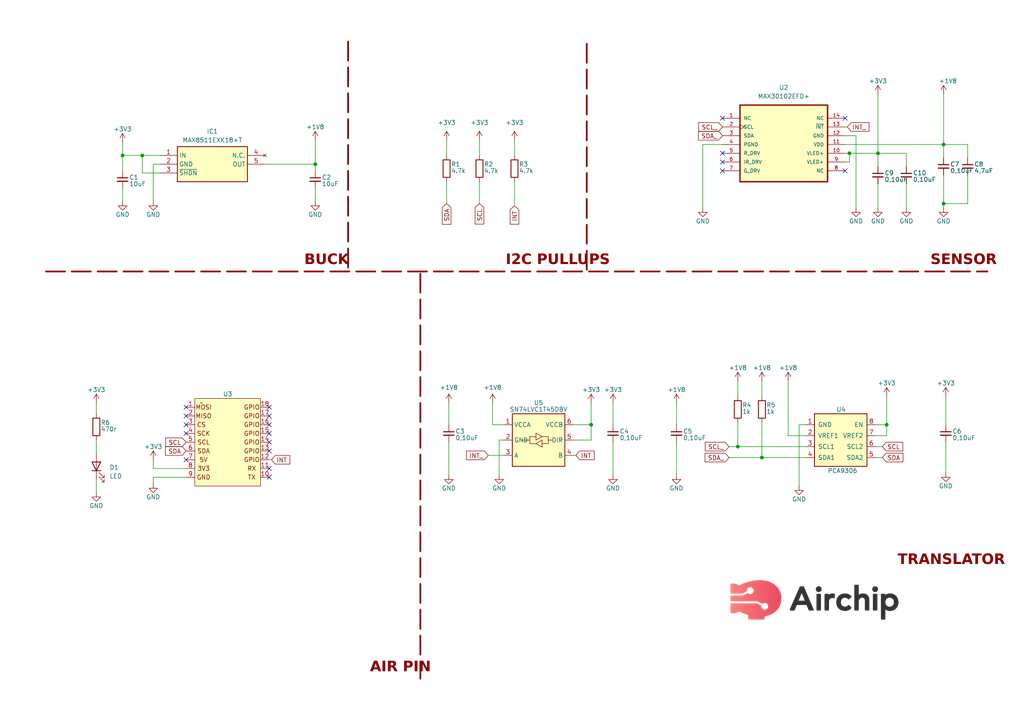
<source format=kicad_sch>
(kicad_sch (version 20230121) (generator eeschema)

  (uuid d0735c56-aa05-4909-b203-6eaccff99415)

  (paper "A4")

  (lib_symbols
    (symbol "Device:C_Small" (pin_numbers hide) (pin_names (offset 0.254) hide) (in_bom yes) (on_board yes)
      (property "Reference" "C" (at 0.254 1.778 0)
        (effects (font (size 1.27 1.27)) (justify left))
      )
      (property "Value" "C_Small" (at 0.254 -2.032 0)
        (effects (font (size 1.27 1.27)) (justify left))
      )
      (property "Footprint" "" (at 0 0 0)
        (effects (font (size 1.27 1.27)) hide)
      )
      (property "Datasheet" "~" (at 0 0 0)
        (effects (font (size 1.27 1.27)) hide)
      )
      (property "ki_keywords" "capacitor cap" (at 0 0 0)
        (effects (font (size 1.27 1.27)) hide)
      )
      (property "ki_description" "Unpolarized capacitor, small symbol" (at 0 0 0)
        (effects (font (size 1.27 1.27)) hide)
      )
      (property "ki_fp_filters" "C_*" (at 0 0 0)
        (effects (font (size 1.27 1.27)) hide)
      )
      (symbol "C_Small_0_1"
        (polyline
          (pts
            (xy -1.524 -0.508)
            (xy 1.524 -0.508)
          )
          (stroke (width 0.3302) (type default))
          (fill (type none))
        )
        (polyline
          (pts
            (xy -1.524 0.508)
            (xy 1.524 0.508)
          )
          (stroke (width 0.3048) (type default))
          (fill (type none))
        )
      )
      (symbol "C_Small_1_1"
        (pin passive line (at 0 2.54 270) (length 2.032)
          (name "~" (effects (font (size 1.27 1.27))))
          (number "1" (effects (font (size 1.27 1.27))))
        )
        (pin passive line (at 0 -2.54 90) (length 2.032)
          (name "~" (effects (font (size 1.27 1.27))))
          (number "2" (effects (font (size 1.27 1.27))))
        )
      )
    )
    (symbol "Device:LED" (pin_numbers hide) (pin_names (offset 1.016) hide) (in_bom yes) (on_board yes)
      (property "Reference" "D" (at 0 2.54 0)
        (effects (font (size 1.27 1.27)))
      )
      (property "Value" "LED" (at 0 -2.54 0)
        (effects (font (size 1.27 1.27)))
      )
      (property "Footprint" "" (at 0 0 0)
        (effects (font (size 1.27 1.27)) hide)
      )
      (property "Datasheet" "~" (at 0 0 0)
        (effects (font (size 1.27 1.27)) hide)
      )
      (property "ki_keywords" "LED diode" (at 0 0 0)
        (effects (font (size 1.27 1.27)) hide)
      )
      (property "ki_description" "Light emitting diode" (at 0 0 0)
        (effects (font (size 1.27 1.27)) hide)
      )
      (property "ki_fp_filters" "LED* LED_SMD:* LED_THT:*" (at 0 0 0)
        (effects (font (size 1.27 1.27)) hide)
      )
      (symbol "LED_0_1"
        (polyline
          (pts
            (xy -1.27 -1.27)
            (xy -1.27 1.27)
          )
          (stroke (width 0.254) (type default))
          (fill (type none))
        )
        (polyline
          (pts
            (xy -1.27 0)
            (xy 1.27 0)
          )
          (stroke (width 0) (type default))
          (fill (type none))
        )
        (polyline
          (pts
            (xy 1.27 -1.27)
            (xy 1.27 1.27)
            (xy -1.27 0)
            (xy 1.27 -1.27)
          )
          (stroke (width 0.254) (type default))
          (fill (type none))
        )
        (polyline
          (pts
            (xy -3.048 -0.762)
            (xy -4.572 -2.286)
            (xy -3.81 -2.286)
            (xy -4.572 -2.286)
            (xy -4.572 -1.524)
          )
          (stroke (width 0) (type default))
          (fill (type none))
        )
        (polyline
          (pts
            (xy -1.778 -0.762)
            (xy -3.302 -2.286)
            (xy -2.54 -2.286)
            (xy -3.302 -2.286)
            (xy -3.302 -1.524)
          )
          (stroke (width 0) (type default))
          (fill (type none))
        )
      )
      (symbol "LED_1_1"
        (pin passive line (at -3.81 0 0) (length 2.54)
          (name "K" (effects (font (size 1.27 1.27))))
          (number "1" (effects (font (size 1.27 1.27))))
        )
        (pin passive line (at 3.81 0 180) (length 2.54)
          (name "A" (effects (font (size 1.27 1.27))))
          (number "2" (effects (font (size 1.27 1.27))))
        )
      )
    )
    (symbol "Device:R" (pin_numbers hide) (pin_names (offset 0)) (in_bom yes) (on_board yes)
      (property "Reference" "R" (at 2.032 0 90)
        (effects (font (size 1.27 1.27)))
      )
      (property "Value" "R" (at 0 0 90)
        (effects (font (size 1.27 1.27)))
      )
      (property "Footprint" "" (at -1.778 0 90)
        (effects (font (size 1.27 1.27)) hide)
      )
      (property "Datasheet" "~" (at 0 0 0)
        (effects (font (size 1.27 1.27)) hide)
      )
      (property "ki_keywords" "R res resistor" (at 0 0 0)
        (effects (font (size 1.27 1.27)) hide)
      )
      (property "ki_description" "Resistor" (at 0 0 0)
        (effects (font (size 1.27 1.27)) hide)
      )
      (property "ki_fp_filters" "R_*" (at 0 0 0)
        (effects (font (size 1.27 1.27)) hide)
      )
      (symbol "R_0_1"
        (rectangle (start -1.016 -2.54) (end 1.016 2.54)
          (stroke (width 0.254) (type default))
          (fill (type none))
        )
      )
      (symbol "R_1_1"
        (pin passive line (at 0 3.81 270) (length 1.27)
          (name "~" (effects (font (size 1.27 1.27))))
          (number "1" (effects (font (size 1.27 1.27))))
        )
        (pin passive line (at 0 -3.81 90) (length 1.27)
          (name "~" (effects (font (size 1.27 1.27))))
          (number "2" (effects (font (size 1.27 1.27))))
        )
      )
    )
    (symbol "Interface:PCA9306" (pin_names (offset 1.016)) (in_bom yes) (on_board yes)
      (property "Reference" "U4" (at -1.27 11.43 0)
        (effects (font (size 1.27 1.27)) (justify left))
      )
      (property "Value" "PCA9306" (at -3.81 -6.35 0)
        (effects (font (size 1.27 1.27)) (justify left))
      )
      (property "Footprint" "" (at -10.16 8.89 0)
        (effects (font (size 1.27 1.27)) hide)
      )
      (property "Datasheet" "http://www.ti.com/lit/ds/symlink/pca9306.pdf" (at 15.875 17.78 0)
        (effects (font (size 1.27 1.27)) hide)
      )
      (property "ki_keywords" "Dual bidirectional I2C Bus and SMBus voltage level translator" (at 0 0 0)
        (effects (font (size 1.27 1.27)) hide)
      )
      (property "ki_description" "Dual bidirectional I2C Bus and SMBus voltage level translator" (at 0 0 0)
        (effects (font (size 1.27 1.27)) hide)
      )
      (property "ki_fp_filters" "SSOP*2.95x2.8mm*P0.65mm* VSSOP*2.3x2mm*P0.5mm* X2SON*1.4x1mm*P0.35mm*" (at 0 0 0)
        (effects (font (size 1.27 1.27)) hide)
      )
      (symbol "PCA9306_0_1"
        (rectangle (start -7.62 10.16) (end 7.62 -5.08)
          (stroke (width 0.254) (type default))
          (fill (type background))
        )
      )
      (symbol "PCA9306_1_1"
        (pin power_in line (at -10.16 6.985 0) (length 2.54)
          (name "GND" (effects (font (size 1.27 1.27))))
          (number "1" (effects (font (size 1.27 1.27))))
        )
        (pin power_in line (at -10.16 3.81 0) (length 2.54)
          (name "VREF1" (effects (font (size 1.27 1.27))))
          (number "2" (effects (font (size 1.27 1.27))))
        )
        (pin bidirectional line (at -10.16 0.635 0) (length 2.54)
          (name "SCL1" (effects (font (size 1.27 1.27))))
          (number "3" (effects (font (size 1.27 1.27))))
        )
        (pin bidirectional line (at -10.16 -2.54 0) (length 2.54)
          (name "SDA1" (effects (font (size 1.27 1.27))))
          (number "4" (effects (font (size 1.27 1.27))))
        )
        (pin bidirectional line (at 10.16 -2.54 180) (length 2.54)
          (name "SDA2" (effects (font (size 1.27 1.27))))
          (number "5" (effects (font (size 1.27 1.27))))
        )
        (pin bidirectional line (at 10.16 0.635 180) (length 2.54)
          (name "SCL2" (effects (font (size 1.27 1.27))))
          (number "6" (effects (font (size 1.27 1.27))))
        )
        (pin power_in line (at 10.16 3.81 180) (length 2.54)
          (name "VREF2" (effects (font (size 1.27 1.27))))
          (number "7" (effects (font (size 1.27 1.27))))
        )
        (pin input line (at 10.16 6.985 180) (length 2.54)
          (name "EN" (effects (font (size 1.27 1.27))))
          (number "8" (effects (font (size 1.27 1.27))))
        )
      )
    )
    (symbol "Logic_LevelTranslator:SN74LVC1T45DBV" (in_bom yes) (on_board yes)
      (property "Reference" "U5" (at 0 10.795 0)
        (effects (font (size 1.27 1.27)))
      )
      (property "Value" "SN74LVC1T45DBV" (at 0 8.89 0)
        (effects (font (size 1.27 1.27)))
      )
      (property "Footprint" "Package_TO_SOT_SMD:SOT-23-6" (at 0 -11.43 0)
        (effects (font (size 1.27 1.27)) hide)
      )
      (property "Datasheet" "http://www.ti.com/lit/ds/symlink/sn74lvc1t45.pdf" (at -22.86 -16.51 0)
        (effects (font (size 1.27 1.27)) hide)
      )
      (property "ki_keywords" "Level-Shifter CMOS-TTL-Translation" (at 0 0 0)
        (effects (font (size 1.27 1.27)) hide)
      )
      (property "ki_description" "Single-Bit Dual-Supply Bus Transceiver With Configurable Voltage Translation and 3-State Outputs, SOT-23-6" (at 0 0 0)
        (effects (font (size 1.27 1.27)) hide)
      )
      (property "ki_fp_filters" "SOT?23*" (at 0 0 0)
        (effects (font (size 1.27 1.27)) hide)
      )
      (symbol "SN74LVC1T45DBV_0_1"
        (rectangle (start -7.62 7.62) (end 7.62 -7.62)
          (stroke (width 0.254) (type default))
          (fill (type background))
        )
        (polyline
          (pts
            (xy -2.54 0)
            (xy -2.54 1.016)
            (xy -0.762 1.016)
          )
          (stroke (width 0) (type default))
          (fill (type none))
        )
        (polyline
          (pts
            (xy 2.794 0)
            (xy 2.794 -1.016)
            (xy 1.016 -1.016)
          )
          (stroke (width 0) (type default))
          (fill (type none))
        )
        (polyline
          (pts
            (xy -0.762 -1.016)
            (xy -2.54 -1.016)
            (xy -2.54 0)
            (xy -4.572 0)
          )
          (stroke (width 0) (type default))
          (fill (type none))
        )
        (polyline
          (pts
            (xy -0.762 0)
            (xy -0.762 2.032)
            (xy 1.016 1.016)
            (xy -0.762 0)
          )
          (stroke (width 0) (type default))
          (fill (type none))
        )
        (polyline
          (pts
            (xy 1.016 1.016)
            (xy 2.794 1.016)
            (xy 2.794 0)
            (xy 4.064 0)
          )
          (stroke (width 0) (type default))
          (fill (type none))
        )
        (polyline
          (pts
            (xy 1.016 0)
            (xy 1.016 -1.778)
            (xy 1.016 -2.032)
            (xy -0.762 -1.016)
            (xy 1.016 0)
          )
          (stroke (width 0) (type default))
          (fill (type none))
        )
      )
      (symbol "SN74LVC1T45DBV_1_1"
        (pin power_in line (at -10.16 4.445 0) (length 2.54)
          (name "VCCA" (effects (font (size 1.27 1.27))))
          (number "1" (effects (font (size 1.27 1.27))))
        )
        (pin power_in line (at -10.16 0 0) (length 2.54)
          (name "GND" (effects (font (size 1.27 1.27))))
          (number "2" (effects (font (size 1.27 1.27))))
        )
        (pin bidirectional line (at -10.16 -4.445 0) (length 2.54)
          (name "A" (effects (font (size 1.27 1.27))))
          (number "3" (effects (font (size 1.27 1.27))))
        )
        (pin bidirectional line (at 10.16 -4.445 180) (length 2.54)
          (name "B" (effects (font (size 1.27 1.27))))
          (number "4" (effects (font (size 1.27 1.27))))
        )
        (pin input line (at 10.16 0 180) (length 2.54)
          (name "DIR" (effects (font (size 1.27 1.27))))
          (number "5" (effects (font (size 1.27 1.27))))
        )
        (pin power_in line (at 10.16 4.445 180) (length 2.54)
          (name "VCCB" (effects (font (size 1.27 1.27))))
          (number "6" (effects (font (size 1.27 1.27))))
        )
      )
    )
    (symbol "MAX30102EFD_:MAX30102EFD+" (pin_names (offset 1.016)) (in_bom yes) (on_board yes)
      (property "Reference" "U2" (at 0 20.32 0)
        (effects (font (size 1.27 1.27)))
      )
      (property "Value" "MAX30102EFD+" (at 0 17.78 0)
        (effects (font (size 1.27 1.27)))
      )
      (property "Footprint" "MAX30100:MAX30102" (at 0 0 0)
        (effects (font (size 1.27 1.27)) (justify bottom) hide)
      )
      (property "Datasheet" "" (at 0 0 0)
        (effects (font (size 1.27 1.27)) hide)
      )
      (property "PARTREV" "0" (at 0 0 0)
        (effects (font (size 1.27 1.27)) (justify bottom) hide)
      )
      (property "MANUFACTURER" "Maxim Integrated" (at 0 0 0)
        (effects (font (size 1.27 1.27)) (justify bottom) hide)
      )
      (property "STANDARD" "IPC7351B" (at 0 0 0)
        (effects (font (size 1.27 1.27)) (justify bottom) hide)
      )
      (symbol "MAX30102EFD+_0_0"
        (rectangle (start -12.7 15.24) (end 12.7 -6.985)
          (stroke (width 0.4064) (type default))
          (fill (type background))
        )
        (pin power_in line (at 17.78 1.27 180) (length 5.08)
          (name "VLED+" (effects (font (size 1.016 1.016))))
          (number "10" (effects (font (size 1.016 1.016))))
        )
        (pin power_in line (at 17.78 3.81 180) (length 5.08)
          (name "VDD" (effects (font (size 1.016 1.016))))
          (number "11" (effects (font (size 1.016 1.016))))
        )
        (pin power_in line (at 17.78 6.35 180) (length 5.08)
          (name "GND" (effects (font (size 1.016 1.016))))
          (number "12" (effects (font (size 1.016 1.016))))
        )
        (pin output line (at 17.78 8.89 180) (length 5.08)
          (name "~{INT}" (effects (font (size 1.016 1.016))))
          (number "13" (effects (font (size 1.016 1.016))))
        )
        (pin input clock (at -17.78 8.89 0) (length 5.08)
          (name "SCL" (effects (font (size 1.016 1.016))))
          (number "2" (effects (font (size 1.016 1.016))))
        )
        (pin bidirectional line (at -17.78 6.35 0) (length 5.08)
          (name "SDA" (effects (font (size 1.016 1.016))))
          (number "3" (effects (font (size 1.016 1.016))))
        )
        (pin power_in line (at -17.78 3.81 0) (length 5.08)
          (name "PGND" (effects (font (size 1.016 1.016))))
          (number "4" (effects (font (size 1.016 1.016))))
        )
        (pin output line (at -17.78 1.27 0) (length 5.08)
          (name "R_DRV" (effects (font (size 1.016 1.016))))
          (number "5" (effects (font (size 1.016 1.016))))
        )
        (pin output line (at -17.78 -1.27 0) (length 5.08)
          (name "IR_DRV" (effects (font (size 1.016 1.016))))
          (number "6" (effects (font (size 1.016 1.016))))
        )
        (pin power_in line (at 17.78 -1.27 180) (length 5.08)
          (name "VLED+" (effects (font (size 1.016 1.016))))
          (number "9" (effects (font (size 1.016 1.016))))
        )
      )
      (symbol "MAX30102EFD+_1_0"
        (pin bidirectional line (at -17.78 11.43 0) (length 5.08)
          (name "NC" (effects (font (size 1.016 1.016))))
          (number "1" (effects (font (size 1.016 1.016))))
        )
        (pin bidirectional line (at 17.78 11.43 180) (length 5.08)
          (name "NC" (effects (font (size 1.016 1.016))))
          (number "14" (effects (font (size 1.016 1.016))))
        )
        (pin output line (at -17.78 -3.81 0) (length 5.08)
          (name "G_DRV" (effects (font (size 1.016 1.016))))
          (number "7" (effects (font (size 1.016 1.016))))
        )
        (pin output line (at 17.78 -3.81 180) (length 5.08)
          (name "NC" (effects (font (size 1.016 1.016))))
          (number "8" (effects (font (size 1.016 1.016))))
        )
      )
    )
    (symbol "MAX8511EXK18+T:MAX8511EXK18+T" (in_bom yes) (on_board yes)
      (property "Reference" "IC" (at 26.67 7.62 0)
        (effects (font (size 1.27 1.27)) (justify left top))
      )
      (property "Value" "MAX8511EXK18+T" (at 26.67 5.08 0)
        (effects (font (size 1.27 1.27)) (justify left top))
      )
      (property "Footprint" "SOT65P210X110-5N" (at 26.67 -94.92 0)
        (effects (font (size 1.27 1.27)) (justify left top) hide)
      )
      (property "Datasheet" "https://datasheets.maximintegrated.com/en/ds/MAX8510-MAX8512.pdf" (at 26.67 -194.92 0)
        (effects (font (size 1.27 1.27)) (justify left top) hide)
      )
      (property "Height" "1.1" (at 26.67 -394.92 0)
        (effects (font (size 1.27 1.27)) (justify left top) hide)
      )
      (property "Mouser Part Number" "700-MAX8511EXK18T" (at 26.67 -494.92 0)
        (effects (font (size 1.27 1.27)) (justify left top) hide)
      )
      (property "Mouser Price/Stock" "https://www.mouser.co.uk/ProductDetail/Maxim-Integrated/MAX8511EXK18%2bT?qs=Jw2w9zrI6w%2FP0l1f3YHflg%3D%3D" (at 26.67 -594.92 0)
        (effects (font (size 1.27 1.27)) (justify left top) hide)
      )
      (property "Manufacturer_Name" "Analog Devices" (at 26.67 -694.92 0)
        (effects (font (size 1.27 1.27)) (justify left top) hide)
      )
      (property "Manufacturer_Part_Number" "MAX8511EXK18+T" (at 26.67 -794.92 0)
        (effects (font (size 1.27 1.27)) (justify left top) hide)
      )
      (property "ki_description" "MAXIM INTEGRATED PRODUCTS - MAX8511EXK18+T - LDO, FIXED, 1.8V, 0.12A, SC-70-5" (at 0 0 0)
        (effects (font (size 1.27 1.27)) hide)
      )
      (symbol "MAX8511EXK18+T_1_1"
        (rectangle (start 5.08 2.54) (end 25.4 -7.62)
          (stroke (width 0.254) (type default))
          (fill (type background))
        )
        (pin passive line (at 0 0 0) (length 5.08)
          (name "IN" (effects (font (size 1.27 1.27))))
          (number "1" (effects (font (size 1.27 1.27))))
        )
        (pin passive line (at 0 -2.54 0) (length 5.08)
          (name "GND" (effects (font (size 1.27 1.27))))
          (number "2" (effects (font (size 1.27 1.27))))
        )
        (pin passive line (at 0 -5.08 0) (length 5.08)
          (name "~{SHDN}" (effects (font (size 1.27 1.27))))
          (number "3" (effects (font (size 1.27 1.27))))
        )
        (pin no_connect line (at 30.48 0 180) (length 5.08)
          (name "N.C." (effects (font (size 1.27 1.27))))
          (number "4" (effects (font (size 1.27 1.27))))
        )
        (pin passive line (at 30.48 -2.54 180) (length 5.08)
          (name "OUT" (effects (font (size 1.27 1.27))))
          (number "5" (effects (font (size 1.27 1.27))))
        )
      )
    )
    (symbol "moduler_pin:air" (in_bom yes) (on_board yes)
      (property "Reference" "U" (at 7.62 2.54 0)
        (effects (font (size 1.27 1.27)))
      )
      (property "Value" "" (at 0 0 0)
        (effects (font (size 1.27 1.27)))
      )
      (property "Footprint" "" (at 0 0 0)
        (effects (font (size 1.27 1.27)) hide)
      )
      (property "Datasheet" "" (at 0 0 0)
        (effects (font (size 1.27 1.27)) hide)
      )
      (symbol "air_1_1"
        (rectangle (start -1.905 1.27) (end 17.145 -24.13)
          (stroke (width 0) (type default))
          (fill (type background))
        )
        (text "3V3" (at 0.635 -19.05 0)
          (effects (font (size 1.27 1.27)))
        )
        (text "5V" (at 0.635 -16.51 0)
          (effects (font (size 1.27 1.27)))
        )
        (text "CS" (at 0 -6.35 0)
          (effects (font (size 1.27 1.27)))
        )
        (text "GND" (at 0.635 -21.59 0)
          (effects (font (size 1.27 1.27)))
        )
        (text "GPIO" (at 14.605 -16.51 0)
          (effects (font (size 1.27 1.27)))
        )
        (text "GPIO" (at 14.605 -13.97 0)
          (effects (font (size 1.27 1.27)))
        )
        (text "GPIO" (at 14.605 -11.43 0)
          (effects (font (size 1.27 1.27)))
        )
        (text "GPIO" (at 14.605 -8.89 0)
          (effects (font (size 1.27 1.27)))
        )
        (text "GPIO" (at 14.605 -6.35 0)
          (effects (font (size 1.27 1.27)))
        )
        (text "GPIO" (at 14.605 -3.81 0)
          (effects (font (size 1.27 1.27)))
        )
        (text "GPIO" (at 14.605 -1.27 0)
          (effects (font (size 1.27 1.27)))
        )
        (text "MISO" (at 0.635 -3.81 0)
          (effects (font (size 1.27 1.27)))
        )
        (text "MOSI" (at 0.635 -1.27 0)
          (effects (font (size 1.27 1.27)))
        )
        (text "RX" (at 14.605 -19.05 0)
          (effects (font (size 1.27 1.27)))
        )
        (text "SCK" (at 0.635 -8.89 0)
          (effects (font (size 1.27 1.27)))
        )
        (text "SCL" (at 0.635 -11.43 0)
          (effects (font (size 1.27 1.27)))
        )
        (text "SDA" (at 0.635 -13.97 0)
          (effects (font (size 1.27 1.27)))
        )
        (text "TX" (at 14.605 -21.59 0)
          (effects (font (size 1.27 1.27)))
        )
        (pin input line (at -4.445 -1.27 0) (length 2.54)
          (name "" (effects (font (size 1.27 1.27))))
          (number "1" (effects (font (size 1.27 1.27))))
        )
        (pin input line (at 19.685 -21.59 180) (length 2.54)
          (name "" (effects (font (size 1.27 1.27))))
          (number "10" (effects (font (size 1.27 1.27))))
        )
        (pin input line (at 19.685 -19.05 180) (length 2.54)
          (name "" (effects (font (size 1.27 1.27))))
          (number "11" (effects (font (size 1.27 1.27))))
        )
        (pin input line (at 19.685 -16.51 180) (length 2.54)
          (name "" (effects (font (size 1.27 1.27))))
          (number "12" (effects (font (size 1.27 1.27))))
        )
        (pin input line (at 19.685 -13.97 180) (length 2.54)
          (name "" (effects (font (size 1.27 1.27))))
          (number "13" (effects (font (size 1.27 1.27))))
        )
        (pin input line (at 19.685 -11.43 180) (length 2.54)
          (name "" (effects (font (size 1.27 1.27))))
          (number "14" (effects (font (size 1.27 1.27))))
        )
        (pin input line (at 19.685 -8.89 180) (length 2.54)
          (name "" (effects (font (size 1.27 1.27))))
          (number "15" (effects (font (size 1.27 1.27))))
        )
        (pin input line (at 19.685 -6.35 180) (length 2.54)
          (name "" (effects (font (size 1.27 1.27))))
          (number "16" (effects (font (size 1.27 1.27))))
        )
        (pin input line (at 19.685 -3.81 180) (length 2.54)
          (name "" (effects (font (size 1.27 1.27))))
          (number "17" (effects (font (size 1.27 1.27))))
        )
        (pin input line (at 19.685 -1.27 180) (length 2.54)
          (name "" (effects (font (size 1.27 1.27))))
          (number "18" (effects (font (size 1.27 1.27))))
        )
        (pin input line (at -4.445 -3.81 0) (length 2.54)
          (name "" (effects (font (size 1.27 1.27))))
          (number "2" (effects (font (size 1.27 1.27))))
        )
        (pin input line (at -4.445 -6.35 0) (length 2.54)
          (name "" (effects (font (size 1.27 1.27))))
          (number "3" (effects (font (size 1.27 1.27))))
        )
        (pin input line (at -4.445 -8.89 0) (length 2.54)
          (name "" (effects (font (size 1.27 1.27))))
          (number "4" (effects (font (size 1.27 1.27))))
        )
        (pin input line (at -4.445 -11.43 0) (length 2.54)
          (name "" (effects (font (size 1.27 1.27))))
          (number "5" (effects (font (size 1.27 1.27))))
        )
        (pin input line (at -4.445 -13.97 0) (length 2.54)
          (name "" (effects (font (size 1.27 1.27))))
          (number "6" (effects (font (size 1.27 1.27))))
        )
        (pin input line (at -4.445 -16.51 0) (length 2.54)
          (name "" (effects (font (size 1.27 1.27))))
          (number "7" (effects (font (size 1.27 1.27))))
        )
        (pin input line (at -4.445 -19.05 0) (length 2.54)
          (name "" (effects (font (size 1.27 1.27))))
          (number "8" (effects (font (size 1.27 1.27))))
        )
        (pin input line (at -4.445 -21.59 0) (length 2.54)
          (name "" (effects (font (size 1.27 1.27))))
          (number "9" (effects (font (size 1.27 1.27))))
        )
      )
    )
    (symbol "power:+1V8" (power) (pin_names (offset 0)) (in_bom yes) (on_board yes)
      (property "Reference" "#PWR" (at 0 -3.81 0)
        (effects (font (size 1.27 1.27)) hide)
      )
      (property "Value" "+1V8" (at 0 3.556 0)
        (effects (font (size 1.27 1.27)))
      )
      (property "Footprint" "" (at 0 0 0)
        (effects (font (size 1.27 1.27)) hide)
      )
      (property "Datasheet" "" (at 0 0 0)
        (effects (font (size 1.27 1.27)) hide)
      )
      (property "ki_keywords" "power-flag" (at 0 0 0)
        (effects (font (size 1.27 1.27)) hide)
      )
      (property "ki_description" "Power symbol creates a global label with name \"+1V8\"" (at 0 0 0)
        (effects (font (size 1.27 1.27)) hide)
      )
      (symbol "+1V8_0_1"
        (polyline
          (pts
            (xy -0.762 1.27)
            (xy 0 2.54)
          )
          (stroke (width 0) (type default))
          (fill (type none))
        )
        (polyline
          (pts
            (xy 0 0)
            (xy 0 2.54)
          )
          (stroke (width 0) (type default))
          (fill (type none))
        )
        (polyline
          (pts
            (xy 0 2.54)
            (xy 0.762 1.27)
          )
          (stroke (width 0) (type default))
          (fill (type none))
        )
      )
      (symbol "+1V8_1_1"
        (pin power_in line (at 0 0 90) (length 0) hide
          (name "+1V8" (effects (font (size 1.27 1.27))))
          (number "1" (effects (font (size 1.27 1.27))))
        )
      )
    )
    (symbol "power:+3V3" (power) (pin_names (offset 0)) (in_bom yes) (on_board yes)
      (property "Reference" "#PWR" (at 0 -3.81 0)
        (effects (font (size 1.27 1.27)) hide)
      )
      (property "Value" "+3V3" (at 0 3.556 0)
        (effects (font (size 1.27 1.27)))
      )
      (property "Footprint" "" (at 0 0 0)
        (effects (font (size 1.27 1.27)) hide)
      )
      (property "Datasheet" "" (at 0 0 0)
        (effects (font (size 1.27 1.27)) hide)
      )
      (property "ki_keywords" "global power" (at 0 0 0)
        (effects (font (size 1.27 1.27)) hide)
      )
      (property "ki_description" "Power symbol creates a global label with name \"+3V3\"" (at 0 0 0)
        (effects (font (size 1.27 1.27)) hide)
      )
      (symbol "+3V3_0_1"
        (polyline
          (pts
            (xy -0.762 1.27)
            (xy 0 2.54)
          )
          (stroke (width 0) (type default))
          (fill (type none))
        )
        (polyline
          (pts
            (xy 0 0)
            (xy 0 2.54)
          )
          (stroke (width 0) (type default))
          (fill (type none))
        )
        (polyline
          (pts
            (xy 0 2.54)
            (xy 0.762 1.27)
          )
          (stroke (width 0) (type default))
          (fill (type none))
        )
      )
      (symbol "+3V3_1_1"
        (pin power_in line (at 0 0 90) (length 0) hide
          (name "+3V3" (effects (font (size 1.27 1.27))))
          (number "1" (effects (font (size 1.27 1.27))))
        )
      )
    )
    (symbol "power:GND" (power) (pin_names (offset 0)) (in_bom yes) (on_board yes)
      (property "Reference" "#PWR" (at 0 -6.35 0)
        (effects (font (size 1.27 1.27)) hide)
      )
      (property "Value" "GND" (at 0 -3.81 0)
        (effects (font (size 1.27 1.27)))
      )
      (property "Footprint" "" (at 0 0 0)
        (effects (font (size 1.27 1.27)) hide)
      )
      (property "Datasheet" "" (at 0 0 0)
        (effects (font (size 1.27 1.27)) hide)
      )
      (property "ki_keywords" "power-flag" (at 0 0 0)
        (effects (font (size 1.27 1.27)) hide)
      )
      (property "ki_description" "Power symbol creates a global label with name \"GND\" , ground" (at 0 0 0)
        (effects (font (size 1.27 1.27)) hide)
      )
      (symbol "GND_0_1"
        (polyline
          (pts
            (xy 0 0)
            (xy 0 -1.27)
            (xy 1.27 -1.27)
            (xy 0 -2.54)
            (xy -1.27 -1.27)
            (xy 0 -1.27)
          )
          (stroke (width 0) (type default))
          (fill (type none))
        )
      )
      (symbol "GND_1_1"
        (pin power_in line (at 0 0 270) (length 0) hide
          (name "GND" (effects (font (size 1.27 1.27))))
          (number "1" (effects (font (size 1.27 1.27))))
        )
      )
    )
  )

  (junction (at 273.685 41.91) (diameter 0) (color 0 0 0 0)
    (uuid 1063e4db-b0fa-416f-90e3-f1bce7d1995a)
  )
  (junction (at 220.98 132.715) (diameter 0) (color 0 0 0 0)
    (uuid 1f6b641a-0a0f-4f07-88f7-e35708cb3481)
  )
  (junction (at 257.175 123.19) (diameter 0) (color 0 0 0 0)
    (uuid 214d4e1f-1694-418a-91e1-b8d189b927dd)
  )
  (junction (at 35.56 45.085) (diameter 0) (color 0 0 0 0)
    (uuid 29f6137e-562d-4bbf-82e2-e7889f3e8baa)
  )
  (junction (at 171.45 123.19) (diameter 0) (color 0 0 0 0)
    (uuid 3d3d035e-2427-48c6-98ba-8751f691068d)
  )
  (junction (at 91.44 47.625) (diameter 0) (color 0 0 0 0)
    (uuid 6f3f321c-e044-40a8-9353-9f3a99286e1e)
  )
  (junction (at 273.685 59.055) (diameter 0) (color 0 0 0 0)
    (uuid bc12e177-b7e0-401b-9d60-0d87e47c64fe)
  )
  (junction (at 213.995 129.54) (diameter 0) (color 0 0 0 0)
    (uuid ca481b3f-679f-44f7-a363-abbe012b6ff9)
  )
  (junction (at 254.635 44.45) (diameter 0) (color 0 0 0 0)
    (uuid ce096969-1d1a-45cc-ac49-b88128589e30)
  )
  (junction (at 41.275 45.085) (diameter 0) (color 0 0 0 0)
    (uuid e95606fb-1e7b-4a7c-8283-3455f3b6d966)
  )
  (junction (at 246.38 44.45) (diameter 0) (color 0 0 0 0)
    (uuid f87383a5-b1b7-4960-87e8-499f16b31d78)
  )

  (no_connect (at 53.975 123.19) (uuid 06c6d539-7226-4faf-a327-78b6c79b6d32))
  (no_connect (at 53.975 118.11) (uuid 27afacef-ed68-44c2-b834-a785a68ca275))
  (no_connect (at 53.975 125.73) (uuid 2ac75e7a-7e6f-475e-8a93-cee24470887e))
  (no_connect (at 245.11 34.29) (uuid 32ba601a-1da6-4fb2-a64e-c610a0d1de14))
  (no_connect (at 53.975 133.35) (uuid 4542fb63-ebfa-462a-ad5d-8218ff1b8fc3))
  (no_connect (at 78.105 123.19) (uuid 4e12ea23-f9da-4043-ad75-b87faae3f1fa))
  (no_connect (at 209.55 34.29) (uuid 5b810d6f-6997-4182-a461-a804729b5a53))
  (no_connect (at 209.55 49.53) (uuid 6873bcbe-afe3-451c-ac2e-c2638c48b752))
  (no_connect (at 209.55 46.99) (uuid 6e44d5c0-2061-4eb2-ac89-325f7761c32c))
  (no_connect (at 78.105 128.27) (uuid 75194789-7cf5-4499-b253-7a2d4d247594))
  (no_connect (at 78.105 125.73) (uuid 9e7a4e55-8fcf-4d6a-9474-f5939178ae1a))
  (no_connect (at 53.975 120.65) (uuid b28bd21e-1922-4ddd-975c-a81e726e1cfe))
  (no_connect (at 78.105 118.11) (uuid c22fc59c-7b42-47a3-8d69-51e96950e3b1))
  (no_connect (at 209.55 44.45) (uuid cdbb6a7e-1f33-4e49-823f-f2f996e5f7f7))
  (no_connect (at 78.105 138.43) (uuid dec590b2-1cc6-44b2-b892-320eb98e8730))
  (no_connect (at 245.11 49.53) (uuid e5f49f79-83c8-4c11-bcc0-bcdbcfca8db4))
  (no_connect (at 78.105 130.81) (uuid e65aa040-28a8-42c5-82d1-7903b96feeba))
  (no_connect (at 78.105 120.65) (uuid f2f556b7-e79a-40e7-b54e-ddaf76149990))
  (no_connect (at 78.105 135.89) (uuid f4b71d91-4ae2-4b53-8132-d8b0091148bf))

  (wire (pts (xy 177.8 128.27) (xy 177.8 137.795))
    (stroke (width 0) (type default))
    (uuid 02b9cc5f-a2a2-40a0-8264-031f10ca2a12)
  )
  (wire (pts (xy 273.685 59.055) (xy 273.685 60.325))
    (stroke (width 0) (type default))
    (uuid 04dc987f-9145-43a7-b121-68d1a078e1cf)
  )
  (wire (pts (xy 246.38 44.45) (xy 246.38 46.99))
    (stroke (width 0) (type default))
    (uuid 0710ed96-a9cd-4056-b637-39911453218e)
  )
  (wire (pts (xy 203.835 41.91) (xy 209.55 41.91))
    (stroke (width 0) (type default))
    (uuid 0896ca1c-6b15-498f-99f3-0fe52dc0be67)
  )
  (wire (pts (xy 144.78 137.795) (xy 144.78 127.635))
    (stroke (width 0) (type default))
    (uuid 08d31966-3b2f-4248-978c-657705d29f3c)
  )
  (wire (pts (xy 213.995 110.49) (xy 213.995 114.935))
    (stroke (width 0) (type default))
    (uuid 0bd2f151-b91b-4eb1-887e-51f4e92bc3e7)
  )
  (wire (pts (xy 254 129.54) (xy 255.905 129.54))
    (stroke (width 0) (type default))
    (uuid 0e276e1a-b520-401b-bdac-2334c8afa15d)
  )
  (wire (pts (xy 27.94 127.635) (xy 27.94 131.445))
    (stroke (width 0) (type default))
    (uuid 0e6ab9bc-8399-45e5-9316-94e41dc033bf)
  )
  (wire (pts (xy 245.11 44.45) (xy 246.38 44.45))
    (stroke (width 0) (type default))
    (uuid 102102a4-d10c-4e78-9a8f-4a2938dd37d4)
  )
  (wire (pts (xy 91.44 58.42) (xy 91.44 54.61))
    (stroke (width 0) (type default))
    (uuid 13b0f300-f05d-48ca-9cae-15078c496c65)
  )
  (wire (pts (xy 196.215 137.795) (xy 196.215 128.27))
    (stroke (width 0) (type default))
    (uuid 152b82a0-7932-4d41-8541-38858093f864)
  )
  (wire (pts (xy 254.635 44.45) (xy 254.635 48.26))
    (stroke (width 0) (type default))
    (uuid 156fc746-8961-4942-bb64-0eaca621bbdb)
  )
  (polyline (pts (xy 13.335 78.74) (xy 286.385 78.74))
    (stroke (width 0.5) (type dash) (color 132 0 0 1))
    (uuid 1570cfd2-793e-4e35-8fd5-cecb390588aa)
  )

  (wire (pts (xy 177.8 116.84) (xy 177.8 123.19))
    (stroke (width 0) (type default))
    (uuid 202ef76d-3057-4fd2-9b57-5ca07a6922c6)
  )
  (wire (pts (xy 231.775 140.97) (xy 231.775 123.19))
    (stroke (width 0) (type default))
    (uuid 2afa78d1-3594-4c0d-b2b3-589f6f40b669)
  )
  (wire (pts (xy 171.45 127.635) (xy 166.37 127.635))
    (stroke (width 0) (type default))
    (uuid 2b2fbee7-adcc-4234-8748-31eb63644490)
  )
  (wire (pts (xy 139.065 40.64) (xy 139.065 45.085))
    (stroke (width 0) (type default))
    (uuid 2bfb6d8a-53f3-445a-b4af-6fb1d02bbb55)
  )
  (wire (pts (xy 273.685 41.91) (xy 273.685 45.72))
    (stroke (width 0) (type default))
    (uuid 31910dbb-b4b6-4362-a685-bb13be6726e0)
  )
  (polyline (pts (xy 100.965 12.065) (xy 100.965 78.74))
    (stroke (width 0.5) (type dash) (color 132 0 0 1))
    (uuid 34238a16-f624-47a3-880b-765a3343c3af)
  )

  (wire (pts (xy 245.11 41.91) (xy 273.685 41.91))
    (stroke (width 0) (type default))
    (uuid 355c7279-d930-4bd1-9f27-e8c0eb538732)
  )
  (wire (pts (xy 144.78 127.635) (xy 146.05 127.635))
    (stroke (width 0) (type default))
    (uuid 3760da80-4a28-4028-af69-0ec277694c23)
  )
  (wire (pts (xy 142.875 123.19) (xy 146.05 123.19))
    (stroke (width 0) (type default))
    (uuid 3908ba51-9641-440b-96d1-2ec428063f8d)
  )
  (wire (pts (xy 246.38 46.99) (xy 245.11 46.99))
    (stroke (width 0) (type default))
    (uuid 396b86ed-a4ea-4a23-bf77-0475f6468f62)
  )
  (wire (pts (xy 141.605 132.08) (xy 146.05 132.08))
    (stroke (width 0) (type default))
    (uuid 40f98e72-8b1b-4f1d-9934-3273a38d243a)
  )
  (polyline (pts (xy 121.92 79.375) (xy 121.92 196.85))
    (stroke (width 0.5) (type dash) (color 132 0 0 1))
    (uuid 438b0145-a93c-4e78-a702-c41bbcb10fd1)
  )

  (wire (pts (xy 35.56 54.61) (xy 35.56 58.42))
    (stroke (width 0) (type default))
    (uuid 45effd6b-bde3-43a2-b851-0c218bbff6c1)
  )
  (wire (pts (xy 196.215 116.84) (xy 196.215 123.19))
    (stroke (width 0) (type default))
    (uuid 47d4c85c-2406-47a9-9bed-f64ce269f258)
  )
  (wire (pts (xy 130.175 116.84) (xy 130.175 123.19))
    (stroke (width 0) (type default))
    (uuid 4a49373e-067e-43ec-b314-f200fb77e2e6)
  )
  (wire (pts (xy 254.635 44.45) (xy 262.89 44.45))
    (stroke (width 0) (type default))
    (uuid 4a49ac8c-ff2e-4f2c-93ba-5aba1ec3125c)
  )
  (wire (pts (xy 129.54 59.055) (xy 129.54 52.705))
    (stroke (width 0) (type default))
    (uuid 4c4ed4b8-a05a-46aa-9ebe-20a13b438f97)
  )
  (wire (pts (xy 46.355 45.085) (xy 41.275 45.085))
    (stroke (width 0) (type default))
    (uuid 4e919af0-08bf-4c43-a25a-beff416ed36d)
  )
  (wire (pts (xy 213.995 122.555) (xy 213.995 129.54))
    (stroke (width 0) (type default))
    (uuid 4f62f6ce-db6e-4def-9a56-f968c2d6bc06)
  )
  (wire (pts (xy 44.45 138.43) (xy 53.975 138.43))
    (stroke (width 0) (type default))
    (uuid 4fb09484-a747-4f88-a1de-e4f0fac062b7)
  )
  (wire (pts (xy 44.45 135.89) (xy 53.975 135.89))
    (stroke (width 0) (type default))
    (uuid 50665252-061c-4ddd-9f38-43b4a56f400b)
  )
  (wire (pts (xy 35.56 41.275) (xy 35.56 45.085))
    (stroke (width 0) (type default))
    (uuid 523c02ba-d2e8-4f4a-919f-8eb86d1ce8e3)
  )
  (wire (pts (xy 27.94 142.875) (xy 27.94 139.065))
    (stroke (width 0) (type default))
    (uuid 598855d2-2be4-44e0-906b-23503e603d34)
  )
  (wire (pts (xy 274.32 137.16) (xy 274.32 128.27))
    (stroke (width 0) (type default))
    (uuid 5b6121ee-8f8e-4101-9511-6ff90190d6b3)
  )
  (wire (pts (xy 44.45 140.335) (xy 44.45 138.43))
    (stroke (width 0) (type default))
    (uuid 60645f72-d0b8-4e58-8acb-36291d5ca070)
  )
  (wire (pts (xy 35.56 45.085) (xy 35.56 49.53))
    (stroke (width 0) (type default))
    (uuid 6870180d-a104-4ae0-bc14-3a7e5208d1cf)
  )
  (wire (pts (xy 220.98 110.49) (xy 220.98 114.935))
    (stroke (width 0) (type default))
    (uuid 697c724f-cf2b-4c0a-b3a2-47a3bb6c3f55)
  )
  (wire (pts (xy 44.45 133.35) (xy 44.45 135.89))
    (stroke (width 0) (type default))
    (uuid 69d54692-a07a-49a7-bbab-9d587b61b1c6)
  )
  (wire (pts (xy 248.285 39.37) (xy 245.11 39.37))
    (stroke (width 0) (type default))
    (uuid 74329af7-87ff-461f-b43f-318cf5022aa7)
  )
  (wire (pts (xy 254.635 27.305) (xy 254.635 44.45))
    (stroke (width 0) (type default))
    (uuid 76565006-ae2f-40dc-858e-040f5c1593dd)
  )
  (wire (pts (xy 91.44 40.64) (xy 91.44 47.625))
    (stroke (width 0) (type default))
    (uuid 769cdae3-c0af-4f30-be78-9dfe62119b0b)
  )
  (wire (pts (xy 211.455 129.54) (xy 213.995 129.54))
    (stroke (width 0) (type default))
    (uuid 7cd892b3-da46-4cd1-8ecd-01186e4bf0df)
  )
  (wire (pts (xy 76.835 47.625) (xy 91.44 47.625))
    (stroke (width 0) (type default))
    (uuid 805f8cab-20b0-49de-bbf7-db51ad705cef)
  )
  (wire (pts (xy 220.98 132.715) (xy 233.68 132.715))
    (stroke (width 0) (type default))
    (uuid 85b52619-0e27-46dd-8001-fd202ee5a2c2)
  )
  (wire (pts (xy 257.175 123.19) (xy 257.175 126.365))
    (stroke (width 0) (type default))
    (uuid 872289ef-bbfd-4006-b0ae-4cab4e5bc3e0)
  )
  (wire (pts (xy 273.685 41.91) (xy 280.67 41.91))
    (stroke (width 0) (type default))
    (uuid 8c3e7883-f41d-483b-99bc-98e4f88beabb)
  )
  (wire (pts (xy 203.835 60.325) (xy 203.835 41.91))
    (stroke (width 0) (type default))
    (uuid 8c7a0a35-f53f-49f5-b017-3546df46783e)
  )
  (wire (pts (xy 213.995 129.54) (xy 233.68 129.54))
    (stroke (width 0) (type default))
    (uuid 938a66c7-4f75-442c-a987-5ba97e053721)
  )
  (wire (pts (xy 129.54 40.64) (xy 129.54 45.085))
    (stroke (width 0) (type default))
    (uuid 963bc440-15ed-4a13-9e55-39d98c1dc24b)
  )
  (wire (pts (xy 273.685 27.305) (xy 273.685 41.91))
    (stroke (width 0) (type default))
    (uuid 97bfa1cd-4ef5-46fc-9e5c-fd793d0ee968)
  )
  (wire (pts (xy 262.89 53.34) (xy 262.89 60.325))
    (stroke (width 0) (type default))
    (uuid 9b80f06f-d0fa-4bd5-ac8d-caa3c2fc8ee7)
  )
  (wire (pts (xy 171.45 123.19) (xy 166.37 123.19))
    (stroke (width 0) (type default))
    (uuid 9cad53d6-c3c1-4061-ae5e-5744429896a3)
  )
  (wire (pts (xy 254.635 60.325) (xy 254.635 53.34))
    (stroke (width 0) (type default))
    (uuid 9f35faaf-0ab0-441d-8050-8237152a51e1)
  )
  (wire (pts (xy 44.45 47.625) (xy 46.355 47.625))
    (stroke (width 0) (type default))
    (uuid a187ef7d-02fe-4c6b-99ee-9f3c0c66a629)
  )
  (wire (pts (xy 44.45 47.625) (xy 44.45 58.42))
    (stroke (width 0) (type default))
    (uuid a6421488-9dc7-40cd-9ced-651831bdb9fd)
  )
  (wire (pts (xy 280.67 50.8) (xy 280.67 59.055))
    (stroke (width 0) (type default))
    (uuid a7467c4c-115c-4399-93af-ec3491e0f0f8)
  )
  (wire (pts (xy 46.355 50.165) (xy 41.275 50.165))
    (stroke (width 0) (type default))
    (uuid af8f1ab4-6477-44f2-9984-c36c9489d292)
  )
  (wire (pts (xy 254 132.715) (xy 255.905 132.715))
    (stroke (width 0) (type default))
    (uuid b4a08c2a-081f-4318-a0c4-651a9b49ce55)
  )
  (wire (pts (xy 171.45 123.19) (xy 171.45 127.635))
    (stroke (width 0) (type default))
    (uuid b4f58adb-4be0-4f7a-9f76-aff679b00a70)
  )
  (wire (pts (xy 211.455 132.715) (xy 220.98 132.715))
    (stroke (width 0) (type default))
    (uuid b6f143b7-cd4a-44e5-a51a-9d6c4002084a)
  )
  (wire (pts (xy 167.005 132.08) (xy 166.37 132.08))
    (stroke (width 0) (type default))
    (uuid bf8aa425-4589-4857-89d6-46ed17c127f8)
  )
  (wire (pts (xy 41.275 50.165) (xy 41.275 45.085))
    (stroke (width 0) (type default))
    (uuid c04e8dd8-6acd-4671-a696-bd3725dca072)
  )
  (wire (pts (xy 149.225 52.705) (xy 149.225 59.69))
    (stroke (width 0) (type default))
    (uuid c0b3ca34-d2a6-47d4-b3ac-2712602826f4)
  )
  (wire (pts (xy 274.32 114.935) (xy 274.32 123.19))
    (stroke (width 0) (type default))
    (uuid c1f4e630-3324-4eb1-9678-849b270a7768)
  )
  (wire (pts (xy 142.875 116.84) (xy 142.875 123.19))
    (stroke (width 0) (type default))
    (uuid c2a263cc-dd57-4ef4-9daa-e5e8d8c9d161)
  )
  (wire (pts (xy 139.065 52.705) (xy 139.065 59.055))
    (stroke (width 0) (type default))
    (uuid c3645511-19a7-4393-9f88-26767d1404d1)
  )
  (wire (pts (xy 262.89 44.45) (xy 262.89 48.26))
    (stroke (width 0) (type default))
    (uuid c4260f98-efd8-4be9-9c64-0f6918963eb1)
  )
  (wire (pts (xy 171.45 116.84) (xy 171.45 123.19))
    (stroke (width 0) (type default))
    (uuid c44336da-47ee-4562-a5ca-4b9d2fe8dd6b)
  )
  (wire (pts (xy 280.67 45.72) (xy 280.67 41.91))
    (stroke (width 0) (type default))
    (uuid c4e763b2-df9e-4e45-8bf6-22704a581523)
  )
  (wire (pts (xy 228.6 126.365) (xy 233.68 126.365))
    (stroke (width 0) (type default))
    (uuid c685cb65-627a-40b9-9e35-dae8f46e8872)
  )
  (polyline (pts (xy 170.18 12.7) (xy 170.18 79.375))
    (stroke (width 0.5) (type dash) (color 132 0 0 1))
    (uuid cc7ee2cf-dbdd-4c7a-93e0-ba21e1e9bec1)
  )

  (wire (pts (xy 257.175 126.365) (xy 254 126.365))
    (stroke (width 0) (type default))
    (uuid d32e30d3-6586-4b44-a8d8-ea5381f309bf)
  )
  (wire (pts (xy 78.74 133.35) (xy 78.105 133.35))
    (stroke (width 0) (type default))
    (uuid d52758c0-289d-46dd-82d6-da466dbf2104)
  )
  (wire (pts (xy 254 123.19) (xy 257.175 123.19))
    (stroke (width 0) (type default))
    (uuid d87d5d1c-81ae-4b54-a952-a52f8df361e4)
  )
  (wire (pts (xy 149.225 40.64) (xy 149.225 45.085))
    (stroke (width 0) (type default))
    (uuid e17cdd36-4274-4a39-bb43-2cfadb0987d9)
  )
  (wire (pts (xy 130.175 128.27) (xy 130.175 137.795))
    (stroke (width 0) (type default))
    (uuid e51354f7-5b91-4e26-9b07-54198b310de7)
  )
  (wire (pts (xy 91.44 49.53) (xy 91.44 47.625))
    (stroke (width 0) (type default))
    (uuid e5d5504c-4b4e-4e61-9ebd-fd7f8d2e1808)
  )
  (wire (pts (xy 220.98 122.555) (xy 220.98 132.715))
    (stroke (width 0) (type default))
    (uuid e876e4ee-5e4e-4424-8ab8-d2b47705f55c)
  )
  (wire (pts (xy 248.285 60.325) (xy 248.285 39.37))
    (stroke (width 0) (type default))
    (uuid ebf7ec91-809e-45db-b2c7-d02f6a47efc4)
  )
  (wire (pts (xy 273.685 59.055) (xy 280.67 59.055))
    (stroke (width 0) (type default))
    (uuid ede32887-9512-43c2-a41c-0385770f15e8)
  )
  (wire (pts (xy 245.745 36.83) (xy 245.11 36.83))
    (stroke (width 0) (type default))
    (uuid f00b87f7-3c07-4129-bab8-2ae92830d582)
  )
  (wire (pts (xy 41.275 45.085) (xy 35.56 45.085))
    (stroke (width 0) (type default))
    (uuid f3bad54c-7574-4e74-9815-914690256766)
  )
  (wire (pts (xy 228.6 110.49) (xy 228.6 126.365))
    (stroke (width 0) (type default))
    (uuid f4ed1590-5056-4479-8e57-0411244e5174)
  )
  (wire (pts (xy 257.175 114.935) (xy 257.175 123.19))
    (stroke (width 0) (type default))
    (uuid f72b6b6d-212e-4c30-a3d5-8997d2d19ead)
  )
  (wire (pts (xy 27.94 116.84) (xy 27.94 120.015))
    (stroke (width 0) (type default))
    (uuid f7910852-fe7f-48bd-b744-5e57b5812db6)
  )
  (wire (pts (xy 246.38 44.45) (xy 254.635 44.45))
    (stroke (width 0) (type default))
    (uuid f89fb799-6089-4d4a-ba98-153afefd1dc3)
  )
  (wire (pts (xy 231.775 123.19) (xy 233.68 123.19))
    (stroke (width 0) (type default))
    (uuid fc9b9b61-844d-4261-a123-4a7d7977f4be)
  )
  (wire (pts (xy 273.685 50.8) (xy 273.685 59.055))
    (stroke (width 0) (type default))
    (uuid fff8c5b1-b197-4755-be0e-143edf12a782)
  )

  (image (at 236.22 173.99) (scale 0.287909)
    (uuid eb20a6cd-6c60-4d96-93ea-f1a84545a0cc)
    (data
      iVBORw0KGgoAAAANSUhEUgAAB9AAAAHVCAYAAACpJWDwAAAABHNCSVQICAgIfAhkiAAAIABJREFU
      eJzs3XeYnGW9//F3SEKyCS0hARUVBCSKYvuiqKiAokRasKAeRUn4WSghFUTNsYAiICGNA6gQEBso
      TfEg6hFE8KjouRFsIAgiiEJCEwhJKJnfH88sKdtmdmfmnvJ+XddcuzzPPfd8dpjMzj6fpwxDkjrQ
      ox+ZPhzYnBKbA5sDW5S/dt82BbqATSkxFugqwSbl5SOBzYqZSpsAI4CNgTHFIjYFNuo3QKnXpSuB
      J8oDHgWeLsHjwBOUeILi+5XACuAx4N/l77tvD5eXPUiJh4AHgYc2P//MFZU+L5IkSZIkSZIkSZ1s
      WO4AklQLj3706E2BZ1NiIvAcYCKw5Tpft4TS+PL3W1GU4X0V2esrrfel95UDLKp+TGn9YZXM2ff8
      TwIPQel+4F5gObAMuJcS3cvuA+4G7tv862c9XeWjSZIkSZIkSZIktQULdElN7bGPHb0J8FxKbAPP
      3J4LbFOCZwFbU3wdDQxQNA+t7G7hAr3vhT0XPV0qCvV/lG/3UBTrdwJ3UOLOLb5x1oNVppEkSZIk
      SZIkSWoJFuiSsnnsYzOGUZTf2wLbQWnb8vfdt+fRfar0SntqC/R+xleWtYKn8BHgb8CdULoduLV8
      u22Lb3z5H1XllCRJkiRJkiRJaiIW6JLq6rHDZ4wCdijftn/m+xI7AC+guHZ4WT/VrQV6depboPe3
      YAUlbgP+AtwC/An4I3DbFt/88lP9TS1JkiRJkiRJkpSbBbqkIVtxxIzhJXg+8CJgJ0pMAiYBO1Gc
      br2nattvC/Tq5CvQ+5rgSYpC/Q/An4GbgN9t8c0v39Pfw0mSJEmSJEmSJDWSBbqkiq04YubGFCX5
      zlDaGXgp8EJgp9K6R5IPukC2QN9wQBsV6H1ZTokbgN+VKL4Ct4/71per/YklSZIkSZIkSZKGzAJd
      Ug8rjpw5HNgReDnwUkq8FNi5vGx4MWr9frPU53/0wQK9ogEdUKD39vw+BKXfAL8Grgd+M+5bX3mg
      ylklSZIkSZIkSZKqZoEudbgVR84cR1GUvxx4WfnrzkDXM4MqKGMt0Ac350ADOrRA722S2yhxPfAL
      4FrglnHf/opHqUuSJEmSJEmSpJqyQJc6yIqjZj4LCOAVQFBiV+B5A97RAr2foRbo1U3Q95wDFOgb
      Lrof+F/gOopC/Xfjvv2Vp6p8ZEmSJEmSJEmSpPVYoEttasVRs7YCXg2l3Vhbmj9nvUGVFp0W6P0M
      tUCvboK+56yyQN/QI8DPgauAqyjxp3EXeIS6JEmSJEmSJEmqjgW61AYenz5rLMUR5bsBrwZeU4Jt
      i7XVldKVj7NAr8WcAw2wQB/kvCXuo7tMhx+Nu+Ar/6wylSRJkiRJkiRJ6kAW6FILenz6rB2B1wOv
      A3YHXgJstG7BWOrlux4s0C3Q27dA39BNULoCuBL41bgLvvp0FbNJkiRJkiRJkqQOYYEuNbnHp88a
      TXFUeXdh/npgYq+DLdAt0Psd39EF+roLHwZ+AlxeKnHF+Au/+nAVM0uSJEmSJEmSpDZmgS41mceP
      nrUZRUn+Jkq8CdgVGFXRnS3QLdD7HW+B3mNJiacorp3+PeD74y/86t1VPIokSZIkSZIkSWozFuhS
      Zo8fPXs88CZgTyi9AXglsBEwpNLUAn0ok/Q+xgK9t5UtX6BvKAEXAxeNv/Crt1fxiJIkSZIkSZIk
      qQ1YoEsN9viM2ZsDb6TEXsBbgJfxzL/FDdo8C/R+V1mgVzu/BXqPJf3PeQNwEXDB+Au/+vcqHl2S
      JEmSJEmSJLUoC3SpzlbOmD26BG+kKMv3ojgl+0YVFXwW6P2uskCvdn4L9B5LKp/zeuACSlww/jtf
      XVZFEkmSJEmSJEmS1EIs0KUaWzlj9jCKo8rfVr69oQSjewy0QK8ukAV6dSzQK1pYRYHePcVTwP8A
      3wC+N/47X11Z5QySJEmSJEmSJKmJWaBLNbBy5uxnUWIfisL8rcDEdddXXvRaoFcz3gK92vkt0Hss
      Gdrz+ihwMZTOG/+ds6+rciZJkiRJkiRJktSELNClQVg5c/Zw4HXAZGBf4JVV99QW6NUFskCvjgV6
      RQuHWKCvu/BW4Bzg/PHfOdtTvEuSJEmSJEmS1KIs0KUKrZw5ZyLw9uJWmgxssd4AC/Tq5rVAr2iA
      Bfog5218gd7tKeByYCnwo/HfOXtNlY8gSZIkSZIkSZIyskCX+rFy1pyXAAdS4gDgtTzzb6a6cs8C
      fXBzDrTKAr3a+S3Qeyyp1/NauIMSZwHnjv/u2Q9W+UiSJEmSJEmSJCkDC3RpHStnzRkJvAk4AJgC
      bAcMuTS0QB/cnAOtskCvdn4L9B5L6lugd69aBVwInDH+u2f/X5WPKEmSJEmSJEmSGsgCXR1v5aw5
      YyhOzX4QRXG+eY9BFugDLrRAH9ycAw2wQB/kvM1VoK/r1yVYAFy25XfPfqrKR5ckSZIkSZIkSXVm
      ga6OtHLWnPHAfsA7gcnA6H7vYIE+4EIL9MHNOdAAC/RBztu8BXr3or8Di4ClW3737EerTCFJkiRJ
      kiRJkurEAl0dY+XsOVtRFObvosSewIiK72yBPuBCC/TBzTnQAAv0Qc7b/AV6t0cocTawaMuLzv5H
      lWkkSZIkSZIkSVKNWaCrra2aPXc8lN4BHFyCvYHhQA3KSAt0C/TazDnQAAv0Qc7bOgV694IngfOB
      U7a86Oy/VplKkiRJkiRJkiTViAW62k5RmvMO4GDgLVAaAYMoePsdb4FugV6bOQcaYIE+yHlbr0Dv
      tga4CEonbXnROTdVF06SJEmSJEmSJA2VBbrawqo5c7uAAynxfoprmm+8du0GRWSP/6iABfqACy3Q
      BzfnQAMs0Ac5b+sW6Osu/D5w/JYXnfO7irJJkiRJkiRJkqQhs0BXy1o1Z+4IitOyf4DiiPOx/ZVb
      FuiVZqh0nAV6LeYcaIAF+iDnbY8CvZtFuiRJkiRJkiRJDWKBrpazas7cXYEPAe8DJq630gK9l28t
      0KufpPcxFui9rbRAb0CB3u0y4D+3vOicP/f9gJIkSZIkSZIkaSgs0NUSVs2Zuw3FkeaHAjv3OdAC
      vZdvLdCrn6T3MRbova20QG9ggV6sKPFN4DNbXnzOnX0/sCRJkiRJkiRJGgwLdDWtVXPnjqHEQRSl
      +d7ARgPeyQK9l28t0KufpPcxFui9rbRAb3CB3r3qSeAM4MQtLz7n/r4HS5IkSZIkSZKkaligq+ms
      mjs3gP8HvJ8Sm1d1Zwv0Xr61QK9+kt7HWKD3ttICPVOB3u0R4FRgwZYXn/N433eSJEmSJEmSJEmV
      sEBXU1g195hxUDqEojh/+TMralhuWaBXmqHScRbotZhzoAEW6IOct3MK9G73AMcB397y4nOq/akk
      SZIkSZIkSVKZBbqyWTX3mGHAHsBHgXdCaVSPQRbo1bFAt0Dvd7wFeo8l7VOgd7semLXlxef8ut9R
      kiRJkiRJkiSpVxboarjVxxwzHvhQqcTHgBetXVO7Iq63hRbolWaodJwFei3mHGiABfog5+3cAr3b
      tynx8S0vOeeeikZLkiRJkiRJkiTAAl0NtPqYY14LHA68B+jqWVxZoFugW6BvOMACfZDzWqBDiceA
      40uwaMIl5zxV4b0kSZIkSZIkSepoQyrQ1xz/qS1KJV4KTAK2ADZdZ/VqYOUG3z9MiVXl7x8CHgAe
      HH78F1eitrT6mGO6gPcDR7Putc3prbiyQLdAt0DfcIAF+iDntUBf93n9E3DUhEvO+XmF95QkSZIk
      SZIkqWNVXaCvOf5TOwAfBPYHXlUqVTlH70XBKuBBYBlwLyXuBu4F/gncDdwJ/G34CSc9Xm1e5bH6
      mGO2A44EPgyM622MBXoFCy3Q+11lgV7t/BboPZZ0RoHe7ZvA3AmXnLOswhkkSZIkSZIkSeo4FZff
      a46ftxuU/pOiOH9GXcqHvue8F7ijBHcAtwA3A3+mxO0jPn/Sk1UmUY2tPuaYYcCewAzgQGCj/sZb
      oFew0AK931UW6NXOb4HeY0lnFehQ7Kw2F0rnT7hkabU/vSRJkiRJkiRJbW/AAn3N8fMmAqcChzas
      fBhgzl7Kh6eAW4Eby7ffQemGEZ8/+cEq02kQVh97zCjgEErMBl5S6f0s0CtYaIHe7yoL9Grnt0Dv
      saTzCvTulVcBH51wydI7KpxNkiRJkiRJkqSO0G+Bvub4eXsAFwDPLpY0bYHe16i7gV+Xb78Cbhjx
      +ZNXDxxSlVh97DETKE7TfhSwVbWlmQV6BQst0PtdZYFe7fwW6D2WdG6BDrAS+AywcMIlS5+ucFZJ
      kiRJkiRJktpanwX6muPnTQWWst5puFuuQN/QE8ANlPg5cA3wixFfOPmx/h9NG1p97LEvgtJs4EPA
      6GdWWKBXfvdKF1qg97vKAr3a+S3Qeyzp7AK92/XAoRMuWfqXCmeWJEmSJEmSJKlt9Vqgrzlh3uGU
      OKvnmpYv0Ddc9TTwf8DVwI+BX474wsleS70Pq4899nXAJ4H9odTztWOBXvndK11ogd7vKgv0aue3
      QO+xxAK920pKfApYMuHSpWsqfARJkiRJkiRJktpOjxJ0zQnz3gV8l9K6R553a7sCfUOPAj+lKNN/
      OOILJ9/df5L2t/rYY4cBkymK8zeuXTP00swCvYKFFuj9rrJAr3Z+C/QeSyzQN1x0LTB1wqVL/1bh
      o0iSJEmSJEmS1FbWK9DXnDDvhcDvgLFZy4d8BfqG424AvleC74088eQ/VHivtrD648eOoMTBwCeA
      l/UcYYFe2WP3s8oCvbpAFujVsUCvaKEFeq+LHgOmT7h06fkVPpIkSZIkSZIkSW3jmQJ9zQnzhgO/
      BnYF8pYPzVOgr/vlDihdClw48sRTUoUztJzVHz92Y+CDwCcpsUPfIy3QK3vsflZZoFcXyAK9Ohbo
      FS20QO930XeAwydcuvThCh9RkiRJkiRJkqSWt26BfhTwX8+ssUDvpXx45rvbKIqFb4888ZSbK5yt
      qZWL88OATwHPA+pTRK473AJ94IUW6P2uskCvdn4L9B5LLNAHmvcu4JAJly69rsJHlSRJkiRJkiSp
      pQ0DWHPCvC7gb8DWz6yxQO+vQF/X74CvUZTp91c4c9N44uPHdgEfKcExdBfn3SzQ+xlvgW6BXps5
      BxpggT7IeS3Qa/m6XQN8Hvj8hEuXPl3ho0uSJEmSJEmS1JK6C/TpwOnrrbFAr7RA7/YkJS6nKNOv
      HPnFU5q6ZHiiOOL8YxRHnD+rYUXkusMt0AdeaIHe7yoL9Grnt0DvscQCvZp5r6bEByZctvTeChNI
      kiRJkiRJktRyugv03wGvWG+NBXq1Bfq6q/8BnA2cPfKLp/yrwkdriCeOO3YEJaYBn2adI84t0Kud
      1wLdAr02cw40wAJ9kPNaoNfrdXsf8N4Jly39eYUpJEmSJEmSJElqKcPWnDBvEnBLjzUW6EMp0Ls9
      BXwfOHPkF0+5usJHrYsnjjt2I+AQ4DOU2GHD9Rbo1c5rgW6BXps5BxpggT7IeS3Q6/m6XQN8Fjhx
      wmVLq30GJUmSJEmSJElqasN6PX07WKCvM24IBfq6/gAsoMS3R550yhMVJqiJJ4479h3AicCLgbxF
      5LrDLdAHXmiB3u8qC/Rq57dA77HEAr26edcf8wPgkAmXLX2kwkSSJEmSJDWliBgBvACYAIzKHKfb
      CuDelNLduYNIktRphq05Yd4FwPt6rLFAr3WB3j3mPuC/gC+PPOmU+ytMMihPHPfxNwCnQOn1G2To
      JVYvLND7GW+BboFemzkHGmCBPsh5LdAb9br9C3DQhMuW9jyTjSRJkiRJTS4i9gSmA5OBsXnT9Ole
      4BJgUUrpr7nDSJLUCYatOWHejcDLe6yxQK9Xgd5tBXAOcOrIk065p8JEFXniuI/vDJwMHNBrMAt0
      C/Rq57dA72eoBXp1E/Q9pwX64Ofsb1wDXrePAodOuGzpZZUFkyRJkiQpr4gYT7Ft9h25s1ThSeAk
      4ISU0tO5w0iS1M6GrTlh3oPAuB5rLNDrXaB3exJK5wGnjjzpS0Pag/CJ4z6+HfBp4FBgeJ8PaoFu
      gV7t/Bbo/Qy1QK9ugr7ntEAf/Jz9jWvc67b0WeDzEy47t9pnVZIkSZKkhomI5wI/A3bMnWWQvge8
      J6X0ZO4gkiS1q2FrTphX8bZ1C/S6FOjdC9cAl1Oc3v1nI0/60poKZuOJT3x8I2B3SnwY+ADrFed9
      PKgFugV6tfNboPcz1AK9ugn6ntMCffBz9jeugQU6wIXAtAmXnbuqgtkkSZIkSWqoiOgCrgd2yZ1l
      iM5KKR2ZO4QkSe3KAr2CB2pQgb6uB0rwI+CXlLgFuJPilO9PABOArYGXArsB+wDPrqrxskC3QK92
      fgv0foZaoFc3Qd9zWqAPfs7+xjW4QAe4vgQHTbzs3HsrmFGSJEmSpIaJiJOAT+TOUSN7p5Suyh1C
      kqR2ZIFewQNlKNCrL80s0PsZb4FeyfhK5+1roQX64OYcaIAF+iDntUDPWaBTgruAAyZedu7vK5hV
      kiRJkqS6i4hxwN3A2NxZauR/U0pvyB1CkqR2tFHuAJIkqe08H7hu+UGH7Z07iCRJkiRJZe+mfcpz
      gN0jYvvcISRJakcW6JIkqR42A364/KDDDskdRJIkSZIk4E25A9TBHrkDSJLUjizQJUlSvYwEvrH8
      oMPa5fpykiRJkqTWtWPuAHXwgtwBJElqRxbokiSp3k5aftBhpy8/6LBhuYNIkiRJkjpWV+4AdbBZ
      7gCSJLUjC3RJktQI0ymORh+RO4gkSZIkSZIkSX2xQJckSY3yAeDS5Qcd1o57/UuSJEmSJEmS2oAF
      uiRJaqQDgCuWH3TY5rmDSJIkSZIkSZK0IQt0SZLUaHsBP7FElyRJkiRJkiQ1Gwt0SZKUw2uwRJck
      SZIkSZIkNRkLdEmSlMtrgGuWTzlsYu4gkiRJkiRJkiSBBbokScrrFcDVluiSJEmSJEmSpGYwIncA
      SZLU8V5KUaK/ceL3z304dxhJklSZiNgaeBEwCdgR2AzYpHwDeKx8ewS4DbgVuCWldF/j00qSJKmV
      RcSmwE4Unz93AsYDmwJblIesZu1nz7uAvwC3AH9PKT3d8MCSWpoFuiRJagYvBX68fMphb5v4/XP/
      nTuMpPYSEeOA/wAmA7sA4/ImesYqig07vwC+lVJKmfNI/YqI5wBvA/YE9ga2GeQ89wA/Ba4BfpxS
      +leNIkqSJKlNRMRYYC/gLeWvLwOGDWKqRyPiWuBq4Kcppd/XLqWkdjVszQnzSr2u6XVpz4Wl3u/d
      t0rmHWDOHqsrzFrp/BuOK224YCjzVvq8VjPngOMGfn6rfQorn6SfGSr5H1nD11dpwHHVzFtd1sqf
      3+r+LfR394pet0N6fZX6/q8a/lvob1XDXrc93gtqN+dAA6p+L+h3fGVZq3sKa/fvtp9XVPXz5vwd
      NsCqfL/DBphkyK/bXt51Bvce87/A2yZ+/9zHK7y3JPUpIoYBc4BPA5tnjlOJK4DpKaU7cweRukXE
      JsA7gA9RbLwczEbL/pQoyvRvAJemlFbUeH5JkgCIiBuBl+fOUWOLU0qzcoeQaiUiNqLYWfNDwLtY
      e2ajWroZ+DrwzZTSP+owv6Q24DXQJUlSM9kd+O/lUw7ryh1EUmuLiDHAfwPzaY3yHGA/4IaI2Ct3
      ECkiJkTEicA/KDYw7k3ty3PKc761/Bj3RMQXImJCHR5HkiRJTSoiRkbEVIpTrl8FHEp9ynOAFwMn
      AXdFxIURsUudHkdSC7NAlyRJzWYv4ILlUw4bnjuIpNZUPvL8ImDf3FkGYRxweUS029FRahERsUVE
      zAfuBD5FY3dA2RyYB9wZEadGxBYD3UGSJEmtKyI2iogPA7cD5wEvbODDDwPeC/w+Ir4XES9u4GNL
      anIW6JIkqRlNAb66fMq0ehzpJqn9HUVrlufdNgEujIiNcwdR54iIYRFxKHAbMBcYmzHOWOAY4LZy
      JkmSJLWZiNgV+C1wNvC8zHGmAH+IiNPK116X1OEs0CVJUrM6DDgxdwhJrSUiNgU+lztHDbyI4n1Q
      qruIeDZwJfA1oJlOnz4B+FpEXFnOKEmSpBZXPl37F4FfA6/KnWcdw4E5wB8jYvfcYSTlZYEuSZKa
      2SeXT5k2K3cISS3l/wFb5g5RI3Mjwr/ZVFcR8RbgJmCf3Fn6MRm4KSLenDuIJEmSBi8ingtcB3yS
      orBuRtsB10bEJ8uXB5PUgdwYI0mSmt3C5VOmvTt3CEnNLyKGAzNz56ihHSmKQ6kuIuJo4CfAxNxZ
      KjAR+J+ImJ47iCRJkqoXEbsBCdgtd5YKbAR8EfhORHTlDiOp8SzQJUlSK/jG8inTXpc7hKSmN4Xi
      aIF2MiN3ALWf8vXOvwQsobW2C2wEnB4Rp3g0kCRJUuuIiAOAnwFb5c5SpYOBqyJi89xBJDVWK/2h
      LEmSOtdo4PLlB07bPncQSU1tTu4AdbBPREzKHULto1w8nwkcmzvLEHwcONMSXZIkqflFxIHAJUCr
      Hsn9OuBqS3Sps1igS5KkVjEB+OHyA6eNzx1EUvOJiF2B3XPnqBNPWa1aOgU4PHeIGjgcOCl3CEmS
      JPUtIiYDFwMjc2cZolcBP4mIsbmDSGoMC3SpuTwN3Az8ADgdmAccAUwD3gt8sPz9TOBE4Dzg58C/
      coSVpAwmARcvP3DaiNxBJDWd2bkD1NHUiNgsdwi1vvI1z1v5yPMNHec10SVJkppTRLwSuIjWL8+7
      vQa4MCKG5w4iqf7c+Czl9SjwU4oS/JfA78ecvmj1YCZ6fPqsrYAA9gD2Al4NeEpDSe1oL2ARHpEp
      qSwitgHekztHHW1CsRPl4txB1Loi4s0Uvz/bzeKI+FNK6We5g0iSJKkQEVsC36P4W6ad7E9xYNsn
      cgeRVF/D1pwwr9Trml6X9lxY6v3efatk3gHm7LG6wqyVzr/huNKGC4Yyb6XPazVzDjhu4Oe32qew
      8kn6maGS/5E1fH2VBhxXzbzVZd1g1b+BSyhxIXDNmNMXPlllmoqsOGrW1sCBUHo/Ranes0wf0uur
      1Pd/1fDfQn+rGva67fFeULs5BxpQ9XtBv+Mry1rdU1i7f7f9vKKqnzfn77ABVuX7HTbAJEN+3fby
      27L+v8M+OvHy886u8FEktbGIOIn234DxV2BSSmlN7iBqPRHxbOAmYGLuLHWyHNglpXRf7iCSpOYV
      ETcCL8+do8YWp5Rm5Q4hrSsihgE/BCbnzlJHB6aUfpA7hKT68Qh0qXFuoDgt+3fHLFn4eL0fbOwZ
      i+4DzgbOXnHUzO2BjwIfAbx2sKR2ccbyA6fdMvHy867LHURSPhExBvhY7hwNsCPFBqgf5g6ilnQu
      7VueQ/GznQfsmzuIJEmSOJr2Ls8BlkbES1JKy3MHkVQfXgNdqr9rgb3HLFkYY5Ys/FojyvMNjT1j
      8R1jz1j8CWBbYC6wrNEZJKkORgIXLztw2ja5g0jK6lBgXO4QDTIjdwC1nog4lPbfgAnw9oj4UO4Q
      kiRJnSwitgO+mDtHA0ykOFhOUpuyQJfq5xZg/64lC/cYs2ThVbnDAIw9Y/FjY89YvADYATgeWJk5
      kiQN1VbARcsOnDYydxBJjVc+NWAnnbJyn4iYlDuEWkdEbA6cmjtHA80v/8ySJEnKYxEwNneIBnlv
      RLwldwhJ9WGBLtXeKoprcO7StWThFbnD9KZcpH8O2Bm4MnMcSRqq1wHzc4eQlMW+wE65QzTY9NwB
      1FI+SXufun1DEyn+FpMkSVKDRcQewJTcORpsQXnHbkltxgJdqq3fAi/rWrLwlK4lC5/KHWYgY89c
      fOfYMxfvC0wDHsmdR5KGYMayA6e9N3cISQ03O3eADKZGxGa5Q6j5RcQEOnOHi6PLP7skSZIa67O5
      A2TwMjpvpwGpI1igS7VzKvD6riULb8sdpFpjz1z8NeBVwA2Zo0jSUCxdduC0F+UOIakxImIXoBNP
      l7cJxc6P0kBm0Dmnz1zXWDpzxwFJkqRsIuK1wF65c2QyL3cASbVngS4N3Urg3V1LFn68FY4678vY
      MxffDuwOfDN3FkkapLHAhcsOnDY6dxBJDdGJR593mx4R/i2nPkXEGIoCvVPNioiu3CEkSZI6yCdz
      B8hoV6+FLrUfN7pIQ3Mf8MauxQsvyR2kFsaeuXjV2DMXf5DOPN2OpPbwcrweutT2ImIr4P25c2S0
      IzA5dwg1tYOAzXOHyGhz4B25Q0iSJHWCiJgI7Js7R2ZTcweQVFsW6NLg3QO8oWvxwpQ7SK2NPXPx
      CcBRuXNI0iAdtezAaQflDiGpro4ERuUOkVknH12sgR2aO0AT+GDuAJIkSR3i/cCI3CEye2dEbJI7
      hKTasUCXBuce4E1dixf+NXeQehl75uIzKTZOS1IrOnfZgdOelzuEpNqLiFHAEblzNIF9ImJS7hBq
      PhGxNbB37hxN4G3ls1VIkiSpvj6QO0ATGAO8M3cISbVjgS5V735gz67FC+/IHaTexp65+Czg2Nw5
      JGkQxgFfW3bAtGG5g0iquQ8AlmKF6bkDqCm9Ff/Wh+I5eFvuEJIkSe0sIrYEds2do0n42VNqI/5R
      LVVnFTClnY8839DYMxfPB07PnUOSBuHNeIpjqR3Nyh2giUyNiM1yh1DT2St3gCayZ+4AkiRJbW4v
      wIMXCm/JHUBS7VigS9X5aNfiBb/MHSKD2cBVuUNI0iCcsuyAaS/OHUJSbUTE3sAuuXM0kU2AablD
      qOm44W4tT2UvSZJUX+68udazIuJFuUNIqg0LdKlyZ3UtXvCN3CFyGHvW4qeB91Fc+12SWsko4JvL
      Dpg2MncQSTXh0ec9TY8I/64TABExHtg2d44msm1EjMsdQpIkqY15+vb1+XxIbcINLVJl/gTMyR0i
      p7FnLb4fOAQo5c4iSVV6FTAvdwhJQxMRk4B9c+doQjsCk3OHUNPwiJeefE4kSZLqZ1LuAE1mp9wB
      JNWGBbo0sKeBD3UtXrAqd5Dcxp61+BpgSe4ckjQIn1x2wLSX5g4haUhJ6ZcxAAAgAElEQVRm4rX1
      +jIjdwA1DTdg9uRzIkmSVAcRsTWwee4cTcadN6U2YYEuDWxB1+IFN+QO0UQ+BdyVO4QkVWlj4Lxl
      B0wbnjuIpOqVT0t9aO4cTWyf8hH60va5AzShF+QOIEmS1KZ2zB2gCfl5XGoTFuhS//4FnJA7RDMZ
      e9bix4G5uXNI0iDsSodfjkNqYR8FxuQO0eSm5w6gprBp7gBNyKOiJEmS6sPPnj352VNqExboUv/m
      dS1a8FjuEM1m7FmLLwZ+kTuHJA3C8csOmOoe0lILiYiRWA5XYmpEbJY7hLLbIneAJuRGTEmSpPrY
      JHeAJuROBVKbsECX+nYr8I3cIZrYvNwBJGkQuoAzc4eQVJWDgW1yh2gBmwDTcodQdm7E7MnnRJIk
      qT78nNWTz4nUJizQpb6d2LVowVO5QzSrsWctuRa4LncOSRqEty47YOp7c4eQVLHZuQO0kOkR4d94
      nW1N7gBNyOdEkiRJjeJnT6lNuHFF6t0/gQtzh2gBp+QOIEmDtGjZAVM91bHU5CLiDcCuuXO0kB2B
      yblDKCsvP9WTz4kkSVJ9PJI7QBN6NHcASbVhgS717uyuRQueyB2iBVwJ/C13CEkahGcBJ+YOIWlA
      s3IHaEEzcgdQVm7E7MmNmJIkSfXh56ye3HlTahMW6FJPJWBp7hCtYOxZS9bgcyWpdR257ICpL88d
      QlLvIuIFwDty52hB+0TEpNwhlM2DuQM0oQdyB5AkSWpT7rzZ079zB5BUGxboUk8/61q04O7cIVqI
      p7qX1Ko2AhbnDiGpT0fj3yuDNT13AGVzR+4ATcgzZkmSJNXHrbkDNCGfE6lNuEFK6uni3AFaydiz
      ltwO/DZ3DkkapD2WHTD14NwhJK0vIjYDPpw7RwubWn4O1Xluzh2gCfmcSJIk1UFK6SFgee4cTcYC
      XWoTFuhST1fkDtCCfpg7gCQNwanL9p/alTuEpPUcBmyaO0QL2wSYljuEsrgtd4Am5EZMSZKk+vlL
      7gBN5pbcASTVhgW6tL6buxYtuCt3iBb049wBJGkItgXm5g4hqRARw4GZuXO0gekR4d97HSal9Ahu
      tFvXn1NKj+YOIUmS1Mauzx2gyfwmdwBJteEGFWl91+UO0KJ+C6zMHUKShuATy/afunXuEJIAmAJs
      lztEG9gRmJw7hLK4KneAJvKz3AEkSZLanJ+31rojpXRn7hCSasMCXVrfr3IHaEVjz1ryFF4HXVJr
      Gwt8JncISQDMyR2gjczIHUBZuBFzLXcmkCRJqq+fA0/nDtEk/BwutRELdGl9N+YO0MJuyh1Akobo
      Y8v2n/rC3CGkThYRuwK7587RRvaJiEm5Q6jhfgo8kTtEE3gCuDp3CEmSpHaWUnoMz+ra7YrcASTV
      jgW6tNYa4M+5Q7SwP+YOIElDNBw4KXcIqcPNzh2gDU3PHUCNlVL6N3B57hxN4Pvl50KSJEn19fXc
      AZrAQ8APc4eQVDsW6NJa93QtWuCRGoN3R+4AklQD71q2/9TdcoeQOlFEbAO8J3eONjQ1IjbLHUIN
      50ZMnwNJkqRGuRhYmTtEZhemlFbnDiGpdizQpbXuzh2gxd2VO4Ak1cjxuQNIHWo6MCJ3iDa0CTAt
      dwg13I+Ae3OHyOhfwI9zh5AkSeoEKaVHgYty58js3NwBJNWWBbq0VidvYKqFZbkDSFKN7LNs/6mv
      zR1C6iQRMQb4WO4cbWx6RPi3XwdJKT0JnJI7R0ZfKj8HkiRJaoxTgFLuEJn8JKX0f7lDSKotN6JI
      az2SO0Ar2+SsJQ/TuR+SJLWfk3MHkDrMocC43CHa2I7A5Nwh1HDnAA/kDpHBA8BXc4eQJEnqJCml
      PwOX5s6RyUm5A0iqPQt0aa1/5w7QBtwJQVK72GPZ/lP3zB1C6gQRMQyYlTtHB5iRO4AaK6X0GPCl
      3DkyOCWl9HjuEJIkSR3oC3TeAVbXpJSuyR1CUu1ZoEuSJPXus7kDSB1iX2Cn3CE6wD4RMSl3CDXc
      EuBvuUM00N8ofmZJkiQ1WErpRmBp7hwNVAJm5w4hqT4s0KW1xuQO0AZ8T5HUTvb0WuhSQ7jBoXGm
      5w6gxkoprQKOzJ2jgY5IKa3OHUKSJKmDfQK4P3eIBjm9vNOApDZk2SWtNTZ3gDawae4AklRjn8od
      QGpnEbEL8JbcOTrI1IjYLHcINVZK6UfAeblzNMB5KaUf5w4hSZLUyVJKDwBH5M7RALcD83KHkFQ/
      FujSWhboQ/DYETM2z51BkurggGX7T31Z7hBSG/Po88baBJiWO4SymEmxka9d/RWYkTuEJEmSIKV0
      Me29A+eTwAdSSo/lDiKpfizQpbW2yh2gxT03dwBJqpNP5g4gtaOI2Ap4f+4cHWh6RPh3YIdJKT0K
      vBN4PHeWOngceKcbMCVJkprKUcBNuUPUydyU0vW5Q0iqLzecSGttnztAi3te7gCSVCcHL9t/6ra5
      Q0ht6EhgVO4QHWhHYHLuEGq8lNLvgUOANbmz1NAaiqN//pA7iCRJktZKKa0EDgTuzZ2lxr6SUjo9
      dwhJ9WeBLq219cpZc7yG9+BZoEtqV8OBo3OHkNpJRIyiM66L16w81XWHSildBkzPnaOGjkopfS93
      CEmSJPWUUroLeDvwSO4sNXI5xZH1kjqABbq0vh1zB2hhu+QOIEl19JFl+091Jyupdj6Al8/JaZ+I
      mJQ7hPJIKZ0FfCJ3jho4NqX05dwhJEmS1LeU0o3A22j9Ev0HwMEppadzB5HUGBboUuFfFEdBeeq/
      wds1dwBJqqPNgP+XO4TURmblDqC2OgpZVUopnQIcTmuezn0NcHhKaX7uIJIkSRpY+XrhewHLcmcZ
      pIuBd6eUnsgdRFLjWKCr0z0AfBzYoWvRgi93LVrwVO5ArWjFETNGAK/MnUOS6mzWsv2nDs8dQmp1
      EbE3nrmmGUyNiM1yh1A+KaWvAAcBj+XOUoXHgCnl7JIkSWoRKaUbgNcCN+fOUqUvAe+xPJc6jwW6
      OtUK4ASK4vzUrkULVuYO1OJeAYzOHUKS6mxbYL/cIaQ24NHnzWETYFruEMorpfQDYDdaY0Pmn4HX
      pJT+O3cQSZIkVS+l9DfgNcBFubNU4FHgvSml41JKpdxhJDWeBbo6zWpgMbBd16IFn+1atODfuQO1
      if1zB5CkBjkidwCplZWvu71v7hx6xvSI8G/CDpdS+jPF5ZjOyJ2lH2cAu6aUWqHolyRJUh9SSo+l
      lN4DHEZRUjejXwCvSCl9N3cQSfm4sUSd4mlgKbBT18IFs7oWLbg/d6A2MyV3AElqkH2W7T91h9wh
      pBY2ExiWO4SesSMwOXcI5ZdSejylNB3YA/hT7jzr+CPwppTS9JSSZw2TJElqEyml84AXA5fmzrKO
      h4HpwB4ppTtyh5GUlwW6OsF3gZ27Fi74cNfCBXflDtNuVhwx43kUp3CXpE4wDDg8dwipFUXEeODQ
      3DnUw4zcAdQ8UkrXUny2Pxy4O2OUu8sZXplSui5jDkmSJNVJSumelNK7gL2AazNGWQEsBHZMKZ2R
      UlqTMYukJmGBrnb2I+BVoxcueO/ohQtuzR2mjU3NHUCSGuyw+/abOip3CKkFfRQYkzuEetinfGp9
      CYCU0lMppa8AOwDTgEb+LXVr+TG3Tyl9JaX0VAMfW5IkSRmklK5JKe1BcTakHzXwoR8Gvghsl1Ka
      k1J6oIGPLanJjcgdQKqDXwCfGr3wNI9UqLMVR8zYCPhw7hyS1GDjgYOA7+QOIrWKiBhJcSo8Nafp
      wNG5Q6i5pJSeBL4WEecDrwM+BLwX2KLGD/UwcCHwjZTSL2s8tyRJklpE+WxI10bEdsAHy7cX1vhh
      nqIo6b8OXJ5SWl3j+SW1CQt0tZMbgXmjF572w9xBOsi+wPNzh5CkDA7DAl2qxsHANrlDqE9TI2Je
      SumR3EHUfFJKJeCXwC8jYgbwGuAtFKfa3BUYW+WUjwEJuLp8+01K6YnaJZYkSVIrSyndCXwe+HxE
      vJjis+eewBuArauc7ingFuAq4BrgZymlf9cqq6T2ZYGudnAb8BngO6MXnlbKHabDHJM7gCRl8tb7
      9pv6/K2v+NpduYNILWJ27gDq1yYUp81enDuImlu56P5F+XY8QEQ8F9iJ4uigTSleT91HqT9MUZg/
      SvF3260ppX80OLYkSZJaVErpZuBm4L8AImILYFL5Np7ic+cmFF3XCtZ+9ryLojj/W/nMSpJUFQt0
      tbK7gROAr41ecJrXxmuwFUfM2JPiujSS1ImGAVMpfg9J6kdEvIHiKFU1t+kRcXpKaU3uIGot5UL8
      HxRHk0uSJEl1k1J6GLi+fJOkutkodwBpEB4A5gCTRi847RzL82xOzB1AkjI79L79pg7LHUJqAbNy
      B1BFdgQm5w4hSZIkSZKUm0egq5U8AiwAThu94LTHcofpZCuOmHkQlF6fO4ckZbY98FrgV7mDSM0q
      Il4AvCN3DlVsBvDD3CEkSZIkSZJyskBXK1gFnAGcPHrBaffnDtPpVhwxc1NgSe4cktQkPoAFutSf
      o/GsV61kn4iYlFL6S+4gkiRJkiRJubgxS83saeArwA6jF5x2jOV50/g88LzcISSpSbznvv2mjswd
      QmpGEbEZ8OHcOVS16bkDSJIkSZIk5WSBrmZUAi4AXjR6wWmHj15w2j9zB1JhxREzd6c4kkySVJgI
      7J07hNSkDgM2zR1CVZta3vlBkiRJkiSpI3kKdzWbHwCfHn3aaTflDqL1rThi5jjgW7jjjSRt6P3A
      lblDSM0kIoYDM3Pn0KBsAkwDFucOIkmSJEmSlINFmJrFz4HXjz7ttAMtz5vPiiNmbkRRnm+bO4sk
      NaED79vv0I1zh5CazBRgu9whNGjTI8K/FSVJkiRJUkfyCHTldgPwqdGnzf9x7iDq18nA23OHkKQm
      tRnwZuBHuYNITWRO7gAakh2Bt+H7miRJkiRJ6kAeVaBcbgbeDexqed7cVhw5czpwbO4cktTkDs4d
      QGoWEbErsHvuHBqyGbkDSJIkSZIk5WCBrka7m+Kaii8bfdr8S0afNr+UO9BgrZw5e1TuDPW24siZ
      HwBOz51DklrAgfftd+jw3CGkJjE7dwDVxOSIeGHuEJIkSZIkSY1mga5GuQ+YBew4av78r42aP/+p
      3IEGa+XMObFy5uwfA79bOXP2c3PnqZcVR878EPD13DkkqUVMAN6UO4SUW0RsA7wndw7VxDBgeu4Q
      kiRJkiRJjWaBrnr7N/CfFMX54lHz5z+RO9BgrZw5Z+eVM+dcDPwfxTUhXwz8fOXM2ZPyJqu9FUfO
      nAucj+8RklSNA3IHkJrAdGBE7hB19tXcARpoWkRsmjuEJEmSJElSI7X7xi3lswpYDJwyav78h3KH
      GYqVs+Y8nxInAIcAG56ed3vgVytnzn5n1+KF1zQ8XI2tOHLmSGAJcHjuLJLUgvYH5uQOIeUSEWOA
      j+XOUWd/AGYC7wK2zJylETYFpuIlfSRJkiRJUgfx6FLV2pPAmcD2o+bP/0Qrl+crZ83ZeuWsOYuB
      vwKH0rM87zYO+OnKGbOPXTlj9rCGBayxFUfO3Aa4CstzSRqsF96336FeL1id7FCKz0Xt7KyU0iqK
      M/V0iukR0bKfcSVJkiRJkqrlEeiqlaeBbwHHj5o//47cYYZi5aw5WwDHUhxdNLbCuw0HvgTstXLG
      7A93LVn4z3rlq4cVR848GDiLzjiSSpLqaX9gYe4QUqOVC9ZZuXPU2WPAN8vfn0XnnHFiJ2Af4Ee5
      g0hSpSJic+A5FDt2jQPGU/zdPgroAh4FnqK47NwT5a//BO5JKbXspedUfxHxzGsopfR07jxSq4iI
      EcBWwERgc2Cz8teR5SFblL+uBFaXv19B8f78b+Bh4IGU0v2NyixJtRIRmwFbU7zXbV7+ukl59ejy
      7Qng8fKyFRQHq64EHuy+pZRa9oDVVmSBrqF6iOIInMWj5s+/M3OWIVk5a04XRWl+HGs/tFXr7cAf
      Vs6YfSxwXteShaVa5auHFUfOfDbFBuApubNIUpuwQFen2peiaG1nX08pPQqQUvprRFwNvDlzpkaZ
      gQW6pCYTESOBXYCXAS8GJgEvBJ7P2g2Sg5n3PuBu4HbgT8BNwG9SSvcONbOaQ0SMBp63zu25wLNZ
      u8PFurdRFNtPexxgEREAJeCR8qLHWLuR+4Hy14eAfwB3AX8H7kopPVCfn0zKKyImUrwvTwJ2KN+2
      o9ihaasaPcZqih2e/gXcAdwK3Fb++qeU0up+7i5JdVHeSWgnis+kLyzfXgBsQ/E5Y0yNHqcE3M/a
      zxbdt78DfwFucWfQ2hm25oR5vRd8vS7tubBUbT1YybwDzNljdYVZK51/w3GlDRcMZd5Kn9dq5hxw
      3MDPb4WxngbuA/4Ipd9RbES7btSp81t6j9uVs+ZsDHwY+DTwrF4HVfKi67nol8DsriULfzO0hLW3
      4qiZXcBRlPhPij2e+lfBC6TU96pBzznQqmqnqHyS3sdU/GY56J+/54Cq3wv6HV9Z1uqewkH+/L2M
      7+cVVf28OX+HDbAq3++wASYZ8uu2l9+WOX+H9bty6K/bnq+dZxasBsZvfcX5j284QmpnEfFT4C25
      c9TZLimlP3b/R0S8C7g4Y55GKgGTUkq35Q4iqXNFxJbAG4E9gd0pivONGxjh78A1wNXAlSml5Q18
      bA1CRDyXYkP2hreaFHlD8DjFDhp/Lt/+WP7615TSUzmDtbuIuBF4ee4cNbY4pdTwM0FFxARgN+B1
      wKspntetG51jA08BNwO/A34D/AL4Q0ppTdZUktpKRAwHXkLx/rcbxfvfSyh2usvtaYpLEnd/vrgR
      +FVK6V9ZU7WoYWtOmNf7kbYW6Bbo6y98ctSpp66oME1LWDlrzkbAIcDnKPYG6tvQSsOLS3DimCUL
      b6wuYe2tOGrmCGAqxc+8zdBeXxbotZhzoAEW6IOc1wLdAr3flXUt0AH22fqK839S3YxS64qIXYDf
      585RZ9ellN607oLykY93k39DYaMsSSnNzB1CUueIiI0oSpn9KM50EnkTrWcN8CtgKXBBSmlV5jwd
      r1zm7Qq8pnx7NfmL8mqtAm6geG39BvhlSukfeSO1Fwv0wYuIcRQ7ML2F4ixML673Y9bII8B1wE+A
      H6aU/po5j6QWU/5M+kqK97+9KYrzQZ/tKJO7gV8D1wPXAsmdiwY2LHcAqdFWzp4zjBJTgBOBnSu6
      0xBLw/KqK4EzgCvHLFnY0DenFUfN3Br4WPn2nA2DDcgCvZ+hFujVTdD3nBbog5+zv3EW6BUurG2B
      ftrWV5x/THUzSq0rIs4FpuXOUWf/kVK6cMOFEfF54D8z5MnhUWCb7tPYS1I9RMQwiiN5Dgb+g+K0
      2s3uTuCjKaX/yR2kk0TEeOBNFBuy96LS7Tut51/AVcBPgf9JKf0zc56WZoFenYjYnuKyjwcCb6A9
      Lgd7O/B94CLg+pRStVuGJHWA8jXLJ1O8B04GxudNVHMPUpxV6ScUny/uzBunOVmgq6OsnD3nLcCJ
      lNitqjvWpkDvdhdwASW+Peb0hXU7WmvFUbM2BfaD0juBg4CRAwXrkwV6P0Mt0KuboO85LdAHP2d/
      4yzQK1xY2wL9pq2vOP8V1c0otaaI2Iris00znKqsXpYBz+vtOmIRsS3FtRc3aniqPGaklE7PHUK1
      VS4s96TYOPQqiiM2R+fMtI5VFP8Gb6DY2H1Nu23oLp+W/H0UBeALgC3zJlrPgxSnLb8a+G5K6b56
      PVBEPAc4lGKHrBfW63HqaA1weErp7NxB2llEvIpi+8a+FEeCdcrv33X9kaJM/2+K98SWvqxio1mg
      D6z8fvy+8u3VtZq3Sd0NfBs4N6V0a+4wnSQiXkjxGns98Dya52jep4EHgFuAHwOXppRW5o1UWxGx
      MbA/8HZgF4rPnj17gzxWAP+kOFL64pTSTY188IjYlOJzxgcoPps38lJBuf0R+B7FZ/4/5A7TLCzQ
      1RFWzZ6zWwm+SHGKoRqUkUMq0NddeDfFteSvAX4x5vSFd1WZ7BmPT5/VRYmg+ODxphK8Fdi4lkVc
      fwst0Ac350ADLNAHOa8FugV6vyvrXqADbLX1Fed7XUy1vYj4HPDZ3Dnq7IsppXl9rYyIH1BsgOgE
      twIvarcCs5NFxO7AfwGtsuPXjcD0lNL/5g4yVBExmuL9cxbNs8NCf1YDZwKfTinV7PJuEfFG4Gjg
      ncDwWs2bSQk4KKV0ee4g7aJ8jdE9KXbwOYiiZNFay4HLgYuBq1JKT2bO0/Qs0HsXESMoPs9+lOJI
      y07sDK4FzqYoj3rsOKvaKO+gsZDiTDOt8Dp7gOKMY19ph7+BIuJ9wJdond+nV1LsxF23Sy+UT8++
      D8VOnAfQGp/L6+12is8W30wp/TF3mJxa4U1KGrRVs+fuDKUvAlOqLnj7HV+zAn3DhQ9RXEP0NuAu
      SvwT+DfwMPBUedAmwKbARGA7YPvy15dQWnsqpV6qrKoyV5C17/+yQK94zoEGWKAPcl4LdAv0flc2
      pEA/eOsrzr+4ulml1hIRoyiOPm+164tWYw2wfUrp730NiIj9gR80LlJ2b08p/Sh3CA1dRMwG5tN6
      R3CuAeamlBblDjJY5Y3H/01xBG2ruZnifaDP98WBlDdUTqHYIP2qWgVrEvcDO6WUHsodpJVFxMuB
      D1IcAfaszHFaxUMUp6Q+L6X069xhmpUF+voiYgJwOHAkrXHJjEb4F8XOhV9OKT2YO0w7iYjXU5xR
      aELuLINwKfDBlNLjuYMMRnmHtLOAj+TOMgiPAe9LKV1Ry0kjYhvg/5Vvz6/l3G3m/4BzgQtSSg/n
      DtNoFuhqS6tmz90e+BxwCJSGwSAK3n7H161Ar3jOgR7IAn0ok/Q+xgK9t5UW6BboPVdaoAOwZOsr
      zp9Z3axSa4mIw4CluXPU2eUppSn9DSgXQX+jc/7ovjKltG/uEBqaiJgOtPrp+I9KKZ2ZO0S1ImJz
      4FfAi3NnGYLbgdemlO6v5k7lywW8F/gMrf3zD+TzKaXP5A7RasrXNJ8KfIj2Kzgb7c8UG7u/kVJa
      ljtMM7FAL0TEjsCxFP/ePNqydysoivT51f6+U0/lHaOuBTbLnWUIfkBxppk1uYNUKyLOBj6cO8cQ
      PAlMTildPdSJImJXijNAvYfmOXV9K1hFsSPJkpTS9bnDNEqr7Wku9WvV7LnPXjV77hkU1yn5IO4k
      IknKY4/cAaQGqNm1FpvYWQMNKG9A+WoDsjSLyeVrFqpFlTdgLsydowYWRcTLcocYhP+i9cvjHYBz
      qrlDROxDcS37C2j9n38gh+UO0Eoi4uURsRT4B3Aa7Vdu5rAzxRlG7omIb5XLAomI2DEivkax3fSj
      WJ73ZyxwHHBnRJxU3gFOg1A+c9l3ae3yHIrTe8/OHaJa5dO2t3J5DkXRfUFEjBvsBBHxtoj4GfBb
      ijPcWJ5XZzTwfuDXEfG/EfHu8uU/2poFutrCqjlzx62aM/dkij3hj8Q3QElSXrvct++h/oGtthUR
      ewO75M5RZ3cAP6lw7FLWXm6n3Q0DpucOoSH5EtAOGztGUvwsLSMiXg0ckjtHjUyJiD0HGhQRkyLi
      SuBHwCvqnqo5bFM+ulN9iIiNyhterwVupNjpoCtzrHY0gmJj928j4tqIOKh85hx1mIjYOiLOpCjO
      DwWGZ47USsYCnwBui4iPlU+FreocAeyUO0SNfC4itsgdolIRsTEt9nm5H1sBn6z2ThExOSJ+DfwY
      2LPWoTrU6ykuG/PXiJgZEW37Gc4PTWppq+bM3WTVnLnzKE6beRz+wSVJag4bAbvnDiHVUSccff7l
      Sk/Pl1K6F/henfM0k2kRsWnuEKpeROwEvC13jhrap8WKyiNyB6ixo/paERFjIuJk4A/A5MZFahov
      yh2gGUXEiIh4P/BHig2vb8wcqZO8EbgM+EtETO2Eo8ZUHPkbEZ8C/krxO8jyd/AmAl8GboiI1+YO
      02L6/LzQgjahuPRBq5gCPC93iBr6SPmMBgOKiNeVd9S7EtitvrE61rbAIuCOiDiqvMNGW7FAV0ta
      NWfuxqvmzJ1B8QHwC4BH+UmSms3rcweQ6iEiJgHtfg3s1RTXDq3Gl+sRpEltSnGdWrWediwyW+n9
      qJWyVmKf3o7Ei4g3A7+n2Mm9U88OZzm5jnJxPpXi6Ndv0f6n8W9mOwLnAbdExH94RHr7Kp8x6g/A
      iRSln2rj/7N332F6lmXC/7+BAFLSUBMU1gWpouDqiR1XVkUQdLGyP+UVk4DApiCQuLr2vuvaXpUk
      hJqgFNeugIqi2MB2oaCCBRSwICIliUCo+f1xT3xDSJlJ5rnPu3w/xzGHJjPzPF/S5pn7vK/r2hu4
      JCI+EhH+uq7H0NFPbbrZcTja9Hru+dkBo2wisM4bWCLi0RHxWeASvFGvLttRHVN1dUQc06Wb9HyR
      pFZZfsKcsctPmDOVanD+EWBKbpEkSWv15OwAaUBeS7WNd5d9spRy8wg/5xvAbwYR01CzIqLrfw66
      6HHZAQPQiv+miHg43fv+dRyw48ofRMSWETEPuIjqnHSJiDiEasX5Gfjnokl2Bs4Gfh4RL8uO0eiJ
      iIdGxCeArwG7Zvd01BjgWKq/Pw7o1m3v7IABaNNRZq14nTxCj13TTw7tfvRO4ErgxfUmacg/AAuA
      n0VEJ27ecICuVlh+wpwxy0+Y81Kqu9jPoFtbj0iSuunJNx70aodL6pSI2Jbq3MSuWzDSTyilrAAW
      DqClqXYDDsiO0Ig9PDtgAB6WHTBM22YHDMg4gIh4AnAZMCM3pzH+lh2QLSKeFBHfoTriZPfsHq3V
      Y4BPRcTFEfH47BhtnIg4mOra6WHZLT3xj8DFEfGOLq24HGVdPPapTa/puvja/0H/TUPD2quAtwDD
      2uJdA7UHcEFEnD+0g2FrOUBX4y0/Yc4BwI+AT+M2X5Kk9piAFwvVPUcBW2VHDNhPSynf38DPPYNq
      +/e+ODY7QCPWxRu72nJdY8vsgEGJiKOAS/Hc71Utzw7IEhFTht0bTjMAACAASURBVFa//hDYN7tH
      w/YsqrOdTxraMUMtMnTW+YnAecAjs3t6ZhPgrcA3I2K77BjV4iHZASPQxdf+f/9vGtpx40zgAuBR
      eUlai4Oodup4X0S06e/N37XlG0310PI5c562/IQ5FwNfASI5R5KkDfGU7ABptETEZsCs7I4azNvQ
      Tyyl3AJ8ahRbmu7AoXMNJfXXR6l233C1zwP1bgV6RGwSEUdTnXPu6td22gQ4Gvh1RBzpUS2t8Wjg
      B8DM7JCe2xcoEeE1AKkGQztu/AJ4VXaL1mks8B9U27o/KztmpBygq3GWz5mz9/I5c74IXEJ1B6wk
      SW21T3aANIpeDmyfHTFgS4BzNvIxRrz9e4uNoR83VUhaO89+XbPbswPqFBF7A98FTgImJudo400E
      TgG+FhE7ZcdovV4IuP1+MzwS+HZEONCTBuchq+y4MSU7RsO2C9WRFydFxPjsmOFygK7GWD5nzi7L
      58w5G/gp1Ys/SZLa7p+yA6RRdHx2QA0Wl1I2auhRSrkE+Pko9bTBtIjo4tmGkrQxerGFe0RsGhFv
      oDp272nZPRp1z6FaMfbaiPAasjQ8mwNnRsR/ZodIHfU63HGjzY4GroiIp2eHDIcvfpRu+Zy5j1w+
      Z+5JVNt8vYJuns0hSeqnx9940Kv9uqbWi4h96ceOCqO1erxPq9DHAVOzIySpYZZlBwza0MrkbwH/
      RTUwUjdtDfxf4KKI8GxtafjeGxEf8ygEadQ502y/f6TareNNEbFpdsy6+IdNaZbPmfuw5XPmvh+4
      hurOk0b/ZZEkaQOMozqTTmq747IDavDNUsovR+mxPkG/tu+d5cVBSXqATn8NiIhpwBXAM7JbVJv9
      qFaMHZwdIrXILGC+r5Ml6UE2Bd5NdYPeDtkxa+MAXbW7a+7ciXfNnft2qsH5XOAhuUWSJA2U27ir
      1YZWmL04u6MG80frgUopS4GzR+vxWmA34IDsCElqiPtLKfdkRwxCRDwkIk4HTge2ye5R7R4KnBcR
      H4oIdx2QhucYYEHTV1lKUpJnASUinpkdsiYO0FWbu+bOfejQ4Pxa4G3A+NQgSZLq8fjsAGkjzab7
      3zfcAHxhlB/zpFF+vKY7NjtAkhqik9u3R8SjgUuBadktSnc81darj8gOkVriaPr3vYEkDddkqpXo
      R2eHrK7rF8LUAHfNnfuUu+bOXQT8kWpwPiG3SJKkWu2ZHSBtqIgYDxyZ3VGDk0d7tWAp5TLgR6P5
      mA13YETsmh0hSQ3Que3bh7btLrizkv6fpwA/ioh9skOkljgyIt6eHSFJDbUZcFJELGjSLjdjswPU
      PXfNnTuG6puqlwCvAHbOLZIkKdVjsgOkjTAdGJcdMWD3AacM6LFPAp40oMdumjFU5zy+NjtEkpLd
      lR0wmiJiNvB/cRGOHmx74DsRMb2Uck52jNQCb4uIP5RSTs0OkaSGOgbYJSJeOnQ0XioH6Npod71u
      7lhgL1bwFOAZwPOotl2QJEmw640HvXrslAsW35sdIo3E0Dl9fRiGfrGU8scBPfa5wIfozw5M0yLi
      zaWUTm5fLEnDlH6xbzQMvQ74EB7RoXV7CHB2ROwJvLWUsiI7SGq4hRHxu1LKRdkhktRQzwW+GRHP
      L6X8JTNk7P3vfNOL1vieNb7cefBPrhjpy6LhPO56HvNB7x5m63Aff/WPW7H6T2zM4w7313Ukj7ne
      j1v/r+8wssZQXfjbDHg4rHgksAOwO7AL3owhSdLabEb1tfKX2SHSCB0C7JgdUYP5g3rgUsodEbGY
      /gwfxgFTgY8ld0hSpjuyAzZWRGxFdRPYC7Nb1BpvBnaIiNeUUrxxWFq7TYBPRkSUUq7LjpGkhnoi
      cElEHFBKuSYrYizwuawnlyRJ6onH4ABd7XNCdkANfg0MevXHQvozQAeYFREnugJNUo8tzw7YGBEx
      ATifaodBaSSmAg+NiH8rpdyZHSM12EOBz0bEvv5dkaS12hn4XkTsX0r5WUaA5xdJkiQN3i7ZAdJI
      RMQ+9OPC+YJBD3pLKVcC3x7kczTMbsAB2RGSlKi1W7hHxMOBC+nHawANxguB8yNiXHaI1HBPBD6c
      HSFJDTcF+EZE7JXx5A7QJUmSBm/n7ABphI7PDqjBncDimp5rYU3P0xR9WnEvSatr5RbuETEZ+Abw
      5OwWtd6/AF8f2s1A0todHREvyI6QpIZ7GElDdAfokiRJg+cAXa0REdsDh2Z31ODcUsqtNT3Xp4Gb
      anquJjgwInbNjpCkJHdlB4zU0Mrz7wCPy25RZzwZuDAitskOkRrutKEbmCRJa7dyiL5HnU/qAF2S
      JGnwHKCrTWYBY7MjajCvricqpdwNLKrr+RpgDNWfI0nqoyXZASMxtEr461RHcEij6cnAFyNiq+wQ
      qcEmAwuyIySpBR4GfC0idqjrCR2gS5IkDd6jbjzo1ZtlR0jrM3SB8+jsjhr8qJRSan7Ok4CBnrfe
      MNM8/1RST92ZHTBcQ1/3vwLsnd2izvoX4JyI2DQ7RGqwl7iVuyQNyw7ABXUdE+MAXZIkafA2pXqR
      JzXdq4FJ2RE1mF/3E5ZSfku1wq8vxgFTsyMkKcHy7IDhiIjNgS8BT81uUef9K/Ce7Aip4U50twZJ
      Gpa9gM8PvZYdKAfokiRJ9XCArkaLiDHAcdkdNbgVODfpuWsf3CebNfTnSpL6pC1buJ8KPDs7Qr0x
      NyL2zI6QGuwfgbdkR0hSS+wHLB709QYH6JIkSfVwgK6mO4h+nH96Rikla3XgecCfkp47w27AAdkR
      klSzxm/hHhFvAl6V3aFe2RSYmx0hNdxxEfEP2RGS1BL/H/Cfg3wCB+iSJEn18BthNd3x2QE1WZD1
      xKWUe4FTsp4/ybHZAZJUs0Zv4R4RhwLvzu5QL700IsZmR0gN9hDgXdkRktQi74qI5w/qwR2gS5Ik
      1WP77ABpbSJiL+A52R01uLCUcnVyw2nAfckNdTowInbNjpCkGjV2C/eI2AdYnN2h3hoP+JpAWrfD
      I2Lv7AhJaolNgLMjYpdBPbgkSZIG75HZAdI6uPq8JqWU31Nt5d4XY4BZ2RGSVKNGrkCPiEnAp6hW
      OEpZJmcHSA03BnhrdoQktchE4PMRseVoP7ADdEmSpHo4QFcjRcRk4JXZHTX4A/Cl7IghC7MDajYt
      IsZlR0hSTRo3QI+IMcCZwI7JKdIW2QFSC7wkIh6THSFJLfJY4EOj/aAO0CVJkurxsOwAaS1m0I+L
      mSeXUpqydfpXgd9lR9RoHDA1O0KSanJbdsAavB54QXaEBNyYHSC1wBiqf7clScN3TEQcMpoP6ABd
      kiSpHm5XqMaJiC2Af8/uqME9wCnZESuVUu4HTs7uqNmsoRWQktR1jVqBHhHPAN6d3SEBfwOuzI6Q
      WuKwiNghO0KSWub0iNh+tB7MAbokSVI9Jt540Ks3y46QVnMY/bi543OllD9nR6zmdKrBfl/sBhyQ
      HSFJNWjMAD0itgEWA5tmt0jAF0opfXrtI22MscBR2RGS1DLbAotG6+Z9B+iSJEn1mZAdIK3muOyA
      mizIDlhdKeUvwGezO2p2bHaAJNWgSVu4vx/YOTtCAlYAH8yOkFrmNRHhTfiSNDLPBaaPxgM5QJck
      SarP+OwAaaWIeC6wV3ZHDa4spVycHbEWJ2UH1OzAiNg1O0KSBuyu7ACAiDgAOCa7Qxoyr5Tyk+wI
      qWW2A16UHSFJLfTBiHjExj6IA3RJkqT6bJMdIK3C1ef5vgX8MjuiRmOAWdkRkjRIpZQ7sxsiYjzV
      USFSE3wDmJMdIbXUEdkBktRCE4D5G/sgDtAlSZLqs3V2gAQQEbsDB2V31OB24MzsiLUppawAFmZ3
      1GxaRIzLjpCkAVmaHTDkXcAjsyMk4EvAC0spd2eHSC21f0RMzo6QpBZ6UUS8ZGMewAG6JElSfVyB
      rqZ4LdVq4K47q5TSlGHG2iwG0lcr1mgcMDU7QpIGZHl2QEQ8AZiZ3SEBZwAvLqXckR0itdgmwKHZ
      EZLUUh+MiC039JMdoEuSJNXHAbrSRcS2wKuzO2qy0Vt2DVop5Vbgf7M7ajYrIvpwA4ek/km9ISoi
      NqE6umTTzA4J+B/giFLKfdkhUgcclh0gSS21I3DChn6yA3RJkqT6OEBXExwFbJUdUYNLSimXZ0cM
      U5PPaR+E3YADsiMkaQCWJD//kcBTkhukE0oprx86qkbSxntqRDwiO0KSWuqNEbH9hnyiA3RJkqT6
      uBpIqSJiM2BWdkdNWjOULqX8AGjLsH+0HJsdIEkD8NesJ46IbYB3Zj2/BNwDvKqU8uHsEKmDDs4O
      kKSW2gr47w35xLGjHCJJkqS1cwW6sr0c2KA7b1vmr8CnsiNGaAFwUnZEjQ6MiF1LKb/JDpGkUXRF
      4nPPBaYkPr/67U7gpaWUL2eHKNUtwJ+Am4BbgWWrvX9LYDyw3SpvGp4XAKdmR0gakfuAG4Abqf5N
      vBW4Yw0fNw6YCEwCHkH1es4jz0bXYRHxP6WUn43kkxygS5Ik1ccV6Mp2fHZATU4rpdyVHTFCZwMf
      oD832oyh2g3htdkhkjSKzst40ojYjmqArg33J+Ay4Brg2qG331Fty78EWF5K+fsZ9xGxBTCB6mL3
      JOAfht52Bh4DPBaYXFt9rpuBF5RSvp8dotrcDRTgUuCnwC+AX5VSbh/JgwztnPEY4HHAM4D9qP4O
      6cH2j4gtWvg9jtQHd1PtKPcj4Mqht98AN5RS7hvpgw3tHLg91dFne1K9pnjK0P/3uuKGGQO8C3jR
      SD7JAbokSVJ9tswOUH9FxL7APtkdNVgBLMyOGKlSyrKI+Djw79ktNZoWEW8upay+OkmS2uiXwDeT
      nvutwNZJz91Wvwa+AnwH+E4p5caRfPLQEOsvQ28ADxoeR8Q/Ak8H9gWeD+y0McEN9QfgeaWUq7JD
      NHB/Bj4NfBm4uJSyplWUI1JK+RvVwOlHwBkAEfFo4FDgMKrBuipbAU8DLk7ukFRdc7gU+BpwEfDD
      0by5pZRyD//vZr4LV/58RGxN9briucDzgH8arefsiUMi4omllMuG+wkO0CVJkuqzRXaAeu247ICa
      fLmU8rvsiA10Mv0aoI8DpgIfS+6QpNFwfCnl/rqfNCIeBbym7udtqcuBc4HP1HGESCnlOuA64ByA
      iNiD6jidw4DdB/38NbiKanj+h+wQDcy9wBepXqN+fUNWUo5UKeW3VGfV/ndEPA34D+AQ3M4Y4Jk4
      QJcyfYdq57jPjfTGu9EwtMvH14beXh8ROwIvpXpd8YS6e1rqvcCBw/1gB+iSJEn12Tw7QP0UETsB
      L87uqMmC7IANVUr5aURcSrW6pC9mRcSJpZQV2SGStBHeV0r5StJzvwGv763LHcCZwKmllJIZUkr5
      JdX2oe+KiKcCM4B/o53fI3yfatv2m7NDNBDLgVOAD5RSrs+KKKVcCrw4IvYE3g8clNXSEM+i+jdE
      Un1uodrh7rRSyjXZMasqpVwLfBD4YETsDRwDHI67Eq3LARHxpFLKj4bzwb7AliRJkrpvNrBJdkQN
      rgUuyI7YSAvp1wB9N+AAqm10JWkk7qM6o3rlmdV/otpO+6ah990G3A8sHfr4zam2wH0YsAPVdto7
      UW0RvDFba78P+M+N+PwNFhGPAKZlPHcL3Ax8GDipiUPeofPCvx8Rr6c6v/5o2nPB+8vAy0ZjC281
      0mLgLaWU32eHrFRKuRI4OCJeBJwETElOyvL0iBhbSrk3O0Tqgd8D/wUsKqXcmR2zPqWUK4AZEfEm
      qtcUc4GH5lY11uuojgpZLwfokiRJUodFxHjgyOyOmizM2D53lH2S6oL/pOyQGh2LA3RJ63cV8F2q
      la+XAVeWUu4ejQeOiElUW1/uAzyDapvc9f07fBXVtu1fHY2GDXQ88JDE52+iO4APAB8spSxd3wdn
      K6XcAMyJiPcB76Dajn/T3Kp1+jhwxND5rOqWXwJHllK+lx2yNqWUz0fEJcBZVGcA982WwN5UXwMl
      DcZfgLdTrTgfldeZdSql3Ep1BMaJwGupdiraJreqcV4SETsN5+g/B+iSJEn18dw2ZZhOddZ0190N
      nJ4dsbFKKcsjYjH9ObMe4MCI2LWO82gltcq9wEXAp4GvDPKc5aGLjd8YeiMiNqEaUjwLeCrwaGAL
      qm08rwDOBy7KvGlraOg/I+v5G+ps4D9KKX/MDhmpUspfgH+PiI9RHUfzz8lJa/JhYI7HrnTSPGBu
      KWV5dsj6lFL+EhEHAh8BZmb3JHgCDtClQbiX6uvcu9twA976lFL+BrwnIk6jWkk/NbeoUTYFTqDa
      qXGdHKBLkiTVpy3bMqojImJTqruO++BTQxefu+Ak+jVAHwPMoj9/ViWt26+ojrP4eCnlrxkBQ4Px
      nw69fSSjYRim4WvLlX4PHJV4Dv2oKaVcGRH7Ue0e9AFgfG7R3/1HKeX92REadXcAU0spn8oOGYlS
      yn3ArIhYStIRGomeCJyWHSF1TKHaXeXy7JDRVkr5MzAtIs4ETgZ2SU5qimkR8bZSyi3r+qA+nIMo
      SZIk9dUhwI7ZETVZkB0wWkopvwIuzu6o2bSI6MNOCZLW7gfAvwKPKaV8OGt43gZDK+T7uPJyTf4X
      2LsLw/OVSikrSimnAI8HLknOuR+Y5vC8k24EntG24fmqSilvBD6U3VGzJ2YHSB1yP/Be4KldHJ6v
      qpTyTaodLFq/a98o2Ro4fH0f5ABdkiRJ6q4TsgNqckWTz2vcQJ25IWCYxuG2clJf/RZ4KfC0UsqX
      3B56WA6g2la+z+4BZpZS/q2Uclt2zCCUUq6l2sr9PUkJdwKHlFIWJT2/Bue3wL6llJ9mh4yCucAX
      siNq9LjsAKkj/go8r5TyplLKvdkxdSil/K2UcgRwGNXX+L47cn0f4ABdkiSpPn/LDlB/RMQ+wDOy
      O2rSxWHz56lWBvXJrIgYkx0hqTb3Ua36eVwp5bMOzkdkVnZAsr8CzymlzM8OGbRSyn2llDcDLwaW
      1fjUtwH7l1LOq/E5VY8/AgeUUq7ODhkNQ187XgVck91Sk20i4pHZEVLLXQ48qZRyUXZIhlLK2cDT
      geuzW5I9NiKevq4PcIAuSZIkddPx2QE1WQZ8IjtitJVS7qZ/26vtRrWqUlL3XQf889CqH1fAjEBE
      /CPw/OyORNdRrZz9TnZInUopnweeSj0Xu/8IPLODu/sIllDdGNGJ4flKpZRlwCuptmPug12zA6QW
      u4jqNei12SGZhnYgeTrws+yWZEet650O0CVJkqSOiYjtgUOzO2pyZimlq7s7nAz0bUXmsdkBkgbu
      YiBKKdlnO7fVYUBfd+u4hmp4/qvskAyllCuphuiXDfBpfk11LvbPB/gcynEf8NJSylXZIYNQSvkh
      8NHsjprslh0gtdSXgINKKUuzQ5qglPJH4JnAD7NbEh0aEdus7Z0O0CVJkqTumQWMzY6oSRe3bwf+
      fvbpV7I7anZgRLiqRuquc6m2Dr45O6TFXpUdkOQaYL9Syh+yQzKVUm4Ang18cwAP/yOqGxSuG8Bj
      K9+be7Bd8duBPnx92SU7QGqhLwEvG9rpTUNKKUuA59HfIfqWVMfkrJEDdEmSpPrcnh2g7ouIrYCj
      sztq8u1Syi+yIwbspOyAmo3Bs32lrjoT+D9euNxwEfEkYI/sjgQ3Ud140evh+UpDF7tfAFwwig97
      IfAvpZSbRvEx1RxfB96XHTFoQ3833p3dUYMdsgOklvk6Ds/XapUhetevrazN/7e2dzhAlyRJqk9f
      zmRTrlcDk7IjajI/O6AG5wN9GxhMi4hx2RGSRtVngemllPuyQ1ru/2QHJLiTarvVa7JDmqSUcgfV
      iqkvjcLDfRJ4YSnFm327aQkwtZTSl2OBFtL9VeiPyA6QWuRyHJ6v19AQ/UDgj9ktCZ4XEduu6R0O
      0CVJkupzR3aAui0ixgDHZXfU5Ebgc9kRgzY0bDo5u6Nm44Cp2RGSRk2hWnnu8HwjRMQmwKHZHQmO
      KqX8ODuiiYaGAS9j47Zz/yjwCgcLnfaGoXNue6GUcicwL7tjwLbPDpBa4q/AIUPDYa3H0E4/LwLu
      ym6p2Vjg5Wt6hwN0SZKk+rgCXYN2ELBbdkRNTu3Rxd7TgL4NnmYN3RAiqd1uAV48NNDQxnkSsF12
      RM1OLKV8IjuiyYZeC70A+OoGfPobSymv7dHK5D66jP7diAlwKt3+3tsBurR+9wOHllKuyw5pk6Gb
      Fo/J7kiwxnPQHaBLkiTVx20RNWjHZwfU5H6q7Rl7oZTyJ+AL2R01243qHDZJ7XZkKeX32REdcUh2
      QM1+DrwuO6INhrZzfwHV2c/3DONTbgD+tZTyXwMNUxPMKaV0eZC8RkNfdy7K7higrSNi8+wIqeHe
      XUrZmB1aequUsgg4K7ujZvtFxNar/6QDdEmSpPq4hbsGJiL2Ap6T3VGTL/VwINObGwZWMSs7QNJG
      OauU0vmjNmrUpwH6vcBhpZTl2SFtUUq5t5TyFmB3qkH6r4BVV5bfBXyL6qif3Uopo3F2uprta6WU
      i7MjEn0yO2DAJmYHSA32Q+Bd2REtNwO4NjuiRlsAz139J8cmhEiSJPWV25dqkPqy+hxgQXZAgq8B
      1wA7Z4fU6OCI2LmUck12iKQRuw04ITuiKyJiV2DP7I4avb+UckV2RBuVUn4HvAV4S0RsQbXt/13A
      LT06+kaVd2YHJPsS1U0kXT0SaALwl+wIqYHuBqaVUu7NDmmzUsrSiDiaDTsipq0OZrWd/1yBLkmS
      VB9XoGsgImIy8MrsjppcQzVM7pWh80n7tgp9DK5Cl9rqPaUUL+yPnudnB9Tod7hqbFSUUu4qpVxX
      Svmzw/PeubSU8t3siExDX4Muy+4YIFegS2v2P6WUK7MjuqCUciH92sr9oNV/wgG6JElSfTwDXYMy
      g2rLqT5Y0MezHIecQXVHfZ9Mj4htsiMkjcjvgROzIzrm2dkBNfqPUoq7Nkkb56PZAQ3R5fOPH3RW
      ryR+D7w3O6JjXkd/rmVuHxF7rPoTDtAlSZLqsyw7QN0ztD3nv2d31OQuqiFyL5VS/gp8OrujZuOB
      w7MjJI3IBzy7evRExCbAP2d31ORS4DPZEVLL3QR8NjuiIbq8Cr8vN09LI/Gf3oQ3ukopNwDvy+6o
      0X6r/sABuiRJUn2WZAeokw4DJmdH1OTcUsot2RHJTsoOSDA7Irp6fqXUNTcDp2RHdMwTgUnZETV5
      y9CRJZI23Cfcsv/vfpQdMEBbZgdIDfNT4OzsiI76MNVr/D7Yb9UfOECXJEmqjyvQNQjHZQfUaEF2
      QLZSyneAX2R31GwPYP/sCEnDcoYrf0bdftkBNflBKeWi7AipAxwgDSml/An4a3aHpFq8w5vwBqOU
      8jfgA9kdNXnmqj9wgC5JklSfpdkB6paIeC6wV3ZHTS4rpfwgO6IhFmYHJJidHSBpWE7ODuigZ67/
      QzrBM0uljXdNKeXH2REN8/PsgAEZmx0gNcgvgS9kR3TcicBt2RE1eGRE7LLyBw7QJUmS6nHzlAsW
      358doc7p0+rz+dkBDXImcEd2RM0OjoidsyMkrdMPSim/yY7ooKdkB9TgOuC87AipA76YHdBAv80O
      GJBtsgOkBvmIq88Ha2gVel9ulP37a28H6JIkSfX4S3aAuiUidgcOyu6oyRLgnOyIpiilLAHOze6o
      2RhgVnaEpHU6KzugayJie2BKdkcNTiqleKOptPG+lB3QQFdnB0gaqNuobjDX4M0D+vB6LVb+Hwfo
      kiRJ9fhTdoA657VUQ8U+WFRK6duK6/Xp43nw0yPC1TZSc7nycfT1YfX5/cCi7AipA+4Evpcd0UB+
      Hy5129leK6hHKeV64MLsjhrss/L/OECXJEmqx43ZAeqOiNgWeHV2R436OCxep6HzLS/L7qjZeODw
      7AhJa3RFKeW67IgOivV/SOt9vZTy5+wIqQO+V0q5Ozuigfz3Req207MDeqYPv95PiIhNwAG6JElS
      Xf6YHaBOOQrYKjuiJt8opfwqO6Kh+ngu/OyI6MvOC1KbfC07oKP2Wf+HtJ5b/0uj49vZAQ11U3aA
      pIH5VSmlZEf0zHnA7dkRA7YNsBs4QJckSarLDdkB6oaI2Ix+nQU9Lzugwc4FlmVH1GwPYP/sCEkP
      cnF2QEc9JjtgwO6nuhAraeP9IDugoZZmB0gamM9mB/RNKeVO+vHabU9wgC5JklSX67MD1BkvB7bP
      jqjJn/BM3bUqpdwOLM7uSDA7O0DSg3w3O6BrImIb4B+yOwbsu6WUW7IjpI74YXZAQzlAl7rLAXqO
      z2QH1GB3cIAuSZJUFwfoGi3HZwfU6JRSyr3ZEQ13cnZAgoMjYufsCEl/9+tSym3ZER20e3ZADc7P
      DpA64nr/HV4rz4WXuukm4LLsiJ76OtUuQl22O8DY7ApJkqSecICujRYR+9KP81BXeltEvC07Qo0z
      huoYgz7dTCI12Y+zAzpqz+yAGnwjO0DqiCuyAySpZheWUro+xG2kUsqtEfED4GnZLQPkCnRJkqSa
      3DXlgsU3ZkeoE47LDpAaYvrQ9saS8v0sO6Cjur4CfRnwk+wIqSN+mR3QVK7Mlzrrm9kBPXdxdsCA
      7QEO0CVJkurw2+wAtV9E7AS8OLtDaojxwOHZEZIAuDI7oKN2yg4YsEtLKfdlR0gd8evsAEmq2SXZ
      AT333eyAAZsYERMdoEuSJA3eNdkB6oTZeAOstKrZETEmO0KSA/QB2SE7YMDc+l8aPX6/KalPbsWd
      N7Jdmh1Qg+29ACdJkjR4V2cHqN0iYjxwZHaH1DB7APtnR0g9dz9wXXZER3V9gF6yA6QO+VN2gCTV
      6CellBXZEX1WSrkVuDa7Y8B2cIAuSZI0eA7QtbGmA+OyI6QGmp0dIPXc70sp92RHdFTXB+iXZQdI
      HXJjdoAk1ejy7AAB3f99cIAuSZJUAwfo2mARsSnw2uwOqaEOjoidsyOkHrshO6CLImIKsHl2xwAt
      x50LpNFy99BKQEnqi59lBwjo/u/D9mPxBaukbtoc2Gro9KmHMQAAIABJREFUf7dMbpGkq7ID1GqH
      ADtmR0gNNQaYBRyfHSL11E3ZAR21XXbAgP3GrVelUeO/w5L6xkUqzdD134dHjN3kre/ZMbtCkgZp
      2Wtmbw08Etge2J3qvMwnAE+iGrJL0iDdPuWCxddnR6jVTsgOkBpuekS8pZTyt+wQqYfcNngwHpod
      MGC/yQ6QOsSdQCT1ja8jmqHrA/SJY7MLJGnQxp3ysdupvrD+Brh45c8ve82sTYHHA88DDgT2BTZN
      SJTUba4+1waLiH2AZ2R3SA03HjgcmJ8dIvXQzdkBHTUpO2DArs0OkDrkr9kBklSju0spf86OEAC/
      yw4YsEkO0CX11rhTTrwPuGzo7b+XHTlrMvASqguwT8tsk9QpDtC1MdyWWhqe2RGxwC2Bpdo5uBmM
      rg/QXTErjZ67sgMkqUa+hmiOvwArqI5V66KJm2QXSFJTjDv1xL+MO/XEk8adeuLTqVamLwSWJ2dJ
      ar+fZweonSJie+DQ7A6pJfYA9s+OkHrIAfpgdH2A/ofsAKlD7skOkKQaOUBviFLKvVRD9K6a5ABd
      ktZg3KknXjHu1BOPAR4NfAC4PTlJUntdnh2g1poFuGOUNHyzswOkHvL7pMHo+gC9yxdbpbr577Ck
      PrkpO0AP0OWbaV2BLknrMu7UE28Yd9qJrwN2Bj6Kd/ZKGrmfZgeofSJiK+Do7A6pZQ6OiJ2zI6Se
      8fujwdgqO2DAbs0OkDrk/uwASarRkuwAPUCXfz+2cIAuScMw7rQTbxx/2omvBXYBFgP3JSdJaocb
      p1yw+MbsCLXSq+n+6jNptI2h2rlBUn3uzQ7oqK6eJbnSbdkBUocszQ6QpBp1eWDbRp3+/XCALkkj
      MP60E68ff9qJU4G9gc8k50hqPlefa8QiYgxwXHaH1FLTI2Kb7AipR/6WHdBRE7IDBqzTF1slSdLA
      ePNms9ydHTBA4xygS9IGGH/aiVeOP+3ElwH7ABdm90hqrJIdoFY6CNgtO0JqqfHA4dkRkqR1ckc3
      SZK0Ibx5s1nuyg4YoE0coEvSRhh/2rwy/rR5BwD/Anw/u0dS4/wwO0CtdHx2gNRys4d2cpA0eF7E
      HIxNswMGqZTiCnRJkrQhXIHeLHdmBwySA3RJGgXjT5t38fjT5j0NOAS4IrtHUmP8ODtA7RIRewHP
      ye6QWm4PYP/sCKknvIg5GOOyAyRJkqQ+c4AuSaNo/Gnzvgg8ATgMuCY5R1KuP025YPEfsyPUOq4+
      l0bH7OwASdoIy7MDJEmSGmiL7AA9QKdv+nSALkmjbPzp8+4ff/q8s6lWP/07cENykqQcbt+uEYmI
      ycArszukjjg4InbOjpCkDeQAXZIk6cG2zA7QA3T52KF7HKBL0oCMP33eveNPn3cSsDPwOuDm5CRJ
      9fpudoBaZwbeTS2NljHArOwISdKDRUSXL7ZKkqTBeUh2gB5gq+yAAbrDAbokDdj40+fdOf70eR+g
      GqS/E7g9OUlSPb6XHaD2iIgtqHYtkTR6pkfENtkRkrQBuv49Y6e3+5QkSQMzPjtAD9Dp3w8H6JJU
      k/Gnz1sy/vR5bwN2BD6C2/JJXbYcuCw7Qq1yGDA5O0LqmPHA4dkRkrQB7skOGLAJ2QGSJKmVfA3R
      LF3+/bjTAbok1Wz86fP+Ov6MeccBuwOnAfclJ0kafT+acsHiu7Mj1CrHZQdIHTU7IsZkR0jSCHX9
      deTE7ABJktRKD88O0AN0+ffjVgfokpRk/Bnzrh9/xrwjgT2B/83ukTSqvp0doPaIiOcCe2V3SB21
      B7B/doQkjdCt2QED5q47kiRpQ+yQHaDK0FGED83uGKDbHKBLUrLxZ8z79fgz5v0b8ETgy9k9G+ku
      4E/Ab4HLgZ8D1wE3Afcndkl1uyg7QK3i6nNpsGZnB0jSCHV9gP7I7ABJktRKkyNi0+wIAfCI7IAB
      u3VsdoEkqTL+jHk/AQ5aOm3mM4H3AvsmJ63LzcClVGc8XwFcA/x24sdPWrq2T7jt/xwzBtgOeDSw
      K/AEYB8ggC0GHSzV6C6qvx/SekXE7sBB2R1Sxx0cETuXUq7JDpGkYer6AH377ABJktRKmwL/AFyb
      3CHYKTtgwG5zgC5JDTP+jHnfAZ65dNqMg4D3AP+UnASwAvgecB7VKvmfTfz4ghUjeYCJnzhpBXDD
      0Nv3gEUAtx12zEOApwH/OvT26FGrlnJ8f8r5i5dnR6g1Xgt4PrM0WGOAWcDx2SGSNExdH6Dvmh0g
      SZJaa2ccoDfBLtkBA+YKdElqqvFnzL9gybQZXwb+DXgnORcZfgecCnxi4pkLrh/EE0w866TlwDeH
      3o6/9bBjnga8GjgM2GYQzykN2DeyA9QOEbEt1b93kgZvekS8pZTyt+wQSRoGB+iSJElrtjsendgE
      u2cHDNgfPQNdkhpswhnzV0w4Y/65wJ7Aa4Df1/TU36VaDb7LxDMXvHdQw/M1mXTWSZdOOmvhMVTb
      +s2hOlNdapOvZAeoNY4CtsqOkHpiPHB4doQkDdMN2QED9pjsAEmS1Fp7ZQcI6P7vw5/G3v/ON719
      je9a48a8D/7JFSPawHeYj7uex3zQu4fZOtzHX/3jVqz+ExvzuMP9dR3JY67349b/6zvSX8LhP8g6
      HmE4v5Gj+OdrxXo/biSPO7LW4f/6juzvwro+fVh/bjfqz9eKtf9oFP8urOtd63mIu4AlwF+AnwFX
      jzvlY/cNo6yRJiyafy9w6pKpM84CjgHeBDx0AE/1I+A/J565IP0uvklnLVwKfOjWw44+kWrI9Fbg
      4blV0nrdDPw4O0LNFxGbUW0pLak+syNiQSllpK+yJaluNwD3UZ3z2UXbRsSjSim13agtSZI6ownH
      nar7vw9/HAu8LbtCkmpwx7LXzPo68Hngs+NOOXFJdtCGmLBo/p3Ah5dMnXEK1ersE6hWVG2sG4HX
      UW3V3qiLypPOWng3cOKtrzz6TKoh+nF090KS2u9rU85ffH92hFrh5VQ7bUiqzx7A/sCF2SGStC6l
      lPsi4gZgh+yWAdoHcIAuSZJGau+IGFtKuTc7pK8iYntgcnbHgP3BLdwl9cVWVFuSnw78ftlrZn1w
      2WtmPSq5aYNNWDT/bxMWzX8HsDPwQWD5RjzcImCPCWcu+PiEhg3PVzXp7IVLJ529cC4QwOXZPdJa
      fDU7QK1xfHaA1FOzswMkaZj+kB0wYE/ODpAkSa20FfCE7Iie2zc7oAa/d4AuqY/GUa3c/tWyI2d9
      eNmRsx6WHbShJiya/9cJi+bPBXYBFlJt8zdctwIvmXDmgmkTzlxw20ACB2DS2Qsvp7rY8r7sFmk1
      K4AvZ0eo+SJiX6pVV5Lqd3BE7JwdIUnDcF12wIDtlx0gSZJa6xnZAT339OyAAbuplHK7A3RJffYQ
      qu3Ar1125Kx3LDty1oTsoA01YdH8P05YNP8Yqq1Jz2H9J9FfBjxhwpkLPjfwuAGYdPbCuyedvfAN
      wAuB1gz/1Xnfn3L+4huzI9QKrj6X8owBZmVHSNIwdH2Avk9EjMuOkCRJrfTs7ICee052wID9EsAB
      uiTB1lRna1+z7MhZc5cdOWvL7KANNWHR/KsnLJr/SqptbM5by4d9Bth3wuIFrb8gM+nshecBTwN+
      l90isfa/c9LfRcROwIuyO6Semx4R22RHSNJ6/DI7YMA2pfsXXyVJ0mA8OyI2z47oo4jYAXhsdseA
      /QYcoEvSqh4KvB+4etmRs45ZduSssdlBG2rC4vmXT1g8/4VU29l8a5V3fQw4dMLiBXfmlI2+SWcv
      /CXwFOCn2S3qvS9kB6gVjsXX4FK28cDh2RGStB5XZQfU4AXZAZIkqZW2Bv45O6KnDswOqMFV4MU7
      SVqTRwILgF8uO3LWK5cdMau1/1ZOWDz/kgmL5+9H9YVt7oTFC46dsHjB/clZo27S2QtvojpD74fJ
      Keqv3045f/EvsiPUbBExHjgiu0MSALMjYkx2hCStQ9dXoAP8a0Rsmh0hSZJa6WXZAT3Vh1/3X4MD
      dElal52Bs4CfLDti1guzYzbGhMXzvzph8YIPZncM0qSzFy4Bngdcnt2iXvpUdoBa4QjAsz6lZtgD
      2D87QpLWppRyG3BDdseAPRx4bnaEJElqpUMiwhlnjSJiW/pxBM/PwQG6JA3H3sAXlx4x69KlR8za
      LztGa7fKEP3a5BT1jwN0rdPQ6qpjszskPcDs7ABJWo8+bOP+yuwASZLUStvhTdF1+zegtcfeDtOt
      pZTfggN0SRqJpwLfXHrErK8uPWJWZMdozSadvfAvwEHAkuwW9cb1U85fXLIj1HgvAnbMjpD0AAdH
      xM7ZEZK0Dj/ODqjByyNiYnaEJElqpenZAT3Th1/vv1/jdYAuSSP3PODHS4+Y9emlR8zcMztGDzbp
      nIVXAVOzO9Qbn84OUCscnx0g6UHGALOyIyRpHfowQN8SODw7QpIktdKLImJydkQfRMQ/Aftkd9TA
      AbokjYKXAlcsPWLmoqVHzHxUdoweaNI5Cz8PfCi7Q71wdnaAmi0ingQ8I7tD0hpNj4htsiMkaS1+
      kB1Qk9meYSpJkjbA5sAx2RE9cVx2QE1+svL/+OJUkjbOpsCrgauXHjHzI0uPmDklO0gP8Ebg59kR
      6rRfTTl/kdu3a3368k2G1EbjceWjpIYqpVwP/CW7owa7AC/OjpAkSa00IyK2zI7osoh4BPCK7I6a
      /P0GVgfokjQ6NgOOBa5ZOn3mu5dOn+kZbg0w6ZyFdwHTgPuzW9RZrj7XOkXEDsCh2R2S1ml2RIzJ
      jpCktfhRdkBN3uy/xZIkaQNMAY7Ojui411Ot9u+660op1678gQN0SRpdWwNvAn63dPrMNyydPtO7
      35JNOmfhj4H52R3qLAfoWp+ZwNjsCEnrtAewf3aEJK3Ft7IDavJPwEuyIyRJUiu93lXogzG0+rwv
      Nyg84HW3A3RJGoyJwH8Bv106feaMpdNn9uEOrSZ7K3BbdoQ655Ip5y+6OjtCzRURW9OfbzKktpud
      HSBJa/HN7IAavTci/N5ZkiSN1HbAa7MjOurtwEOyI2rynVV/4ABdkgZrO2AecNXS6TMPXzp9pv/u
      Jph0zsJbgXdnd6hzzsgOUOMdDkzKjpA0LAdHxM7ZEZK0BpcBt2ZH1GQ3vKFJkiRtmDdGxOTsiC6J
      iL2AI7M7anTxqj9wkCNJ9Xg0sBj42dLpM1+0dNpMz3ar33zg5uwIdcYdwP9mR6i5ImIT4LjsDknD
      NgaYlR0hSasrpdxPf7ZxB3hbRGyfHSFJklpnHPCB7IiuiIgxVAsD+zJHvq6U8oCdRvvyHy5JTbEn
      8Dng0qXTZj47O6ZPJp1z8p3Ah7I71BmfmXL+oqXZEWq051OtopLUHtMjYpvsCElag4uyA2o0Djgp
      O0KSJLXSqyJi/+yIjjgKeGZ2RI3OX/0nxmZUSJJ4CnDR0mkzvwG8cfwZ836QHdQTJ1Odh75Fdoha
      7/TsADXe8dkBCQ4rpZydHaHRERGfBw7J7qjZeKqjF+Znh0jSas4HPpYdUaMXRMSrSymLs0PaKCIe
      TvX17ABgL2BL4B7gGuCbwKJSyq/yCiVJGqhTI2LvUsqS7JC2iogdgf/J7qjZgwborkCXpFzPBr6/
      dNrMzy+dNnPP7Jium3TOyX/Fbbe18a6iX9toaoSGzoh6TnZHzW4GPpMdoVF1cnZAktlDW9VJUmOU
      Un4HXJHdUbN5EbFrdkSbRMTYiHgrcC3VFrb7A9sBE4CHUd3I/wbgqog4IyImZbVKkjRAjwIWZEe0
      VURsCpxFdYN5X9xJdZPhAzhAl6RmOAT4+dJpMxcvnTbz0dkxHffx7AC13slTzl+0IjtCjdbH1eeL
      Syl3ZUdoVH0F+F12RII9qAYOktQ0n88OqNnWwKciYqvskDaIiAnAhcA7gPX9mo0BpgKXRcQuA06T
      JCnDKyLiqOyIlnov8PTsiJp9vZRy5+o/6QBdkppjDNU2a79cOm3GvKXTZjwiO6ijLgL+nB2h1roT
      ODM7Qs0VEZOBw7I7EvR1tXJnlVLuB07N7kgyOztAktbgC9kBCR5PtQ2rO4OsQ0RsDnwO+JcRfuqO
      wMUO0SVJHXViRDwtO6JNIuJlwH9kdyRY442qDtAlqXk2A2YA1yyZNuO/l0ybMTE7qEsmnXPy/cB5
      2R1qrf+dfN6iW7Ij1GgzgM2zI2r2Lc/R7KzTqM5M7ZuDI2Ln7AhJWlUp5TLg99kdCV4BvD07oqki
      YhOqbVZHOjxfaXscokuSumkz4At+bzc8Qzcb9HHR0N2s5UhCB+iS1FxbAq8Hrl0ydcablkydsU12
      UIdckB2g1vpIdoCaKyK2oBqg942rzzuqlHIj/dsyGKpdgWZlR0jSGpydHZDkrRFxdHZEQ30MeNlG
      PoZDdElSVz0c+HJEPDw7pMkiYlfgi1TziL75cillyZre4QBdkppvAvBu4OolU2ccu2TqjL6tbByE
      bwGeYa2R+u7k8xb9JDtCjXYY1TdnfXIza7lTV52xIDsgyfSI8OZFSU3Tx1VBK82PiD4ek7NWEfHf
      jN7Nmw7RJUldtSvwDYfoazb0tf+bwMOyW5Kcu7Z3OECXpPaYQrX69TdLps6YumTqjE2zg9pq0jkn
      3wL8IrtDrePqc63P8dkBCRaXUu7KjtBAXQz8OjsiwXjg8OwISVpVKeVKoGR3JNkEODMijsgOyRYR
      Y4aG568f5Yd2iC5J6qrHUQ3Rt8sOaZKI2IPqe/7tk1Oy3E618n6NHKBLUvs8CjgD+NmSqTP8xnbD
      9fXCkzbM9fRzG2MNU0Q8l+obsr5x+/aOK6WsAE7K7kgyOyLGZEdI0mo+nh2QaBPg1Ih4U3ZIlojY
      lOrr8mgPz1faHvhuROw1oMeXJCnL44BLvFGsEhFPBb5Lf4fnAJ8spdyxtnc6QJek9noMsEV2RIv9
      NDtArfLRyectujc7Qo3Wx9Xn3yql/Co7QrVYDPRxp4E9gOdmR0jSas4G7smOSPbuiDg9Inp1vFlE
      bAV8EjhqwE81hWqVnkN0SVLX7AT8ICKenR2SKSJeCXwDeGh2S7KF63qnA3RJaq8VwNXZES3mr52G
      awnreUGlfouI3YHnZ3ckcPV5T5RSbqG6YN9Hs7IDJGlVpZSbgE9ldzTANOBbEbFDdkgdIuKRwLeB
      l9b0lA/DIbokqZu2BS6MiDl923EsIjaLiA8CZwFbZvcku7yU8sN1fYADdElqr99PWDS/j6vBRstv
      swPUGvMnn7fob9kRarTjgF590wXcDHwmO0K16uuNRC+MiJ2yIyRpNR/LDmiIpwJXRMSLskMGKSKe
      A1wGRM1P7RBdktRVmwIfAC6IiMnZMXWIiF2BS4ETslsaYr2LQhygS1J7XZ8d0HI3ZgeoFe4CPpod
      oeaKiG2Bw7M7EiwupXgTV4+UUi4BrsjuSDAGV6FLaphSyveBkt3REJOAz0XEJyKiU9uQRsQWEfEu
      4EKqbdUzOESXJHXZgcBVEdHZ6zoRsWlEzAEup/6b8Zrqb8An1vdBDtAlqb2WZAe02aRzTr4ZuC+7
      Q423aPJ5i/6cHaFGOxrYKjsigdu391NfV6FPj4itsyMkaTWuQn+gw6gugB8ZEa2/3hkR+1DdJPFm
      8q/fOkSXJHXZtsDiiLgoIvbOjhlNEfHPwI+pVtv3fcv2VZ1cSlm6vg/KfgEmSdpwt2cHdIDbcmtd
      7gHemx2h5oqIzYCZ2R0JvlVK+VV2hFJ8gn5+7ZwIvCo7QpJWcy7gjZ4P9HDgFODHEXFgdsyGiIjJ
      EbEQ+CHw2OyeVThElyR13bOBn0TEKRHxqOyYjRERe0bEp4FvAf+U3dMw9wIfGc4HOkCXpPZygL7x
      7s8OUKN9fPJ5izwqQetyKLB9dkQCV5/31NAd2udkdySZHRFjsiMkaaWho1Tel93RUE8AvhwRl0TE
      C9rw73dETIyItwO/AY6iOkKkaRyiS5K6bhPgSODqiDg5IvbMDhqJiHhqRPwv8HPgpdk9DfXJUsqw
      rvc6QJek9nL78Y3nr6HW5j7gv7Ij1HjHZQckuBn4THaEUi3IDkiyJ9WKBElqklOovjZrzZ4GfIlq
      a/fZEbFtdtDqImLniPgQcC3wNmB8btF6OUSXJPXBZsBrgF9ExIUR8bKI2CI7ak0iYlxETI+IHwCX
      Ai+nmTfiNcX7h/uBYwdZIUkaqM2yAzrAX0OtzScmn7fo6uwINVdE7Avsk92RYPHQijf1VCnlJxHx
      I+BJ2S0JjgUuyo6QpJVKKbdHxAfwxs/12R34KPCBiPg81c2AF5RSUo4liYgJwIuBVwLPpX0XuVcO
      0Z9dSvlZdowkSQO2/9DbLRHxGeCzwDczr41ExDbAAcBLgBcBW2W1tMwXSimXD/eDHaBLUnv5hXHj
      +WuoNbkHeEd2hBrv+OyAJG7fLqhWofdxgP7CiNiplPK77BBJWsV84PXAxOyQFtic6gieQ4HlEfEd
      4KtU54P+tJRy7yCeNCLGAnsD+wEHAc8camkzh+iSpL7ZlmpV+muAZRHxbeDrwHeBy0sp9wzqiSNi
      S6ojap4FPAfYF2jkiviGG9H1XgfoktRek7MD2uzWVxw1ccUKV6BrjU6ffN4ihyNaq4jYieoO3775
      VinlV9kRaoRPAh8GJmSH1GwMMAuYkx0iSSuVUpZGxHsYwXaUAuAh/L8VZQB3RsRPgJ8BVwK/Bq4H
      rh/uSvWIGAf8A/AoYGeq4z/2AoJu3rztEF2S1FfjgIOH3gDuiojLgV9QvY74DfAH4A+llBuH84AR
      sQkwhep1xA5UO+jsQXUT3uOATUfzP6CHPllK+clIPsEBuiS115TsgJbz109rshxXn2v9jgU2yY5I
      4OpzAVBKuSMiFlP9Xeib6RHx1lLK7dkhkrSKj1Hd4POP2SEttiXw9KG3B4iIu4FbgNuB1YfpE4Ct
      gUn08zqrQ3RJkqrV4E8eenuAiAC4FVhK9Tpi1R1vNqd6HTERGD/wyv66D3jnSD+pjxf+JKkrHr1k
      6oy2nZXWJLtlB6iR5k0+b9EN2RFqrogYDxyR3ZHgZqrzQqWVFmYHJJkIvCo7QpJWNXQG55uyOzps
      c2A7qlXlj1/tbUfg4fRzeL7SyiH6XtkhkiQ11CSqGx0fywNfRzyGasW5w/PBWlxKuXKkn+QAXZLa
      a3Oq7eG0YXbPDlDj3Aq8JztCjXcE1VZdfXPG0MV5CYChbz6/nd2RZHZEeBOjpKY5GyjZEeoth+iS
      JKmJlrGBN5o6QJekdnt8dkCLPSY7QI3znsnnLbo1O0LNFRGb0s8tq6G/q421bn39c7En8OzsCEla
      VSllBf19naJmcIguSZKa5t2llD9vyCc6QJekdntidkCLRXaAGuU64MTsCDXei6i26eybb5RSrs6O
      UCN9BrgpOyKJQypJjVNKuQQ4JbtDveYQXZIkNcXVwP/d0E92gC5J7fbM7IA2uvUVR20L7J3doUb5
      z8nnLXJ7aq3P8dkBSfq6yljrMbSt/6LsjiQvjIidsiMkaQ3eQH9vblIzOESXJElNcFwp5e4N/WQH
      6JLUbk9fMnXGFtkRLfTPgGeXaqXvAedmR6jZIuJJwDOyOxLcBHw+O0KNdjKwIjsiwRhgVnaEJK2u
      lHILMCe7Q73nEF2SJGX6ZCnl/I15AAfoktRuWwLPyo5ooedmB6gxVgDHTj5vUR+HPxqZ47IDkiza
      mLt11X1D2/t/PbsjyfSI2Do7QpLW4BPAhdkR6r2VQ/Sds0MkSVKv3AzM3tgHcYAuSe13SHZAm9z6
      iqM2AV6S3aHGOGPylxZdlh2hZouIHYBDszuSnJwdoFY4KTsgyUTgVdkRkrS6UsoKYDpwa3aLeu9h
      wOciYvPsEEmS1BuvLaVs9JFGDtAlqf1evmTqjM2yI1pkP+AR2RFqhCXAG7Mj1AozgbHZEQm+MbS6
      WFqfLwI3ZEckmR0RHgsjqXFKKX8EZmR3SMBe9Hc3J0mSVK8LSilnjcYDOUCXpPZ7OHBAdkSLvCI7
      QI3xpslfWnRjdoSabWh75qOzO5IszA5QO5RS7gVOze5Isifw7OwISVqTUsq5wLnZHfr/27vzMLnq
      Ot/j70ASEhglZLtedVCv3HFQ3O5xYRx11FEQ3HB0FAgkLqMxkTUkgKCOgCwJJlFQCQlJcBJkNwsq
      GAQ3UBG+CrLpCIgg+4ROsyUdkq77x2kkZOlUpav7W8v79Tz1hJxT/atPmqqu0/U5v98R8HlPOJMk
      Sf3sYcpVmOrCAl2SWoMzC6rQccBnRwLjsnOoIQRwVnYINYXxwC7ZIRI8AizNDqGmMg/ozg6R5LDs
      AJLUi8nA3dkh1PZ2Bf5fdghJktTSJkRE3SZLWaBLUmt4b+cnJv9Ddogm8FlgeHYIpasAk8Zedm67
      Fj2qUlEU29G+y02eGxFrs0OoeUTEvcAPsnMk+UBRFC/LDiFJmxMRHcBHga7sLGp7b8gOIEmSWtas
      iLiingNaoEtSaxgEfCE7RCPrOOCzQ4FDsnOoIXx77GXnXp8dQk1hH6BdT06amx1ATWlOdoAkg/AY
      Q1IDi4gADs3Oobb3wuwAkiSpJQX90I1YoEtS6xjX+YnJzn7assnAi7JDKN29wHHZIdQ0jswOkOTq
      iLgjO4Sa0hXAX7JDJPlUURQ7ZYeQpC2JiHnAudk51NZc3UiSJNXb/wAf6Y9VFC3QJal1DAFOzQ7R
      iDoOmDgC+GJ2DjWEyWMvO/ex7BBqfEVRvBr41+wcSc7ODqDmFBHdtO/qBSOAg7NDSNJWTAauyw6h
      tlW3a5JKkiQB64B/j4h+OZHfAl2SWsvHOz8x+S3ZIRrQccCo7BBKd8HYyxZ+PzuEmka7zj5/BFia
      HUJNbQHwdHaIJIcWRTEoO4QkbUlErAY+CNydHEXt6WfZASRJUkuZEhE/7a/BLdAlqfWc3Tlh8pDs
      EI2i44CJrwemZOdQuv8BDssOoeZQFMVYYFx2jiTn9seyV2ofEfEg7XsSxiuBd2WHkKTeRMTDwL5A
      Z3YWtZXbI+JP2SEkSVLLmB8RZ/bnA1igS1Lr2QPIsN9ZAAAgAElEQVQ4PjtEI+g4YOIQYCGwfXYW
      pZs49rKFj2SHUNOYDAzNDpGkXZffVn3NyQ6QyJO1JDW8iLgd+Ajtu2KIBt4p2QEkSVLLuByY2N8P
      YoEuSa3pi50TJu+ZHaIB/Cfw2uwQSvfdsZct/F52CDWHoih2oCzQ29HVEXFHdgi1hJ8A/50dIskH
      iqJ4WXYISdqaiLgKOBDozs6ilncFcF52CEmS1BKuAz4aEev7+4Es0CWpNW0PXNg5YfLI7CBZOg6Y
      +D6ciS+4H2cDqjbjgDHZIZKcnR1ArSEiKrTv82kQcEh2CEmqRkRcAnwiO4da2q3AuJ5jA0mSpL74
      E/CBiHhqIB7MAl2SWteuwAWdEya33fLlHQdMfDmwODuHGsKnxl62cGV2CDWVI7MDJHmE9r1utfrH
      uUBXdogknyqKYqfsEJJUjYhYRPuuvqP+9WfgvRHxaHYQSZLU9O4D3h0RA3aJTgt0SWpt7wG+nR1i
      IHUcOHEM8ANgRHYWpTtj7GULf5QdQs2jKIp3A3tk50hybkSszQ6h1tHzYflF2TmSjAAOzg4hSdWK
      iLOAI7JzqKXcB+wVEX/NDiJJkprefcA7IuKegXxQC3RJan2f7Zww+cTsEAOh48CJzwd+CLwiO4vS
      3Qwckx1CTaddZ58DzM0OoJY0JztAokOLohiUHUKSqhUR3wA+g9dEV9898yH3HdlBJElS00s7rrBA
      l6T28KXOCZOOzQ7RnzoOnPh3lMsPvyE7i9J1AePGLl+4JjuImkdRFK8A9snOkeRqP+BUf4iIX1Ke
      0NSOXgm8KzuEJNUiIs4BxgFPZ2dR07I8lyRJ9XI3iccVFuiS1D5O7Zww6eTsEP2hZ9n2q4B3ZmdR
      Qzhi7PKF7VrYaNsdAbTrbNGzswOopbXzLPTDsgNIUq0i4gLgI8Dq7CxqOncC/2x5LkmS6uBG4J8y
      jyss0CWpvRzXOWHSuZ0TJg3NDlIvHQdOfAnwM+BN2VnUEC4cu3xhO5c12gZFUYwExmfnSPII5eod
      Un9ZDDyVHSLJB4qieFl2CEmqVURcBrwNeDA7i5rGjZTl+V+yg0iSpKZ3FeXM89RjUQt0SWo/E4Ar
      OydMekF2kL7qOHDie4AAds/OooZwF+V1G6VaTQR2zA6R5NyIWJsdQq0rIh4DzsvOkWQQcEh2CEna
      FhERlCcp35SdRQ1vBeWH3A9lB5EkSU3vImDfiOjMDmKBLknt6e3A7zrHT2rKa3N2HDhx+44DJ34J
      uAIYlZ1HDaEL+NjY5Qsfzw6i5lIUxRDg89k5Es3NDqC20M6XCfhUURQ7ZYeQpG0REfcCbwW+n51F
      DeubNMiH3JIkqemdAOzfKBM9LNAlqX29ALiqc/ykr3eOn9Q0My87Dpy4O3AtcCK+j+lZk8cuXxjZ
      IdSUPga8KDtEkqu9RqUGQs8sxuuzcyQZARycHUKStlVEPAF8CPgy0J0cR41jHTApIg6NiPXZYSRJ
      UlN7AtgvIr4SEZXsMM+weJAkHQ7c3jl+0gezg/Sm48CJwzsOnPhlymurvTk7jxrKvLHLFy7IDqGm
      dUR2gERnZQdQW2nnWeiHFkUxKDuEJG2riOiOiJOAvYBHsvMo3Upg74iYkx1EkiQ1vT8Bb46IZdlB
      NmaBLkkC2BVY1jl+0tWrxk8qssNsqGPcxO07xk38NOWb6QnA0ORIaizXA4dmh1BzKorircAbsnMk
      eQhouF9O1NLOB9p1eddXAk152RxJ2lBEXAW8jnJFMLWnnwOvjYirs4NIkqSmdyHwxoi4LTvI5lig
      S5I29E7ghlXjJ12xavykt2cG6Rg3cXjHuImfBW4BzqF9l1jWlj0EfGTs8oVd2UHUtI7MDpBoQUQ8
      nR1C7SMingIWZedIdFh2AEmqh4i4H/gX4FigIa5PqQHRDZwEvCsi7ssOI0mSmtqTwCcjYv+IaNgT
      7QdnB5AkNaS9gb1XjZ/0e2AucMGI/zpr5UA8cMe4z+0BlYOAzwAjB+Ix1ZTWAv82ZvnCe7ODqDkV
      RfFiYL/sHEkqlCcmSQPtLOCQ7BBJPlAUxd9HhO9bkppezzWvpxdFcTnwX8BrkyOpf90PjO9ZgUCS
      JKkvAtg/Iu7IDrI1FuiSpN68Bvgm8PVV4yddSYXlwBUjFp11d70eYNW4zw0GXleBfYCPAXvUa2y1
      tM+NWb7wl9kh1NQ+RvuuxvTjiLgrO4TaT0TcVhTFNcBbs7MkGAR8HPhadhBJqpeI+H1RFG8GvgQc
      DQxJjqT6OweYFhGrsoNIkgScAbyA8jMdNZcu4ETg9GZZEdECXZJUjcGUBfc+AKsOnvQX4Fqo/A64
      CbgTuGfEojnrehtk1UGf2xH4B+AVwO7AnlR4K7BTP2ZX65k1ZvnChdkh1PTekh0g0dnZAdTWzqI9
      C3SAf8YCXVKLiYgu4ItFUXwX+BbwjtxEqpO7gYkRsSI7iCRJG+iIiMOLovghcCbwvOxAqsovgM9E
      xB+zg9TCAl2StC1e0nM7cINt3asO/txKKqykPKPsMcr3mR17bi/Agxr13WWUs1ukvto1O0CSh4Dl
      2SHU1i6lnDUwKjtIghdnB5Ck/tKzysi7gIMoTxYamxxJ22Y9ZSHxpYh4IjuMJEmbExHfKYriJ5Qn
      aO+bnUdbtAo4FpgbEZXsMLWyQJck1ct2wJiem9QffgscMGb5wvXZQdQShmYHSLKgWZbKUmuKiK6i
      KBYA07KzJGiEpY17XS2oSTXLzzSLKLW8ng9GFxVFcRlwPHAIMCw3lWqwAjgiIm7PDtKPurMD9IO1
      2QGUwuOKPE9mB1ApIu4B3lcUxThgNn4m3UjWU57c8JWIWJkdZlu163UfJUlSc7kXeP+Y5Qv9RUX1
      8mB2gAQVyutYStnmZgdI8lB2AFrzZ1+z/JseyQ7QT/4nO4AaT0SsiohplJfu+g7lMYga1x3AByNi
      7xYvzwEeyA7QDxrh+KLRNW1504tmOa5oxeOEh7MD6Lki4jzKY44zKYtb5boCeHVEHNrM5TlYoEuS
      pMb3GLDvmGULW/HDDuWJ7AAJfhwRd2WHkCLiDuDK7BwJGuHnzu+yA/SDpvg3RUQncGd2jjp7KCL+
      mh1CjSsi7omITwCvA5Ylx9Gm7gUmAa+KiMuywwyQpnjPqFEjHF80uhuyA9RZN3Bjdogqtdr3HsrV
      EdVgIqIjIg6jPOb4cXaeNnUdsHdE7NMqJ+RZoEuSpEa2BvjAmGULb8kOopazJDtAgjnZAaQNtOPz
      sRF+7nyf1pqVsY7y39QslmYHqDMLUVUlIn4fEfsBrwYupDWX0W4mf6UszneLiDkR0U5LgLfaz+GV
      wLXZIZpAq71f/aTnxLyGFxEPAr/JzlFnjXBMry2IiFsi4j3Au2nNEzga0XXAPhGxZ0SsyA5TTxbo
      kiSpUXUD48YsW/jz7CBqPRFxA3BNdo4BdDut94GhmttSyudlu7g2Iq7PDhERDwGLs3PU0eKIaKZl
      NM+kea7ZvjXdwDeyQ6i59HyovT/lMqsLKE+W1cD5IzAZ+Ic2LM6Bv/0O8LPsHHV0ZkS0yvtKf1pE
      ay0lPjM7QI1mZQeoo3uBi7NDaOsi4irgTcCHaZ4VG5rNVTxbnF+RHaY/WKBLkqRGNXnMsoXfyw6h
      lnYo0C4fHB4aEc72UsPoeT4eQntcF/dp4LDsEBs4DujIDlEHHZT/lqYREX8BTsnOUSdfj4jbskOo
      OUXEHRHxaeDFwDHA3bmJWt6PgfcDu0fEWRGxOjtQssNpjd8B7gBOzw7RDCLiCeDI7Bx1sjwiLs8O
      UaOLKIu2VnBYO5581KwiohIRSyPi9cA+uGJHPXRRngT5moh4d6sW58+wQJckSY3oC2OWLTg7O4Ra
      W0TcSDkLp9V9oefsa6mhRMTVwLHZOQbA5yOiYa6VGBH3Ax+nuWdCPw18LCIeyA6yDU4CfpAdoo9+
      AnwhO4SaX0SsjIgZwMuBDwE/pLUuM5HpUeBblB9wvycifhAR7XDS2lZFxE3A57Jz9NFjwIcj4qns
      IM0iIhZTviaa2W3AJ7ND1KrnZ89BwJ3ZWfrotIhwVbcmFRFXRMRbgTdSrsjVzL8LZbgL+CKwa0R8
      OiJuzg40ECzQJUlSo5k+ZtmC07JDqD1ExHzgYMqzaFvNeuDIiPD1pIbVU5wcQXkt61bTBUyIiHnZ
      QTYWEVdSzsJYmZ1lG6ykXCrwx9lBtkVErAf+jeZdSn8J8H5nX6meIqI7IpZHxPuAF1HOFG2YE4+a
      SDdwOfDvwAsj4pB2+YC7VhGxkPJ3gGa8jMDdwNsj4pbsIE3oUKBZfze6FnhHRDyaHWRb9FwL/R1A
      JEfZFt3AlyLCkwdbQETcEBEHA7tSrmbV7Cd29Kcnge8A/wLsFhEnN9nls/psUPeJx2/+7MPNbt10
      Y6XWcxerGXcrY26yu8qs1Y6/8f0qG2/oy7jVfl9rGXOr99v697fWb2H1g/QyQjX/I+v4/Kps9X61
      jFtb1uq/v7W9Fnr78qqet316flW2/Lc6vhZ62zVgz9tNfhbUb8yt3aHmnwW93r+6rLV9C+v3uu3l
      GVX7uJnvYVvZlfcetpVB+vy83cxPnW37GfPtMcsWfL7Kr5TqpiiK3YDplNfHGpQcpx5WAEf3zLCR
      Gl5RFK8BZgB7Z2epgwplyXhsRPwpO0xviqJ4AeWS4gcBQ5LjbM3TlNcwPa7nWu5NryiKDwNfBV6Z
      naUKdwD/CZzvLFYNlKIoXgl8DNgPeG1ynEbVDfyU8n3n0iZdmSNNURT/l/L440M0/u8ATwLfBr4a
      EY9lh2lmRVG8nfJ3vz2zs1ThAcpjtTkR0fQnnBZFMYTy5NmjgdHJcarxU8pj+uuyg2yLoijuBl6S
      naPOToiIr9RrsKIoBlEWxOOBjwDPr9fYTWoNcAXwPWBpRDyenCeVBXoVD2SBXuVOC/Tqv7zajRbo
      ve6yQK91fAv0TbZYoNc2bv8X6AuBT49ZtsAPZZWmKIoXAvtSfkg7CtgxN1HVVlPOyrwZuDIi7krO
      I22ToiheBuwFvJryNTg8N1HVnqJ8Dd4EXB4R9yXnqUlRFKMoZ6QXwBjg73IT/c0TwCOUs5Uuj4hm
      nDHfq54P7d4EvBPYDdiZxjiZYR3QSblc48+Aay3OlakoipdQlpwfAt5GY7xOsjwJXE1Zmi9r1hmp
      jaQoihcD76Xxfgd4DHgQ+A1wRc+1vFUnRVG8ivK4c3fK998dchMB5UkxncA9wDXATyOi5ZaaLopi
      KPCvwFuAv6f8/jfCSSxrgFWUy+WviIg/JOfpEwv02hRFsQPlCd0HUP5utHN/PE4DWgX8CLgY+JHv
      Nc+yQK/igSzQq9xpgV79l1e70QK9110W6LWOb4G+yRYL9NrG7d8C/bvA+DHLFnjNQ0mSJElbVBTF
      TpQl+juAdwOvp7UvU7kOuA74MXAVcJ2XUZAkbY0F+rbrWS3hrcAHKUv13fv7MQfQ08CvgCt7bjf0
      XGZKGxmcHUCSJLU9y3NJkiRJVYmIJymXF70CoCiKnSlnMb6RckWHNwD/Ky1g391PWZj/BriesjB3
      NpgkSQOkZ+WHn/TcKIrif1OumvAOymOOf6QxVk2oxsOUxxW/pjy2+FXPsZS2wgJdkiRlsjyXJEmS
      tM0iohO4vOcG/G1J7jdQfsD9j5Qzx3YHnpeRcQs6KZcJ/kPPn7cDv4uI+1NTSZKk54iIB4DFPTeK
      ohjBsyftvRp4DfAKYPusjJQzy585prgNuAX4bUTcnZipqVmgS5KkLPOASZbnkiRJkuopIv4K/HXj
      7T0zyF5Cec3dXYEX99xeAOyywW14Hx7+SaBjg9sDwL09eZ65/TkiHu7DY0iSpCQRsQpY0XMDoCiK
      ocDLgd16/vw/lMcXzxxnjAV22saHXAU8SnlcsRK4h/LY4p4NbndHxLptHF+bYYEuSZIynAV8fszS
      BbVeiV6SJEmStknPDLIHKJcx3aKiKHagLNKH9WzamXKp1kGUs9gf69m+DnhmefWngI6eZV8lSVIb
      iYi1lKvJ3L6l+xRFsT0wgvJYYsQGu54PPA5UgPU9/w3lMcajEdHdH5nVOwt0SZI00KaPWbrg2OwQ
      kiRJkrQ5EdEFPJidQ5IktY6IWE85g3xldhZt3XbZASRJUlv5kuW5JEmSJEmSJKlROQNdkiQNhG7g
      c2OWLpiXHUSSJEmSJEmSpC2xQJckSf3taeDAMUsXXJIdRJIkSZIkSZKk3ligS5Kk/vQYsN+YpQt+
      kh1EkiRJkiRJkqStsUCXJEn95a/AvmOWLrg5O4gkSZIkSZIkSdXYLjuAJElqSTcBe1qeS5IkSZIk
      SZKaiTPQG18FuB9YB3QBuwBjUhNJktS7K4CPj1m64LHsIJIkSZIkSZIk1cICvfE8CaygLB9+Cfxp
      6Gkzuja8w9pjjx4CvAp4M7AXsC8wbIBzSpK0Od8EjhizZMH67CCSJEmSJEmSJNVqMOXMZov0fHcC
      ZwLnDjl1Rmdvdxx62oyngRt7bmevPfbovwP2B44FXt7fQSVJ2ox1wKGjlyyYkx1EkiRJkiRJkqRt
      NRjowCXBM/0eOBW4eMipM7Zptt7Q02Y8AZyz9pijFwIHACcBL61bQkmSetcBfHT0kgVXZweRJEmS
      JEmSJKkvBgN3YIGe4dfAKcD3h5w6o1KPAYdOn7EeWLz2mKMvAj4PHA+MqsfYkiRtwc3AfqOXLLgr
      O4gkSZIkSZIkSX01GLgF+KfsIG2iG1gCzB5y6vRr++tBhk6fsRaY3TMjfRowBa+RLkmqv/OB/xi9
      ZP5T2UEkSZIkSZIkSaqHwcDPgc9kB2lxTwDzgW8MOXX6nwfqQYdOn7EKOH7tMdO+CXwZ+DQwZKAe
      X5LUstYDx4xeMn9mdhBJkiRJkiRJkuppMLCCcmb0dslZWtEtwFnAoiGnTH88K8TQ6ac/AExae8y0
      GcB/AgcB22flkSQ1tQeAj49eMv8X2UEkSZIkSZIkSaq3QQDdJx7/Q2Cf5+zZ7FW5N91YqfXq3dWM
      u5UxN9ldZdZqx9/4fpWNN/R+/7XAJcBZQ06Zfk2VjzSg1h49bXfKIv1j9DwHav0WbnZnjc+FTZ87
      fR+zt39IZav3q2Xc2rJW//2t7bXQ25dX9byt8bXQ28aav791eN0O2PN2k58F9Rtza3eoPPev1av2
      m1Nr/H583fbyjKp93Mz3sK3synsP28og1T1vrwYOGL1k/sNVppAkSZIkSZI0wIqiuBt4SXaOOjsh
      Ir6SHULtYXDPn3PYuEBXrQI4FzhvyCnTO5Kz9GrojNNvB/Zfe/S0EymXdv9bkS5J0mZ0AycDJ4xe
      Mn99dhhJkiRJkiRJkvrLMwX6ZcBNwGsTszSjB4DzgYVDTp5+S3aYWg2dcfptWKRLknp3P3DQ6O/N
      /0l2EEmSJEmSJEmS+tt2ANt9+eQKMCU5S7N4FDgbeBfw4iEnTz+qGcvzDQ2dcfptO8w4fX9gD+BC
      ypmGkiQtB15jeS5JkiRJkiRJahfPmW3cfeLxi4CDAK+BvsH9KvAwsBwqlwJXDTl5+tNVjtCUuo6e
      thtwLBXGA0M2fy+vgV7dY/eyy2ug1xbIa6DXxmugV7XRa6BvcdMaYCrw7dHfm1/rd0mSJEmSJElS
      Iq+BLvXN4I3+PhnYE9gtIUujuQNYBiwFfjnk5NPaZlb2DjNOvwP4j65p006kXJlgIjAsN5UkaYAE
      5ZLtf8gOIkmSJEmSJEnSQNvketfdJx6/O3ANFUZueveWnoG+GrgaWAH8cPBXT7uj9xTto2vatNHA
      4ZQnWPQ8L5yBXt1j97LLGei1BXIGem2cgV7VRmegP2fTeuAU4KTR35vf0iutSJIkSZIkSa3MGehS
      32xSoAN0n3j8m6mwAnj+c/e0VIG+Hvg18NOe2zWDv3ramt4fub11TZu2E/ApYApUXrrJHSzQq//y
      ajdaoPe6ywK91vEt0DfZYoH+jD9SYcLo782/rsrRJUmSJEmSJDUoC3SpbzZboAN0n3D8q4HLgRc9
      u7WpC/Qngd8Av6bCzykL8yd6fyRtTte0aYOh8lHK6+MWf9thgV79l1e70QK9110W6LWOb4G+yRYL
      9PXAdOCk0ZfO9yQySZIkSZIkqQVYoEt9s8UCHaD7hOPHAIuBvcotTVOgr4PK7ZTXcf0N8Cvg5sEn
      nba+ypSqUte0qW8HjgD2o9L782ljFuhVbLRA73WXBXqt41ugb7KlvQv0W4FPjL50/g1VjihJkiRJ
      kiSpCVigS32z1cKz+4TjBwHjgdOhMmbj/Q1QoD9IhduBW4DfA78Dbhl80qldNSZTH3RNm/oyKhxO
      ucT786r5Ggv0KjZaoPe6ywK91vEt0DfZ0p4FehdUTgFOHX2p1zqXJEmSJEmSWo0FutQ3Vc8Y7j7h
      +B2h8lngcOClz2wfoAL9EeBO4M/AXZXyv/8I3Db4xFNX1ZhA/ahr6tTnU5bonwd26+2+FuhVbLRA
      73WXBXqt41ugb7Kl/Qr0q4FJoy8957+rHEWSJEmSJElSk7FAl/qmpiW3AbpPOG4Q8Hbg/cA7KxX2
      AHaoeoDyk/xuoAN4tLxVHgVWAg9Tzij/K/BAz+2e7U88dXWtOZWra+rU7SiX/j8E2JfNPNcs0KvY
      aIHe6y4L9FrHt0DfZEv7FOgrganAd0Zfek6t/2pJkiRJkiRJTcQCXeqbmgv0ja3/ynHbAbsCuwA7
      b7DrceCZa46vBtYAnVR4avsTTlnb18dV8+iaOvXlwGTgk5TPE8AC3QK9xkAW6LWxQK9qYxsU6JUK
      zAWOG33pOY9W+ZWSJEmSJEmSmpgFutQ3fS7QpWp1TZ06DPg4MBH4Jwv0KjZaoPe6ywK91vEt0DfZ
      0toF+nXAIaMuPeeGKr9CkiRJkiRJUguwQJf6ZnB2ALWPHb72tTXAd4DvdE2d+lrKIv0g4HmpwSSp
      tTwEfAE4d5TLtUuSJEmSJEmSVBMLdKXY4WtfuwmYvOaoqUdTzkr/D2DP3FSS1NS6gNnAKaMuOefx
      7DCSJEmSJEmSJDUjC3SlGjbza08A84H5a4466lXAp4HxwKjUYJLUXC4Cjhl1yTl3ZweRJEmSJEmS
      JKmZWaCrYQybOfNWYMqao446FvgQ8Elgb2C71GCS1Lh+QVmc/yo7iCRJkiRJkiRJrcACXQ1n2MyZ
      a4GLgYvXTDnqfwMHA58Ads/MJUkN5BbgC6MuOef72UEkSZIkSZIkSWolFuhqaMNmzXwAmAHMWDPl
      qDcCE4ADgJGpwSQpx93AV4BFoy45pzs3iiRJkiRJkiRJrccCXU1j2KyZ1wPXr5ly1JHAXsCBlEu9
      75QaTJL6373AKcCCUZecszY7jCRJkiRJkiRJrcoCXU1n2KyZTwM/AH6wZspROwIfpCzT9waGZmaT
      pDp7EJgOfHvUxRbnkiRJkiRJkiT1Nwt0NbVhs2Y+BVwAXLBmylEjgY9QLvH+DmBQYjRJ6ot7KYvz
      BaMuPmd1dhhJkiRJkiRJktqFBbpaxrBZMx8F5gHz1hx51AuB/SlnphepwSSpencCpwKLnHEuSZIk
      SZIkSdLAs0BXSxo2e+b9wCxg1pojp7wc+HdgP+DNqcEkafN+C8wELhp18bx12WEkSZIkSZIkSWpX
      FuhqecNmz7oTOA04bfWRU/6eskj/CPA2YLvMbJLa3grg9FEXz/txdhBJkiRJkiRJkmSBrjYzfPas
      e4EzgTNXHzFlLPAB4KPAu4ChmdkktY21wPnArFEXzft9dhhJkiRJkiRJkvQsC3S1reFfn/UwMB+Y
      v/qIKTsD7wf+DXgvsGNmNkkt6UHgLGDOqIvmPZwdRpIkSZIkSZIkbcoCXQKGf31WJ3AecN7qI6YM
      B/YC9gXeB7woM5ukpvcr4FvAxSMvmrc2O4wkSZIkSZIkSdoyC3RpI8O/Pms1sKznxuojpryOZ8v0
      PfG66ZK27glgMXD2yIvm3ZgdRpIkSZIkSZIkVccCXdqK4V+fdSNwI3DK6sOnjAL2oSzU3wvskplN
      UsP5LTAPOG/khfMezw4jSZIkSZIkSZJqY4Eu1WD4N2atpJxVunj14UduD7yFZ2envzozm6Q0j1Je
      AmL+yAvn3ZQdRpIkSZIkSZIkbTsLdGkbDf/G7PXAL3puX1h92JGV5EiSBs56YAXwHWDpyAvndSXn
      kSRJkiRJkiRJdWCBLklS9W6gXIXi/JEXzn04O4wkSZIkSZIkSaovC3RJknr3R+BiYPHIC+f+MTuM
      JEmSJEmSJEnqPxbokiRt6i7gAuCCkRfMvTk7jCRJkiRJkiRJGhgW6JIklW4BlgJLR14wN7LDSJIk
      SZIkSZKkgWeBLklqVxXg18ASYMnIC+bekZxHkiRJkiRJkiQls0CXJLWTTuBHwA+BH468YO4jyXkk
      SZIkSZIkSVIDsUCXJLW6G4ErKUvza3Y5f+665DySJEmSJEmSJKlBWaBLklrNA5SF+Qrgyl3OP/vh
      5DySJEmSJEmSJKlJWKBLkprdQ8BPn7nt8t2z/5CaRpIkSZIkSZIkNS0LdElSs7kHuBa4Bvg5cOsu
      3z27khtJkiRJkiRJkiS1Agt0SVIjWwfcBPySntJ8l++efV9uJEmSJEmSJEmS1Kos0CVJjeRPwPXA
      dcBvgBt3Oe/sNbmRJEmSJEmSJElSu7BAlyRlWA/cBvxug9uNu5w3pzM1lSRJkiRJkiRJamsW6JKk
      /nYPcAtwa8+ftwC3jlg8pys1lSRJkiRJkiRJ0kYs0CVJ/eU+4JUjFs95LDuIJEmSJEmSJElSNbbL
      DiBJalnrLM8lSZIkSZIkSVIzsUCXJEmSJEmSJEmSJAkLdEmSJEmSJEmSJEmSAAt0SZIkSZIkSZIk
      SZIAC3RJkiRJkiRJkiRJkgALdEmSJEmSJEmSJEmSAAt0SZIkSZIkSZIkSZIAC3RJkiRJkiRJkiRJ
      kgALdEmSJEmSJEmSJEmSAAt0SZIkSZIkSZIkSZIAC3RJkiRJkiRJkiRJkgALdEmSJEmSJEmSJEmS
      AAt0SZIkSZIkSZIkSZIAC3RJkiRJkiRJkumElykAAANzSURBVCRJkgALdEmSJEmSJEmSJEmSAAt0
      SZIkSZIkSZIkSZIAC3RJkiRJkiRJkiRJkgALdEmSJEmSJEmSJEmSAAt0SZIkSZIkSZIkSZIAC3Sp
      nlZnB5AazLrsAJIkSZIkSZIkSbWwQJfq54nsAFKDWZUdQJIkSZIkSZIkqRYW6FL93JkdQGowd2cH
      kCRJkiRJkiRJqoUFulQ/t2UHkBrMrdkBJEmSJEmSJEmSamGBLtXPL7IDSA3G14QkSZIkSZIkSWoq
      FuhS/VwFVLJDSA3iKeCX2SEkSZIkSZIkSZJqYYEu1cnwM2bfC/wsO4fUIJaMWDznqewQkiRJkiRJ
      kiRJtbBAl+prTnYAqUHMzQ4gSZIkSZIkSZJUKwt0qb4uBu7MDiEl+9mIxXN+nh1CkiRJkiRJkiSp
      VhboUh0NP2N2NzAlO4eUqAIcnR1CkiRJkiRJkiRpW1igS3U2/IzZy4Fl2TmkJN8asXjOb7JDSJIk
      SZIkSVIbW5kdoB90ZAdQ+7BAl/rHp4B7s0NIA+wmYFp2CEmSJEmSJElqc3dkB+gH/50dQO3DAl3q
      B8PPmP0o8H7gsews0gC5D/jQiEVz1mQHkSRJkiRJkqQ296PsAHW2BrgmO4TahwW61E+GnzH798C+
      WKKr9T0A7DNi0Zy/ZAeRJEmSJEmSJHEJ0Jkdoo4uiIjHs0OofVigS/1o+BmzrwXejsu5q3XdBvzz
      iEVzbs4OIkmSJEmSJEmCiHgMOCU7R52sBk7MDqH2YoEu9bPhZ8y+CXgdsCw7i1RnC4A3jVg058/Z
      QSRJkiRJkiRJzzETuCo7RB1Mjgg/g9aAGpQdQGonTx125IeB04GXU9ncPSq9/nWrKpv7z14GqXb8
      KrJWtrxrm8fc2q5ah6h+kM3fZ/N37duYW7tD5bl/rV6135xa45c7bwKmjFh01tU1ppIkSZIkSZIk
      DZCiKHYGllOulNtsKsDUiJiVHUTtxxno0gDa8YzZS4B/BA4CrkmOI9WiG1gB7Ae83vJckiRJkiRJ
      khpbRHQC7wa+CjydHKcWfwb2sjxXFmegS4meOvTIlwDvAd4G7AGVlwK78Mxr0xnove5yBnqt41c9
      A3090AHcCdwK/BS4csR/nfVgjSkkSZIkSZIkSQ2gKIoXAZ8G9gX2AHbKTbSJB4HrgAuBSyNibXIe
      tbH/D6mCHXVVS4MVAAAAAElFTkSuQmCC
    )
  )

  (text "SENSOR\n" (at 269.875 78.105 0)
    (effects (font (face "Calibri") (size 3 3) (thickness 0.254) bold (color 132 0 0 1)) (justify left bottom))
    (uuid 818afb40-ece0-456b-a1e2-080761279561)
  )
  (text "I2C PULLUPS\n" (at 146.685 78.105 0)
    (effects (font (face "Calibri") (size 3 3) (thickness 0.254) bold (color 132 0 0 1)) (justify left bottom))
    (uuid 827358ec-cdd2-4ecd-83d4-5e0f1af505da)
  )
  (text "TRANSLATOR" (at 260.35 165.1 0)
    (effects (font (face "Calibri") (size 3 3) (thickness 0.254) bold (color 132 0 0 1)) (justify left bottom))
    (uuid 90d1a8e0-3486-4ab8-845c-11ee77aeb861)
  )
  (text "AIR PIN\n" (at 107.315 196.215 0)
    (effects (font (face "Calibri") (size 3 3) (thickness 0.254) bold (color 132 0 0 1)) (justify left bottom))
    (uuid aeed8c31-c0a5-4b65-9416-a1d883ae47a5)
  )
  (text "BUCK" (at 88.265 78.105 0)
    (effects (font (face "Calibri") (size 3 3) (thickness 0.254) bold (color 132 0 0 1)) (justify left bottom))
    (uuid d40e9949-f348-4280-8ac8-913c90e00f21)
  )

  (global_label "SDA" (shape input) (at 53.975 130.81 180) (fields_autoplaced)
    (effects (font (size 1.27 1.27)) (justify right))
    (uuid 07344368-f207-45af-8770-1199fc50ca94)
    (property "Intersheetrefs" "${INTERSHEET_REFS}" (at 47.4217 130.81 0)
      (effects (font (size 1.27 1.27)) (justify right) hide)
    )
  )
  (global_label "SDA_" (shape input) (at 209.55 39.37 180) (fields_autoplaced)
    (effects (font (size 1.27 1.27)) (justify right))
    (uuid 08d8c6de-f8af-4fd0-b9d0-4e640aba0729)
    (property "Intersheetrefs" "${INTERSHEET_REFS}" (at 202.0291 39.37 0)
      (effects (font (size 1.27 1.27)) (justify right) hide)
    )
  )
  (global_label "SDA" (shape input) (at 129.54 59.055 270) (fields_autoplaced)
    (effects (font (size 1.27 1.27)) (justify right))
    (uuid 21984a64-5840-46d9-823b-fbfc7d76f7ce)
    (property "Intersheetrefs" "${INTERSHEET_REFS}" (at 129.54 65.6083 90)
      (effects (font (size 1.27 1.27)) (justify right) hide)
    )
  )
  (global_label "SDA" (shape input) (at 255.905 132.715 0) (fields_autoplaced)
    (effects (font (size 1.27 1.27)) (justify left))
    (uuid 2cea0dc9-28ec-4ddd-88ed-7db19838cd7b)
    (property "Intersheetrefs" "${INTERSHEET_REFS}" (at 262.4583 132.715 0)
      (effects (font (size 1.27 1.27)) (justify left) hide)
    )
  )
  (global_label "INT_" (shape input) (at 141.605 132.08 180) (fields_autoplaced)
    (effects (font (size 1.27 1.27)) (justify right))
    (uuid 3c5767dd-b362-4152-9615-f39e51d28321)
    (property "Intersheetrefs" "${INTERSHEET_REFS}" (at 134.7493 132.08 0)
      (effects (font (size 1.27 1.27)) (justify right) hide)
    )
  )
  (global_label "INT_" (shape input) (at 245.745 36.83 0) (fields_autoplaced)
    (effects (font (size 1.27 1.27)) (justify left))
    (uuid 4456026d-6eba-47e2-b7dd-c97712127ff1)
    (property "Intersheetrefs" "${INTERSHEET_REFS}" (at 252.6007 36.83 0)
      (effects (font (size 1.27 1.27)) (justify left) hide)
    )
  )
  (global_label "SCL_" (shape input) (at 211.455 129.54 180) (fields_autoplaced)
    (effects (font (size 1.27 1.27)) (justify right))
    (uuid 573c87bd-c520-4175-99ea-22599393b421)
    (property "Intersheetrefs" "${INTERSHEET_REFS}" (at 203.9946 129.54 0)
      (effects (font (size 1.27 1.27)) (justify right) hide)
    )
  )
  (global_label "SDA_" (shape input) (at 211.455 132.715 180) (fields_autoplaced)
    (effects (font (size 1.27 1.27)) (justify right))
    (uuid 8dc05b94-20cb-4439-9d76-68632d40ceea)
    (property "Intersheetrefs" "${INTERSHEET_REFS}" (at 203.9341 132.715 0)
      (effects (font (size 1.27 1.27)) (justify right) hide)
    )
  )
  (global_label "INT" (shape input) (at 78.74 133.35 0) (fields_autoplaced)
    (effects (font (size 1.27 1.27)) (justify left))
    (uuid 907a9d80-b204-411c-b85c-9a8313e6c232)
    (property "Intersheetrefs" "${INTERSHEET_REFS}" (at 84.6281 133.35 0)
      (effects (font (size 1.27 1.27)) (justify left) hide)
    )
  )
  (global_label "SCL_" (shape input) (at 209.55 36.83 180) (fields_autoplaced)
    (effects (font (size 1.27 1.27)) (justify right))
    (uuid 9b65ecae-a781-4b4c-9c44-db095b7c6fa8)
    (property "Intersheetrefs" "${INTERSHEET_REFS}" (at 202.0896 36.83 0)
      (effects (font (size 1.27 1.27)) (justify right) hide)
    )
  )
  (global_label "SCL" (shape input) (at 139.065 59.055 270) (fields_autoplaced)
    (effects (font (size 1.27 1.27)) (justify right))
    (uuid c0d9eb0e-6e88-44ae-ac70-babc3b4ef96a)
    (property "Intersheetrefs" "${INTERSHEET_REFS}" (at 139.065 65.5478 90)
      (effects (font (size 1.27 1.27)) (justify right) hide)
    )
  )
  (global_label "INT" (shape input) (at 167.005 132.08 0) (fields_autoplaced)
    (effects (font (size 1.27 1.27)) (justify left))
    (uuid e3483299-1588-4416-9963-7e973d09fa98)
    (property "Intersheetrefs" "${INTERSHEET_REFS}" (at 172.8931 132.08 0)
      (effects (font (size 1.27 1.27)) (justify left) hide)
    )
  )
  (global_label "SCL" (shape input) (at 53.975 128.27 180) (fields_autoplaced)
    (effects (font (size 1.27 1.27)) (justify right))
    (uuid e4c6b0cb-6d13-4b1c-99cd-81434977325c)
    (property "Intersheetrefs" "${INTERSHEET_REFS}" (at 47.4822 128.27 0)
      (effects (font (size 1.27 1.27)) (justify right) hide)
    )
  )
  (global_label "SCL" (shape input) (at 255.905 129.54 0) (fields_autoplaced)
    (effects (font (size 1.27 1.27)) (justify left))
    (uuid ed66d60e-d046-48c3-92e0-a03f848a00f3)
    (property "Intersheetrefs" "${INTERSHEET_REFS}" (at 262.3978 129.54 0)
      (effects (font (size 1.27 1.27)) (justify left) hide)
    )
  )
  (global_label "INT" (shape input) (at 149.225 59.69 270) (fields_autoplaced)
    (effects (font (size 1.27 1.27)) (justify right))
    (uuid fb792291-1d6d-4d96-be4a-fb65b4d702eb)
    (property "Intersheetrefs" "${INTERSHEET_REFS}" (at 149.225 65.4987 90)
      (effects (font (size 1.27 1.27)) (justify right) hide)
    )
  )

  (symbol (lib_id "power:+3V3") (at 177.8 116.84 0) (unit 1)
    (in_bom yes) (on_board yes) (dnp no)
    (uuid 019d781d-0094-4c69-9641-0012f9162858)
    (property "Reference" "#PWR024" (at 177.8 120.65 0)
      (effects (font (size 1.27 1.27)) hide)
    )
    (property "Value" "+3V3" (at 177.8 113.03 0)
      (effects (font (size 1.27 1.27)))
    )
    (property "Footprint" "" (at 177.8 116.84 0)
      (effects (font (size 1.27 1.27)) hide)
    )
    (property "Datasheet" "" (at 177.8 116.84 0)
      (effects (font (size 1.27 1.27)) hide)
    )
    (pin "1" (uuid 91989c07-fe6e-4fd6-9530-78096582442e))
    (instances
      (project "0004_Heart_Rate_Module_MAX30102"
        (path "/d0735c56-aa05-4909-b203-6eaccff99415"
          (reference "#PWR024") (unit 1)
        )
      )
    )
  )

  (symbol (lib_id "Device:C_Small") (at 280.67 48.26 0) (unit 1)
    (in_bom yes) (on_board yes) (dnp no)
    (uuid 04af34d1-fd2b-41ab-aaa4-a2f605a71b9a)
    (property "Reference" "C2" (at 282.575 47.625 0)
      (effects (font (size 1.27 1.27)) (justify left))
    )
    (property "Value" "4,7uF" (at 282.575 49.53 0)
      (effects (font (size 1.27 1.27)) (justify left))
    )
    (property "Footprint" "Capacitor_SMD:C_0603_1608Metric" (at 280.67 48.26 0)
      (effects (font (size 1.27 1.27)) hide)
    )
    (property "Datasheet" "~" (at 280.67 48.26 0)
      (effects (font (size 1.27 1.27)) hide)
    )
    (pin "1" (uuid e8a1f507-669b-4f6a-8fba-055c39eb86e7))
    (pin "2" (uuid 914b44ef-4dd9-475a-aa65-fe2b61231345))
    (instances
      (project "0004_MAX30102_Module"
        (path "/53799d7b-2c17-44d0-92ae-28ad382a7e83"
          (reference "C2") (unit 1)
        )
      )
      (project "0004_Heart_Rate_Module_MAX30102"
        (path "/d0735c56-aa05-4909-b203-6eaccff99415"
          (reference "C8") (unit 1)
        )
      )
    )
  )

  (symbol (lib_id "power:GND") (at 248.285 60.325 0) (unit 1)
    (in_bom yes) (on_board yes) (dnp no)
    (uuid 04e5ca3d-6982-4505-9cec-6f29a1779452)
    (property "Reference" "#PWR07" (at 248.285 66.675 0)
      (effects (font (size 1.27 1.27)) hide)
    )
    (property "Value" "GND" (at 248.285 64.135 0)
      (effects (font (size 1.27 1.27)))
    )
    (property "Footprint" "" (at 248.285 60.325 0)
      (effects (font (size 1.27 1.27)) hide)
    )
    (property "Datasheet" "" (at 248.285 60.325 0)
      (effects (font (size 1.27 1.27)) hide)
    )
    (pin "1" (uuid 08ab7d97-58b8-40ed-8de3-9e2f564be255))
    (instances
      (project "0004_MAX30102_Module"
        (path "/53799d7b-2c17-44d0-92ae-28ad382a7e83"
          (reference "#PWR07") (unit 1)
        )
      )
      (project "0004_Heart_Rate_Module_MAX30102"
        (path "/d0735c56-aa05-4909-b203-6eaccff99415"
          (reference "#PWR05") (unit 1)
        )
      )
    )
  )

  (symbol (lib_id "power:+3V3") (at 27.94 116.84 0) (unit 1)
    (in_bom yes) (on_board yes) (dnp no)
    (uuid 14343aac-a179-48f4-9699-2cfc8048eb62)
    (property "Reference" "#PWR034" (at 27.94 120.65 0)
      (effects (font (size 1.27 1.27)) hide)
    )
    (property "Value" "+3V3" (at 27.94 113.03 0)
      (effects (font (size 1.27 1.27)))
    )
    (property "Footprint" "" (at 27.94 116.84 0)
      (effects (font (size 1.27 1.27)) hide)
    )
    (property "Datasheet" "" (at 27.94 116.84 0)
      (effects (font (size 1.27 1.27)) hide)
    )
    (pin "1" (uuid 2e118e02-fad1-4afc-a25a-2b2e101742cf))
    (instances
      (project "0004_Heart_Rate_Module_MAX30102"
        (path "/d0735c56-aa05-4909-b203-6eaccff99415"
          (reference "#PWR034") (unit 1)
        )
      )
    )
  )

  (symbol (lib_id "power:+3V3") (at 149.225 40.64 0) (unit 1)
    (in_bom yes) (on_board yes) (dnp no) (fields_autoplaced)
    (uuid 16860011-b86b-4cf1-acac-8fa5c4c49790)
    (property "Reference" "#PWR010" (at 149.225 44.45 0)
      (effects (font (size 1.27 1.27)) hide)
    )
    (property "Value" "+3V3" (at 149.225 35.56 0)
      (effects (font (size 1.27 1.27)))
    )
    (property "Footprint" "" (at 149.225 40.64 0)
      (effects (font (size 1.27 1.27)) hide)
    )
    (property "Datasheet" "" (at 149.225 40.64 0)
      (effects (font (size 1.27 1.27)) hide)
    )
    (pin "1" (uuid 05c4bfbe-fde1-4b22-9453-29fd940d20e1))
    (instances
      (project "0004_Heart_Rate_Module_MAX30102"
        (path "/d0735c56-aa05-4909-b203-6eaccff99415"
          (reference "#PWR010") (unit 1)
        )
      )
    )
  )

  (symbol (lib_id "power:+1V8") (at 130.175 116.84 0) (unit 1)
    (in_bom yes) (on_board yes) (dnp no) (fields_autoplaced)
    (uuid 1709373c-9898-44fe-84a3-526e996eacf0)
    (property "Reference" "#PWR04" (at 130.175 120.65 0)
      (effects (font (size 1.27 1.27)) hide)
    )
    (property "Value" "+1V8" (at 130.175 112.395 0)
      (effects (font (size 1.27 1.27)))
    )
    (property "Footprint" "" (at 130.175 116.84 0)
      (effects (font (size 1.27 1.27)) hide)
    )
    (property "Datasheet" "" (at 130.175 116.84 0)
      (effects (font (size 1.27 1.27)) hide)
    )
    (pin "1" (uuid 90f03d5b-bc13-49ba-86c4-331898863c56))
    (instances
      (project "0004_MAX30102_Module"
        (path "/53799d7b-2c17-44d0-92ae-28ad382a7e83"
          (reference "#PWR04") (unit 1)
        )
      )
      (project "0004_Heart_Rate_Module_MAX30102"
        (path "/d0735c56-aa05-4909-b203-6eaccff99415"
          (reference "#PWR023") (unit 1)
        )
      )
    )
  )

  (symbol (lib_id "power:GND") (at 203.835 60.325 0) (unit 1)
    (in_bom yes) (on_board yes) (dnp no)
    (uuid 1760fb66-a57c-4a1b-a4c0-b7c128411fcb)
    (property "Reference" "#PWR05" (at 203.835 66.675 0)
      (effects (font (size 1.27 1.27)) hide)
    )
    (property "Value" "GND" (at 203.835 64.135 0)
      (effects (font (size 1.27 1.27)))
    )
    (property "Footprint" "" (at 203.835 60.325 0)
      (effects (font (size 1.27 1.27)) hide)
    )
    (property "Datasheet" "" (at 203.835 60.325 0)
      (effects (font (size 1.27 1.27)) hide)
    )
    (pin "1" (uuid 08c00d73-dd46-4fac-b66d-745857a58707))
    (instances
      (project "0004_MAX30102_Module"
        (path "/53799d7b-2c17-44d0-92ae-28ad382a7e83"
          (reference "#PWR05") (unit 1)
        )
      )
      (project "0004_Heart_Rate_Module_MAX30102"
        (path "/d0735c56-aa05-4909-b203-6eaccff99415"
          (reference "#PWR03") (unit 1)
        )
      )
    )
  )

  (symbol (lib_id "power:+3V3") (at 254.635 27.305 0) (unit 1)
    (in_bom yes) (on_board yes) (dnp no)
    (uuid 1ee845df-5995-4dfa-8714-a0c330c88a88)
    (property "Reference" "#PWR016" (at 254.635 31.115 0)
      (effects (font (size 1.27 1.27)) hide)
    )
    (property "Value" "+3V3" (at 254.635 23.495 0)
      (effects (font (size 1.27 1.27)))
    )
    (property "Footprint" "" (at 254.635 27.305 0)
      (effects (font (size 1.27 1.27)) hide)
    )
    (property "Datasheet" "" (at 254.635 27.305 0)
      (effects (font (size 1.27 1.27)) hide)
    )
    (pin "1" (uuid 616ae175-7ab7-4031-a353-58ee0f467f8b))
    (instances
      (project "0004_Heart_Rate_Module_MAX30102"
        (path "/d0735c56-aa05-4909-b203-6eaccff99415"
          (reference "#PWR016") (unit 1)
        )
      )
    )
  )

  (symbol (lib_id "power:+1V8") (at 142.875 116.84 0) (unit 1)
    (in_bom yes) (on_board yes) (dnp no) (fields_autoplaced)
    (uuid 2230d5bd-ea06-4a0a-add1-d0a15b1a9c73)
    (property "Reference" "#PWR04" (at 142.875 120.65 0)
      (effects (font (size 1.27 1.27)) hide)
    )
    (property "Value" "+1V8" (at 142.875 112.395 0)
      (effects (font (size 1.27 1.27)))
    )
    (property "Footprint" "" (at 142.875 116.84 0)
      (effects (font (size 1.27 1.27)) hide)
    )
    (property "Datasheet" "" (at 142.875 116.84 0)
      (effects (font (size 1.27 1.27)) hide)
    )
    (pin "1" (uuid 098f8bd7-9bc9-4d92-98e7-4cbe69346b67))
    (instances
      (project "0004_MAX30102_Module"
        (path "/53799d7b-2c17-44d0-92ae-28ad382a7e83"
          (reference "#PWR04") (unit 1)
        )
      )
      (project "0004_Heart_Rate_Module_MAX30102"
        (path "/d0735c56-aa05-4909-b203-6eaccff99415"
          (reference "#PWR018") (unit 1)
        )
      )
    )
  )

  (symbol (lib_id "power:GND") (at 231.775 140.97 0) (unit 1)
    (in_bom yes) (on_board yes) (dnp no)
    (uuid 2aaf6b71-ea99-4fb4-a1d9-e5cbbd51ff4c)
    (property "Reference" "#PWR02" (at 231.775 147.32 0)
      (effects (font (size 1.27 1.27)) hide)
    )
    (property "Value" "GND" (at 231.775 144.78 0)
      (effects (font (size 1.27 1.27)))
    )
    (property "Footprint" "" (at 231.775 140.97 0)
      (effects (font (size 1.27 1.27)) hide)
    )
    (property "Datasheet" "" (at 231.775 140.97 0)
      (effects (font (size 1.27 1.27)) hide)
    )
    (pin "1" (uuid 1280c7f4-5483-42f3-94fe-8914f39985d9))
    (instances
      (project "0004_MAX30102_Module"
        (path "/53799d7b-2c17-44d0-92ae-28ad382a7e83"
          (reference "#PWR02") (unit 1)
        )
      )
      (project "0004_Heart_Rate_Module_MAX30102"
        (path "/d0735c56-aa05-4909-b203-6eaccff99415"
          (reference "#PWR019") (unit 1)
        )
      )
    )
  )

  (symbol (lib_id "Device:R") (at 129.54 48.895 0) (unit 1)
    (in_bom yes) (on_board yes) (dnp no)
    (uuid 2b7bd717-1852-482a-9878-a28ad08e3d7b)
    (property "Reference" "R1" (at 130.81 47.625 0)
      (effects (font (size 1.27 1.27)) (justify left))
    )
    (property "Value" "4.7k" (at 130.81 49.53 0)
      (effects (font (size 1.27 1.27)) (justify left))
    )
    (property "Footprint" "Resistor_SMD:R_0603_1608Metric" (at 127.762 48.895 90)
      (effects (font (size 1.27 1.27)) hide)
    )
    (property "Datasheet" "~" (at 129.54 48.895 0)
      (effects (font (size 1.27 1.27)) hide)
    )
    (pin "1" (uuid 94aa3230-9381-4ae3-974c-f77bb9c28f79))
    (pin "2" (uuid c0efe663-1387-4aec-9652-8704165b8106))
    (instances
      (project "0004_MAX30102_Module"
        (path "/53799d7b-2c17-44d0-92ae-28ad382a7e83"
          (reference "R1") (unit 1)
        )
      )
      (project "0004_Heart_Rate_Module_MAX30102"
        (path "/d0735c56-aa05-4909-b203-6eaccff99415"
          (reference "R1") (unit 1)
        )
      )
    )
  )

  (symbol (lib_id "power:+1V8") (at 91.44 40.64 0) (unit 1)
    (in_bom yes) (on_board yes) (dnp no)
    (uuid 2e29a0cb-0e1a-4827-bb23-eef2c71b631d)
    (property "Reference" "#PWR04" (at 91.44 44.45 0)
      (effects (font (size 1.27 1.27)) hide)
    )
    (property "Value" "+1V8" (at 91.44 36.83 0)
      (effects (font (size 1.27 1.27)))
    )
    (property "Footprint" "" (at 91.44 40.64 0)
      (effects (font (size 1.27 1.27)) hide)
    )
    (property "Datasheet" "" (at 91.44 40.64 0)
      (effects (font (size 1.27 1.27)) hide)
    )
    (pin "1" (uuid 68ad03b9-744f-4702-97a9-dc5c8fd4914b))
    (instances
      (project "0004_MAX30102_Module"
        (path "/53799d7b-2c17-44d0-92ae-28ad382a7e83"
          (reference "#PWR04") (unit 1)
        )
      )
      (project "0004_Heart_Rate_Module_MAX30102"
        (path "/d0735c56-aa05-4909-b203-6eaccff99415"
          (reference "#PWR08") (unit 1)
        )
      )
    )
  )

  (symbol (lib_id "MAX30102EFD_:MAX30102EFD+") (at 227.33 45.72 0) (unit 1)
    (in_bom yes) (on_board yes) (dnp no) (fields_autoplaced)
    (uuid 325f3b68-0185-4322-9c4c-d2576277659b)
    (property "Reference" "U2" (at 227.33 25.4 0)
      (effects (font (size 1.27 1.27)))
    )
    (property "Value" "MAX30102EFD+" (at 227.33 27.94 0)
      (effects (font (size 1.27 1.27)))
    )
    (property "Footprint" "MAX30100:MAX30102" (at 227.33 45.72 0)
      (effects (font (size 1.27 1.27)) (justify bottom) hide)
    )
    (property "Datasheet" "" (at 227.33 45.72 0)
      (effects (font (size 1.27 1.27)) hide)
    )
    (property "PARTREV" "0" (at 227.33 45.72 0)
      (effects (font (size 1.27 1.27)) (justify bottom) hide)
    )
    (property "MANUFACTURER" "Maxim Integrated" (at 227.33 45.72 0)
      (effects (font (size 1.27 1.27)) (justify bottom) hide)
    )
    (property "STANDARD" "IPC7351B" (at 227.33 45.72 0)
      (effects (font (size 1.27 1.27)) (justify bottom) hide)
    )
    (pin "10" (uuid 5e7703d8-af14-485b-b7c5-0dfdc938f029))
    (pin "11" (uuid 72952c76-cc0e-49c6-942b-141bedb3edbe))
    (pin "12" (uuid 1e311a6c-c71d-441d-82ab-edbb19a2d331))
    (pin "13" (uuid bb7de7d6-d82a-45d4-a23a-eddfe6f42899))
    (pin "2" (uuid 9a7459cc-5b62-403f-98c2-3aa6a1b3c431))
    (pin "3" (uuid 3c330099-d679-4b86-8eca-4938c5b1be5b))
    (pin "4" (uuid 9fa0c88d-a4bc-4391-a4c1-ab1590082b73))
    (pin "5" (uuid 9297750f-cfb7-4731-9afd-151a0dc6c8cf))
    (pin "6" (uuid 48cf50b8-daa7-47d8-908d-4a9316bc7855))
    (pin "9" (uuid 99facefd-e33c-4c64-bdc4-6182494b2dfd))
    (pin "1" (uuid 33cc5a06-7bfb-44da-9775-51e88ef90223))
    (pin "14" (uuid bcda85c1-7246-49f3-ab81-f508695b11e0))
    (pin "7" (uuid f8aa044a-7a5a-4f17-b356-1250b6986c90))
    (pin "8" (uuid 00022046-c59d-4215-b6df-ecd48f7cdaea))
    (instances
      (project "0004_MAX30102_Module"
        (path "/53799d7b-2c17-44d0-92ae-28ad382a7e83"
          (reference "U2") (unit 1)
        )
      )
      (project "0004_Heart_Rate_Module_MAX30102"
        (path "/d0735c56-aa05-4909-b203-6eaccff99415"
          (reference "U2") (unit 1)
        )
      )
    )
  )

  (symbol (lib_id "Device:C_Small") (at 35.56 52.07 0) (unit 1)
    (in_bom yes) (on_board yes) (dnp no)
    (uuid 3b6f57e6-0d00-42c1-8c46-ea12c15cb80c)
    (property "Reference" "C1" (at 37.465 51.435 0)
      (effects (font (size 1.27 1.27)) (justify left))
    )
    (property "Value" "10uF" (at 37.465 53.34 0)
      (effects (font (size 1.27 1.27)) (justify left))
    )
    (property "Footprint" "Capacitor_SMD:C_0603_1608Metric" (at 35.56 52.07 0)
      (effects (font (size 1.27 1.27)) hide)
    )
    (property "Datasheet" "~" (at 35.56 52.07 0)
      (effects (font (size 1.27 1.27)) hide)
    )
    (pin "1" (uuid 75e4fadb-65c1-41c7-b399-5a013b3bdf95))
    (pin "2" (uuid ac7e5fd0-d296-4118-a0d7-4283967e41a3))
    (instances
      (project "0004_MAX30102_Module"
        (path "/53799d7b-2c17-44d0-92ae-28ad382a7e83"
          (reference "C1") (unit 1)
        )
      )
      (project "0004_Heart_Rate_Module_MAX30102"
        (path "/d0735c56-aa05-4909-b203-6eaccff99415"
          (reference "C1") (unit 1)
        )
      )
    )
  )

  (symbol (lib_id "power:+1V8") (at 220.98 110.49 0) (unit 1)
    (in_bom yes) (on_board yes) (dnp no)
    (uuid 4bf30700-deb9-4e2e-b879-dbb8e4b1f516)
    (property "Reference" "#PWR04" (at 220.98 114.3 0)
      (effects (font (size 1.27 1.27)) hide)
    )
    (property "Value" "+1V8" (at 220.98 106.68 0)
      (effects (font (size 1.27 1.27)))
    )
    (property "Footprint" "" (at 220.98 110.49 0)
      (effects (font (size 1.27 1.27)) hide)
    )
    (property "Datasheet" "" (at 220.98 110.49 0)
      (effects (font (size 1.27 1.27)) hide)
    )
    (pin "1" (uuid d933f48e-397c-4743-9b37-cc980496f3b7))
    (instances
      (project "0004_MAX30102_Module"
        (path "/53799d7b-2c17-44d0-92ae-28ad382a7e83"
          (reference "#PWR04") (unit 1)
        )
      )
      (project "0004_Heart_Rate_Module_MAX30102"
        (path "/d0735c56-aa05-4909-b203-6eaccff99415"
          (reference "#PWR015") (unit 1)
        )
      )
    )
  )

  (symbol (lib_id "power:GND") (at 44.45 58.42 0) (unit 1)
    (in_bom yes) (on_board yes) (dnp no)
    (uuid 4d812c45-9bfe-450b-bad6-d88d1f149fa4)
    (property "Reference" "#PWR03" (at 44.45 64.77 0)
      (effects (font (size 1.27 1.27)) hide)
    )
    (property "Value" "GND" (at 44.45 62.23 0)
      (effects (font (size 1.27 1.27)))
    )
    (property "Footprint" "" (at 44.45 58.42 0)
      (effects (font (size 1.27 1.27)) hide)
    )
    (property "Datasheet" "" (at 44.45 58.42 0)
      (effects (font (size 1.27 1.27)) hide)
    )
    (pin "1" (uuid 7bab10ed-548a-44ea-9fc3-ae9d23c71862))
    (instances
      (project "0004_MAX30102_Module"
        (path "/53799d7b-2c17-44d0-92ae-28ad382a7e83"
          (reference "#PWR03") (unit 1)
        )
      )
      (project "0004_Heart_Rate_Module_MAX30102"
        (path "/d0735c56-aa05-4909-b203-6eaccff99415"
          (reference "#PWR04") (unit 1)
        )
      )
    )
  )

  (symbol (lib_id "Device:C_Small") (at 273.685 48.26 0) (unit 1)
    (in_bom yes) (on_board yes) (dnp no)
    (uuid 55242b1a-b75d-40ac-864e-792ccb30fa65)
    (property "Reference" "C2" (at 275.59 47.625 0)
      (effects (font (size 1.27 1.27)) (justify left))
    )
    (property "Value" "0,10uF" (at 275.59 49.53 0)
      (effects (font (size 1.27 1.27)) (justify left))
    )
    (property "Footprint" "Capacitor_SMD:C_0603_1608Metric" (at 273.685 48.26 0)
      (effects (font (size 1.27 1.27)) hide)
    )
    (property "Datasheet" "~" (at 273.685 48.26 0)
      (effects (font (size 1.27 1.27)) hide)
    )
    (pin "1" (uuid 023d5659-b14e-4b29-a991-269b787d1a09))
    (pin "2" (uuid 5c2ce0d3-4dbf-46de-96ca-6ce881e960db))
    (instances
      (project "0004_MAX30102_Module"
        (path "/53799d7b-2c17-44d0-92ae-28ad382a7e83"
          (reference "C2") (unit 1)
        )
      )
      (project "0004_Heart_Rate_Module_MAX30102"
        (path "/d0735c56-aa05-4909-b203-6eaccff99415"
          (reference "C7") (unit 1)
        )
      )
    )
  )

  (symbol (lib_id "power:GND") (at 262.89 60.325 0) (unit 1)
    (in_bom yes) (on_board yes) (dnp no)
    (uuid 5b425fff-7da7-4ae3-bf75-d3774192724e)
    (property "Reference" "#PWR07" (at 262.89 66.675 0)
      (effects (font (size 1.27 1.27)) hide)
    )
    (property "Value" "GND" (at 262.89 64.135 0)
      (effects (font (size 1.27 1.27)))
    )
    (property "Footprint" "" (at 262.89 60.325 0)
      (effects (font (size 1.27 1.27)) hide)
    )
    (property "Datasheet" "" (at 262.89 60.325 0)
      (effects (font (size 1.27 1.27)) hide)
    )
    (pin "1" (uuid 43030e7f-ccff-4495-b84c-4def2fd4d848))
    (instances
      (project "0004_MAX30102_Module"
        (path "/53799d7b-2c17-44d0-92ae-28ad382a7e83"
          (reference "#PWR07") (unit 1)
        )
      )
      (project "0004_Heart_Rate_Module_MAX30102"
        (path "/d0735c56-aa05-4909-b203-6eaccff99415"
          (reference "#PWR033") (unit 1)
        )
      )
    )
  )

  (symbol (lib_id "power:+3V3") (at 44.45 133.35 0) (unit 1)
    (in_bom yes) (on_board yes) (dnp no)
    (uuid 5d1b3cc3-7e25-4eb4-8896-de27b1abb7af)
    (property "Reference" "#PWR022" (at 44.45 137.16 0)
      (effects (font (size 1.27 1.27)) hide)
    )
    (property "Value" "+3V3" (at 44.45 129.54 0)
      (effects (font (size 1.27 1.27)))
    )
    (property "Footprint" "" (at 44.45 133.35 0)
      (effects (font (size 1.27 1.27)) hide)
    )
    (property "Datasheet" "" (at 44.45 133.35 0)
      (effects (font (size 1.27 1.27)) hide)
    )
    (pin "1" (uuid f71d037c-e3b9-43f2-b17a-d41e9274ea9c))
    (instances
      (project "0004_Heart_Rate_Module_MAX30102"
        (path "/d0735c56-aa05-4909-b203-6eaccff99415"
          (reference "#PWR022") (unit 1)
        )
      )
    )
  )

  (symbol (lib_id "power:+1V8") (at 196.215 116.84 0) (unit 1)
    (in_bom yes) (on_board yes) (dnp no)
    (uuid 6db4ce9f-1c6b-4719-8215-af2963e266cb)
    (property "Reference" "#PWR04" (at 196.215 120.65 0)
      (effects (font (size 1.27 1.27)) hide)
    )
    (property "Value" "+1V8" (at 196.215 113.03 0)
      (effects (font (size 1.27 1.27)))
    )
    (property "Footprint" "" (at 196.215 116.84 0)
      (effects (font (size 1.27 1.27)) hide)
    )
    (property "Datasheet" "" (at 196.215 116.84 0)
      (effects (font (size 1.27 1.27)) hide)
    )
    (pin "1" (uuid 7a553724-0ff9-49b8-a2cf-92cacb4a858d))
    (instances
      (project "0004_MAX30102_Module"
        (path "/53799d7b-2c17-44d0-92ae-28ad382a7e83"
          (reference "#PWR04") (unit 1)
        )
      )
      (project "0004_Heart_Rate_Module_MAX30102"
        (path "/d0735c56-aa05-4909-b203-6eaccff99415"
          (reference "#PWR027") (unit 1)
        )
      )
    )
  )

  (symbol (lib_id "power:GND") (at 254.635 60.325 0) (unit 1)
    (in_bom yes) (on_board yes) (dnp no)
    (uuid 70ed5e60-f0fa-4b87-bb2c-b22747614255)
    (property "Reference" "#PWR07" (at 254.635 66.675 0)
      (effects (font (size 1.27 1.27)) hide)
    )
    (property "Value" "GND" (at 254.635 64.135 0)
      (effects (font (size 1.27 1.27)))
    )
    (property "Footprint" "" (at 254.635 60.325 0)
      (effects (font (size 1.27 1.27)) hide)
    )
    (property "Datasheet" "" (at 254.635 60.325 0)
      (effects (font (size 1.27 1.27)) hide)
    )
    (pin "1" (uuid cbfb8869-1c20-4d73-9f23-499497c5fd8c))
    (instances
      (project "0004_MAX30102_Module"
        (path "/53799d7b-2c17-44d0-92ae-28ad382a7e83"
          (reference "#PWR07") (unit 1)
        )
      )
      (project "0004_Heart_Rate_Module_MAX30102"
        (path "/d0735c56-aa05-4909-b203-6eaccff99415"
          (reference "#PWR032") (unit 1)
        )
      )
    )
  )

  (symbol (lib_id "power:GND") (at 177.8 137.795 0) (unit 1)
    (in_bom yes) (on_board yes) (dnp no)
    (uuid 71a69d59-6cb5-488a-a53b-de3c457d53a2)
    (property "Reference" "#PWR02" (at 177.8 144.145 0)
      (effects (font (size 1.27 1.27)) hide)
    )
    (property "Value" "GND" (at 177.8 141.605 0)
      (effects (font (size 1.27 1.27)))
    )
    (property "Footprint" "" (at 177.8 137.795 0)
      (effects (font (size 1.27 1.27)) hide)
    )
    (property "Datasheet" "" (at 177.8 137.795 0)
      (effects (font (size 1.27 1.27)) hide)
    )
    (pin "1" (uuid f9691b0d-9595-4a14-b59d-1b8c09989a47))
    (instances
      (project "0004_MAX30102_Module"
        (path "/53799d7b-2c17-44d0-92ae-28ad382a7e83"
          (reference "#PWR02") (unit 1)
        )
      )
      (project "0004_Heart_Rate_Module_MAX30102"
        (path "/d0735c56-aa05-4909-b203-6eaccff99415"
          (reference "#PWR026") (unit 1)
        )
      )
    )
  )

  (symbol (lib_id "power:GND") (at 27.94 142.875 0) (unit 1)
    (in_bom yes) (on_board yes) (dnp no)
    (uuid 722515fb-e020-43e7-b366-14dd8746180b)
    (property "Reference" "#PWR07" (at 27.94 149.225 0)
      (effects (font (size 1.27 1.27)) hide)
    )
    (property "Value" "GND" (at 27.94 146.685 0)
      (effects (font (size 1.27 1.27)))
    )
    (property "Footprint" "" (at 27.94 142.875 0)
      (effects (font (size 1.27 1.27)) hide)
    )
    (property "Datasheet" "" (at 27.94 142.875 0)
      (effects (font (size 1.27 1.27)) hide)
    )
    (pin "1" (uuid e57931d0-29bf-4456-ba10-060937f660e4))
    (instances
      (project "0004_MAX30102_Module"
        (path "/53799d7b-2c17-44d0-92ae-28ad382a7e83"
          (reference "#PWR07") (unit 1)
        )
      )
      (project "0004_Heart_Rate_Module_MAX30102"
        (path "/d0735c56-aa05-4909-b203-6eaccff99415"
          (reference "#PWR035") (unit 1)
        )
      )
    )
  )

  (symbol (lib_id "power:GND") (at 274.32 137.16 0) (unit 1)
    (in_bom yes) (on_board yes) (dnp no)
    (uuid 762397e1-32de-4664-81dd-3769ff96f435)
    (property "Reference" "#PWR02" (at 274.32 143.51 0)
      (effects (font (size 1.27 1.27)) hide)
    )
    (property "Value" "GND" (at 274.32 140.97 0)
      (effects (font (size 1.27 1.27)))
    )
    (property "Footprint" "" (at 274.32 137.16 0)
      (effects (font (size 1.27 1.27)) hide)
    )
    (property "Datasheet" "" (at 274.32 137.16 0)
      (effects (font (size 1.27 1.27)) hide)
    )
    (pin "1" (uuid 6069040b-2564-4827-8927-2b82deab4b85))
    (instances
      (project "0004_MAX30102_Module"
        (path "/53799d7b-2c17-44d0-92ae-28ad382a7e83"
          (reference "#PWR02") (unit 1)
        )
      )
      (project "0004_Heart_Rate_Module_MAX30102"
        (path "/d0735c56-aa05-4909-b203-6eaccff99415"
          (reference "#PWR030") (unit 1)
        )
      )
    )
  )

  (symbol (lib_id "Device:LED") (at 27.94 135.255 90) (unit 1)
    (in_bom yes) (on_board yes) (dnp no) (fields_autoplaced)
    (uuid 79ac101d-9cb2-48b2-8989-539c6f5937d0)
    (property "Reference" "D1" (at 31.75 135.5725 90)
      (effects (font (size 1.27 1.27)) (justify right))
    )
    (property "Value" "LED" (at 31.75 138.1125 90)
      (effects (font (size 1.27 1.27)) (justify right))
    )
    (property "Footprint" "LED_SMD:LED_0603_1608Metric" (at 27.94 135.255 0)
      (effects (font (size 1.27 1.27)) hide)
    )
    (property "Datasheet" "~" (at 27.94 135.255 0)
      (effects (font (size 1.27 1.27)) hide)
    )
    (pin "1" (uuid b4ae2428-99bc-4f6e-876f-e030150d82a9))
    (pin "2" (uuid a8dba91a-f577-4ed3-aa4c-200934727488))
    (instances
      (project "0004_Heart_Rate_Module_MAX30102"
        (path "/d0735c56-aa05-4909-b203-6eaccff99415"
          (reference "D1") (unit 1)
        )
      )
    )
  )

  (symbol (lib_id "Device:C_Small") (at 91.44 52.07 0) (unit 1)
    (in_bom yes) (on_board yes) (dnp no)
    (uuid 7c9816ad-5242-4b9f-8c70-1d2219167e4c)
    (property "Reference" "C2" (at 93.345 51.435 0)
      (effects (font (size 1.27 1.27)) (justify left))
    )
    (property "Value" "10uF" (at 93.345 53.34 0)
      (effects (font (size 1.27 1.27)) (justify left))
    )
    (property "Footprint" "Capacitor_SMD:C_0603_1608Metric" (at 91.44 52.07 0)
      (effects (font (size 1.27 1.27)) hide)
    )
    (property "Datasheet" "~" (at 91.44 52.07 0)
      (effects (font (size 1.27 1.27)) hide)
    )
    (pin "1" (uuid b40ebb59-d66a-4285-9775-1325305cf6b7))
    (pin "2" (uuid d0330d53-9955-45d4-8b5b-2edbebd97ac6))
    (instances
      (project "0004_MAX30102_Module"
        (path "/53799d7b-2c17-44d0-92ae-28ad382a7e83"
          (reference "C2") (unit 1)
        )
      )
      (project "0004_Heart_Rate_Module_MAX30102"
        (path "/d0735c56-aa05-4909-b203-6eaccff99415"
          (reference "C2") (unit 1)
        )
      )
    )
  )

  (symbol (lib_id "power:+3V3") (at 257.175 114.935 0) (unit 1)
    (in_bom yes) (on_board yes) (dnp no)
    (uuid 7e196be0-7259-434a-986a-23c93a3afb84)
    (property "Reference" "#PWR021" (at 257.175 118.745 0)
      (effects (font (size 1.27 1.27)) hide)
    )
    (property "Value" "+3V3" (at 257.175 111.125 0)
      (effects (font (size 1.27 1.27)))
    )
    (property "Footprint" "" (at 257.175 114.935 0)
      (effects (font (size 1.27 1.27)) hide)
    )
    (property "Datasheet" "" (at 257.175 114.935 0)
      (effects (font (size 1.27 1.27)) hide)
    )
    (pin "1" (uuid 1bea7c6e-92ea-40f7-97d4-d6d597ab3ccc))
    (instances
      (project "0004_Heart_Rate_Module_MAX30102"
        (path "/d0735c56-aa05-4909-b203-6eaccff99415"
          (reference "#PWR021") (unit 1)
        )
      )
    )
  )

  (symbol (lib_id "Device:R") (at 139.065 48.895 0) (unit 1)
    (in_bom yes) (on_board yes) (dnp no)
    (uuid 86ed3f24-1539-4189-8604-abf47d2affcc)
    (property "Reference" "R2" (at 140.335 47.625 0)
      (effects (font (size 1.27 1.27)) (justify left))
    )
    (property "Value" "4.7k" (at 140.335 49.53 0)
      (effects (font (size 1.27 1.27)) (justify left))
    )
    (property "Footprint" "Resistor_SMD:R_0603_1608Metric" (at 137.287 48.895 90)
      (effects (font (size 1.27 1.27)) hide)
    )
    (property "Datasheet" "~" (at 139.065 48.895 0)
      (effects (font (size 1.27 1.27)) hide)
    )
    (pin "1" (uuid d54a0b74-c678-4054-b7c5-cf558cf29172))
    (pin "2" (uuid a92374b3-99d2-4ebf-ae23-b8b1cdbb9064))
    (instances
      (project "0004_MAX30102_Module"
        (path "/53799d7b-2c17-44d0-92ae-28ad382a7e83"
          (reference "R2") (unit 1)
        )
      )
      (project "0004_Heart_Rate_Module_MAX30102"
        (path "/d0735c56-aa05-4909-b203-6eaccff99415"
          (reference "R2") (unit 1)
        )
      )
    )
  )

  (symbol (lib_id "power:+3V3") (at 171.45 116.84 0) (unit 1)
    (in_bom yes) (on_board yes) (dnp no)
    (uuid 8828a0f7-12e3-4bdf-a2d2-b60c5d0bdc2a)
    (property "Reference" "#PWR017" (at 171.45 120.65 0)
      (effects (font (size 1.27 1.27)) hide)
    )
    (property "Value" "+3V3" (at 171.45 113.03 0)
      (effects (font (size 1.27 1.27)))
    )
    (property "Footprint" "" (at 171.45 116.84 0)
      (effects (font (size 1.27 1.27)) hide)
    )
    (property "Datasheet" "" (at 171.45 116.84 0)
      (effects (font (size 1.27 1.27)) hide)
    )
    (pin "1" (uuid 7631c19f-ab11-44d1-aac9-84c8a6b96744))
    (instances
      (project "0004_Heart_Rate_Module_MAX30102"
        (path "/d0735c56-aa05-4909-b203-6eaccff99415"
          (reference "#PWR017") (unit 1)
        )
      )
    )
  )

  (symbol (lib_id "power:+3V3") (at 274.32 114.935 0) (unit 1)
    (in_bom yes) (on_board yes) (dnp no)
    (uuid 8875de82-ee6b-434e-95b6-caf52338749f)
    (property "Reference" "#PWR029" (at 274.32 118.745 0)
      (effects (font (size 1.27 1.27)) hide)
    )
    (property "Value" "+3V3" (at 274.32 111.125 0)
      (effects (font (size 1.27 1.27)))
    )
    (property "Footprint" "" (at 274.32 114.935 0)
      (effects (font (size 1.27 1.27)) hide)
    )
    (property "Datasheet" "" (at 274.32 114.935 0)
      (effects (font (size 1.27 1.27)) hide)
    )
    (pin "1" (uuid e9a9176f-a191-4ca3-bc0a-2aba9d0ec0c2))
    (instances
      (project "0004_Heart_Rate_Module_MAX30102"
        (path "/d0735c56-aa05-4909-b203-6eaccff99415"
          (reference "#PWR029") (unit 1)
        )
      )
    )
  )

  (symbol (lib_id "power:GND") (at 35.56 58.42 0) (unit 1)
    (in_bom yes) (on_board yes) (dnp no)
    (uuid 8c587518-e471-4663-a1fc-eeb01bcb872f)
    (property "Reference" "#PWR01" (at 35.56 64.77 0)
      (effects (font (size 1.27 1.27)) hide)
    )
    (property "Value" "GND" (at 35.56 62.23 0)
      (effects (font (size 1.27 1.27)))
    )
    (property "Footprint" "" (at 35.56 58.42 0)
      (effects (font (size 1.27 1.27)) hide)
    )
    (property "Datasheet" "" (at 35.56 58.42 0)
      (effects (font (size 1.27 1.27)) hide)
    )
    (pin "1" (uuid 5316bba4-4b56-44e7-83f7-5fcabb01390e))
    (instances
      (project "0004_MAX30102_Module"
        (path "/53799d7b-2c17-44d0-92ae-28ad382a7e83"
          (reference "#PWR01") (unit 1)
        )
      )
      (project "0004_Heart_Rate_Module_MAX30102"
        (path "/d0735c56-aa05-4909-b203-6eaccff99415"
          (reference "#PWR02") (unit 1)
        )
      )
    )
  )

  (symbol (lib_id "Device:R") (at 149.225 48.895 0) (unit 1)
    (in_bom yes) (on_board yes) (dnp no)
    (uuid 93da3c9a-734d-4b1e-a4c8-53407e2e5cc5)
    (property "Reference" "R3" (at 150.495 47.625 0)
      (effects (font (size 1.27 1.27)) (justify left))
    )
    (property "Value" "4.7k" (at 150.495 49.53 0)
      (effects (font (size 1.27 1.27)) (justify left))
    )
    (property "Footprint" "Resistor_SMD:R_0603_1608Metric" (at 147.447 48.895 90)
      (effects (font (size 1.27 1.27)) hide)
    )
    (property "Datasheet" "~" (at 149.225 48.895 0)
      (effects (font (size 1.27 1.27)) hide)
    )
    (pin "1" (uuid a34b3eb4-100e-4a9d-b240-67716aab98fd))
    (pin "2" (uuid f90942cf-5be7-4428-8b45-86588d203005))
    (instances
      (project "0004_MAX30102_Module"
        (path "/53799d7b-2c17-44d0-92ae-28ad382a7e83"
          (reference "R3") (unit 1)
        )
      )
      (project "0004_Heart_Rate_Module_MAX30102"
        (path "/d0735c56-aa05-4909-b203-6eaccff99415"
          (reference "R3") (unit 1)
        )
      )
    )
  )

  (symbol (lib_id "MAX8511EXK18+T:MAX8511EXK18+T") (at 46.355 45.085 0) (unit 1)
    (in_bom yes) (on_board yes) (dnp no) (fields_autoplaced)
    (uuid 94685c6f-19a8-49d3-8452-4e23f38b4b52)
    (property "Reference" "IC1" (at 61.595 38.1 0)
      (effects (font (size 1.27 1.27)))
    )
    (property "Value" "MAX8511EXK18+T" (at 61.595 40.64 0)
      (effects (font (size 1.27 1.27)))
    )
    (property "Footprint" "memin:SOT65P210X110-5N" (at 73.025 140.005 0)
      (effects (font (size 1.27 1.27)) (justify left top) hide)
    )
    (property "Datasheet" "https://datasheets.maximintegrated.com/en/ds/MAX8510-MAX8512.pdf" (at 73.025 240.005 0)
      (effects (font (size 1.27 1.27)) (justify left top) hide)
    )
    (property "Height" "1.1" (at 73.025 440.005 0)
      (effects (font (size 1.27 1.27)) (justify left top) hide)
    )
    (property "Mouser Part Number" "700-MAX8511EXK18T" (at 73.025 540.005 0)
      (effects (font (size 1.27 1.27)) (justify left top) hide)
    )
    (property "Mouser Price/Stock" "https://www.mouser.co.uk/ProductDetail/Maxim-Integrated/MAX8511EXK18%2bT?qs=Jw2w9zrI6w%2FP0l1f3YHflg%3D%3D" (at 73.025 640.005 0)
      (effects (font (size 1.27 1.27)) (justify left top) hide)
    )
    (property "Manufacturer_Name" "Analog Devices" (at 73.025 740.005 0)
      (effects (font (size 1.27 1.27)) (justify left top) hide)
    )
    (property "Manufacturer_Part_Number" "MAX8511EXK18+T" (at 73.025 840.005 0)
      (effects (font (size 1.27 1.27)) (justify left top) hide)
    )
    (pin "1" (uuid 0ba348ab-6a20-40de-b0b3-7323db48f82f))
    (pin "2" (uuid b166dad2-a176-4419-813e-979437cd8c85))
    (pin "3" (uuid 061dd289-9466-4703-8215-6404a5c1206d))
    (pin "4" (uuid 3e857a1a-ed93-4204-903c-5145f9032bac))
    (pin "5" (uuid 13e62ad1-a5c7-4397-8261-730d9b788aa2))
    (instances
      (project "0004_Heart_Rate_Module_MAX30102"
        (path "/d0735c56-aa05-4909-b203-6eaccff99415"
          (reference "IC1") (unit 1)
        )
      )
    )
  )

  (symbol (lib_id "Device:C_Small") (at 177.8 125.73 0) (unit 1)
    (in_bom yes) (on_board yes) (dnp no)
    (uuid 97ca597e-765d-4b3b-a74a-508fd5b9b96c)
    (property "Reference" "C2" (at 179.705 125.095 0)
      (effects (font (size 1.27 1.27)) (justify left))
    )
    (property "Value" "0,10uF" (at 179.705 127 0)
      (effects (font (size 1.27 1.27)) (justify left))
    )
    (property "Footprint" "Capacitor_SMD:C_0603_1608Metric" (at 177.8 125.73 0)
      (effects (font (size 1.27 1.27)) hide)
    )
    (property "Datasheet" "~" (at 177.8 125.73 0)
      (effects (font (size 1.27 1.27)) hide)
    )
    (pin "1" (uuid 22721e0a-0395-43be-bf55-b1c59644df1f))
    (pin "2" (uuid 42f3fa63-0ab2-4b61-8326-f6bc0909d355))
    (instances
      (project "0004_MAX30102_Module"
        (path "/53799d7b-2c17-44d0-92ae-28ad382a7e83"
          (reference "C2") (unit 1)
        )
      )
      (project "0004_Heart_Rate_Module_MAX30102"
        (path "/d0735c56-aa05-4909-b203-6eaccff99415"
          (reference "C4") (unit 1)
        )
      )
    )
  )

  (symbol (lib_id "Logic_LevelTranslator:SN74LVC1T45DBV") (at 156.21 127.635 0) (unit 1)
    (in_bom yes) (on_board yes) (dnp no) (fields_autoplaced)
    (uuid 9aca3e00-eb9e-4d5a-b4d9-6295bd019c40)
    (property "Reference" "U5" (at 156.21 116.84 0)
      (effects (font (size 1.27 1.27)))
    )
    (property "Value" "SN74LVC1T45DBV" (at 156.21 118.745 0)
      (effects (font (size 1.27 1.27)))
    )
    (property "Footprint" "Package_TO_SOT_SMD:SOT-23-6" (at 156.21 139.065 0)
      (effects (font (size 1.27 1.27)) hide)
    )
    (property "Datasheet" "http://www.ti.com/lit/ds/symlink/sn74lvc1t45.pdf" (at 133.35 144.145 0)
      (effects (font (size 1.27 1.27)) hide)
    )
    (pin "1" (uuid 84a24235-33ce-42f3-92cc-47cbd2452d60))
    (pin "2" (uuid 41dc165a-d38f-4264-ab81-68a271bcad63))
    (pin "3" (uuid 550fe9e8-6762-40f1-a681-74d493830bda))
    (pin "4" (uuid 973cafa7-e0de-467e-8969-42971655ee13))
    (pin "5" (uuid 5488ff2b-11a5-4ae0-a3a3-64f699c67534))
    (pin "6" (uuid 4ec8de01-ef53-4e93-b0d0-228fbe45fd99))
    (instances
      (project "0004_Heart_Rate_Module_MAX30102"
        (path "/d0735c56-aa05-4909-b203-6eaccff99415"
          (reference "U5") (unit 1)
        )
      )
    )
  )

  (symbol (lib_id "Device:C_Small") (at 130.175 125.73 0) (unit 1)
    (in_bom yes) (on_board yes) (dnp no)
    (uuid a060c239-70fd-4689-b3d5-f9ea045ca565)
    (property "Reference" "C2" (at 132.08 125.095 0)
      (effects (font (size 1.27 1.27)) (justify left))
    )
    (property "Value" "0,10uF" (at 132.08 127 0)
      (effects (font (size 1.27 1.27)) (justify left))
    )
    (property "Footprint" "Capacitor_SMD:C_0603_1608Metric" (at 130.175 125.73 0)
      (effects (font (size 1.27 1.27)) hide)
    )
    (property "Datasheet" "~" (at 130.175 125.73 0)
      (effects (font (size 1.27 1.27)) hide)
    )
    (pin "1" (uuid 9acacdc1-4488-4c33-a211-73bab075d981))
    (pin "2" (uuid 0497a92a-696d-4663-9c1f-3b4d101178e2))
    (instances
      (project "0004_MAX30102_Module"
        (path "/53799d7b-2c17-44d0-92ae-28ad382a7e83"
          (reference "C2") (unit 1)
        )
      )
      (project "0004_Heart_Rate_Module_MAX30102"
        (path "/d0735c56-aa05-4909-b203-6eaccff99415"
          (reference "C3") (unit 1)
        )
      )
    )
  )

  (symbol (lib_id "Device:C_Small") (at 196.215 125.73 0) (unit 1)
    (in_bom yes) (on_board yes) (dnp no)
    (uuid a1ab5c0e-64d3-44f9-8447-85a1204feda4)
    (property "Reference" "C2" (at 198.12 125.095 0)
      (effects (font (size 1.27 1.27)) (justify left))
    )
    (property "Value" "0,10uF" (at 198.12 127 0)
      (effects (font (size 1.27 1.27)) (justify left))
    )
    (property "Footprint" "Capacitor_SMD:C_0603_1608Metric" (at 196.215 125.73 0)
      (effects (font (size 1.27 1.27)) hide)
    )
    (property "Datasheet" "~" (at 196.215 125.73 0)
      (effects (font (size 1.27 1.27)) hide)
    )
    (pin "1" (uuid 195c89f1-b9e0-4edb-bd43-c4dd3204e97d))
    (pin "2" (uuid ed143866-894e-4ee1-9946-e172903bfc30))
    (instances
      (project "0004_MAX30102_Module"
        (path "/53799d7b-2c17-44d0-92ae-28ad382a7e83"
          (reference "C2") (unit 1)
        )
      )
      (project "0004_Heart_Rate_Module_MAX30102"
        (path "/d0735c56-aa05-4909-b203-6eaccff99415"
          (reference "C5") (unit 1)
        )
      )
    )
  )

  (symbol (lib_id "power:+3V3") (at 139.065 40.64 0) (unit 1)
    (in_bom yes) (on_board yes) (dnp no) (fields_autoplaced)
    (uuid a31404e9-8428-4c53-8082-83d569f4695c)
    (property "Reference" "#PWR06" (at 139.065 44.45 0)
      (effects (font (size 1.27 1.27)) hide)
    )
    (property "Value" "+3V3" (at 139.065 35.56 0)
      (effects (font (size 1.27 1.27)))
    )
    (property "Footprint" "" (at 139.065 40.64 0)
      (effects (font (size 1.27 1.27)) hide)
    )
    (property "Datasheet" "" (at 139.065 40.64 0)
      (effects (font (size 1.27 1.27)) hide)
    )
    (pin "1" (uuid 30febcf6-0d4f-4f73-a29f-6eac3fd4a36f))
    (instances
      (project "0004_Heart_Rate_Module_MAX30102"
        (path "/d0735c56-aa05-4909-b203-6eaccff99415"
          (reference "#PWR06") (unit 1)
        )
      )
    )
  )

  (symbol (lib_id "power:+1V8") (at 213.995 110.49 0) (unit 1)
    (in_bom yes) (on_board yes) (dnp no)
    (uuid abcfb3a9-e1a2-43d4-ad9a-b0826d50511e)
    (property "Reference" "#PWR04" (at 213.995 114.3 0)
      (effects (font (size 1.27 1.27)) hide)
    )
    (property "Value" "+1V8" (at 213.995 106.68 0)
      (effects (font (size 1.27 1.27)))
    )
    (property "Footprint" "" (at 213.995 110.49 0)
      (effects (font (size 1.27 1.27)) hide)
    )
    (property "Datasheet" "" (at 213.995 110.49 0)
      (effects (font (size 1.27 1.27)) hide)
    )
    (pin "1" (uuid 94111972-379d-4910-97c6-ecbdc4760651))
    (instances
      (project "0004_MAX30102_Module"
        (path "/53799d7b-2c17-44d0-92ae-28ad382a7e83"
          (reference "#PWR04") (unit 1)
        )
      )
      (project "0004_Heart_Rate_Module_MAX30102"
        (path "/d0735c56-aa05-4909-b203-6eaccff99415"
          (reference "#PWR014") (unit 1)
        )
      )
    )
  )

  (symbol (lib_id "Device:C_Small") (at 274.32 125.73 0) (unit 1)
    (in_bom yes) (on_board yes) (dnp no)
    (uuid ad38036a-0bb9-48eb-8bbc-0c9a1d96f334)
    (property "Reference" "C2" (at 276.225 125.095 0)
      (effects (font (size 1.27 1.27)) (justify left))
    )
    (property "Value" "0,10uF" (at 276.225 127 0)
      (effects (font (size 1.27 1.27)) (justify left))
    )
    (property "Footprint" "Capacitor_SMD:C_0603_1608Metric" (at 274.32 125.73 0)
      (effects (font (size 1.27 1.27)) hide)
    )
    (property "Datasheet" "~" (at 274.32 125.73 0)
      (effects (font (size 1.27 1.27)) hide)
    )
    (pin "1" (uuid 6df7ed7e-d6c7-4101-95e1-d23c2d3ef96a))
    (pin "2" (uuid 2b0fcafc-1d61-4d45-872b-31d4e67ac953))
    (instances
      (project "0004_MAX30102_Module"
        (path "/53799d7b-2c17-44d0-92ae-28ad382a7e83"
          (reference "C2") (unit 1)
        )
      )
      (project "0004_Heart_Rate_Module_MAX30102"
        (path "/d0735c56-aa05-4909-b203-6eaccff99415"
          (reference "C6") (unit 1)
        )
      )
    )
  )

  (symbol (lib_id "power:GND") (at 44.45 140.335 0) (unit 1)
    (in_bom yes) (on_board yes) (dnp no)
    (uuid b0d9ca29-aeeb-4f9c-a5ca-a7008e58fded)
    (property "Reference" "#PWR07" (at 44.45 146.685 0)
      (effects (font (size 1.27 1.27)) hide)
    )
    (property "Value" "GND" (at 44.45 144.145 0)
      (effects (font (size 1.27 1.27)))
    )
    (property "Footprint" "" (at 44.45 140.335 0)
      (effects (font (size 1.27 1.27)) hide)
    )
    (property "Datasheet" "" (at 44.45 140.335 0)
      (effects (font (size 1.27 1.27)) hide)
    )
    (pin "1" (uuid ee8b83ff-0eed-4e88-bb30-45fcf52a180e))
    (instances
      (project "0004_MAX30102_Module"
        (path "/53799d7b-2c17-44d0-92ae-28ad382a7e83"
          (reference "#PWR07") (unit 1)
        )
      )
      (project "0004_Heart_Rate_Module_MAX30102"
        (path "/d0735c56-aa05-4909-b203-6eaccff99415"
          (reference "#PWR013") (unit 1)
        )
      )
    )
  )

  (symbol (lib_id "moduler_pin:air") (at 58.42 116.84 0) (unit 1)
    (in_bom yes) (on_board yes) (dnp no)
    (uuid b2ca678e-8681-4959-b286-cf877839da70)
    (property "Reference" "U3" (at 66.04 114.3 0)
      (effects (font (size 1.27 1.27)))
    )
    (property "Value" "~" (at 58.42 116.84 0)
      (effects (font (size 1.27 1.27)))
    )
    (property "Footprint" "Moduler_:pin_header" (at 58.42 116.84 0)
      (effects (font (size 1.27 1.27)) hide)
    )
    (property "Datasheet" "" (at 58.42 116.84 0)
      (effects (font (size 1.27 1.27)) hide)
    )
    (pin "1" (uuid 50caa549-fd53-43e3-849b-e299d468bf4a))
    (pin "10" (uuid eae88052-2353-402d-b132-4914d6e96662))
    (pin "11" (uuid ff4de55e-1ede-437e-b26e-d6c0634fa2a6))
    (pin "12" (uuid 8b139310-ba4d-4d22-a1fc-cc1045ac8848))
    (pin "13" (uuid 0f1e31ef-6386-42ae-b473-7d7704578441))
    (pin "14" (uuid 7a287c73-49ed-4581-bbd5-92eac7ccd084))
    (pin "15" (uuid 94d19fc0-92ec-4fdc-9917-e50c3f193847))
    (pin "16" (uuid eff36cff-f9e5-49cb-bf22-ea3ad8993857))
    (pin "17" (uuid a56acaad-c5fb-473f-a03a-18e9d2ea82c7))
    (pin "18" (uuid 9d734b00-1c6e-4047-9514-937b074bdc11))
    (pin "2" (uuid c3fd97f0-4b1b-404a-abc7-0c88b25f1b6a))
    (pin "3" (uuid e393427c-c201-4994-ad46-9e6eb9f7fdf8))
    (pin "4" (uuid 2ec0de62-8dcb-4465-a711-f163f65832e4))
    (pin "5" (uuid 10dd0df4-dc88-494e-b066-09c16e19558c))
    (pin "6" (uuid b33e69db-f548-4126-9648-0756a06d20e9))
    (pin "7" (uuid fcbc7649-ebaa-4340-aba2-f77a464182cc))
    (pin "8" (uuid 953c09ed-8f59-4559-be8a-9a852fec90fb))
    (pin "9" (uuid 9640b4e4-07e4-4b4e-8003-84422c116369))
    (instances
      (project "0004_Heart_Rate_Module_MAX30102"
        (path "/d0735c56-aa05-4909-b203-6eaccff99415"
          (reference "U3") (unit 1)
        )
      )
    )
  )

  (symbol (lib_id "Device:C_Small") (at 262.89 50.8 0) (unit 1)
    (in_bom yes) (on_board yes) (dnp no)
    (uuid b34eaa74-a9df-45ff-b3b5-180e7894992e)
    (property "Reference" "C2" (at 264.795 50.165 0)
      (effects (font (size 1.27 1.27)) (justify left))
    )
    (property "Value" "0,10uF" (at 264.795 52.07 0)
      (effects (font (size 1.27 1.27)) (justify left))
    )
    (property "Footprint" "Capacitor_SMD:C_0603_1608Metric" (at 262.89 50.8 0)
      (effects (font (size 1.27 1.27)) hide)
    )
    (property "Datasheet" "~" (at 262.89 50.8 0)
      (effects (font (size 1.27 1.27)) hide)
    )
    (pin "1" (uuid ba5d36de-29b3-400d-97be-0377409e2832))
    (pin "2" (uuid 42b389a9-dcdd-4c10-9e2e-fd8f1dfe7cb9))
    (instances
      (project "0004_MAX30102_Module"
        (path "/53799d7b-2c17-44d0-92ae-28ad382a7e83"
          (reference "C2") (unit 1)
        )
      )
      (project "0004_Heart_Rate_Module_MAX30102"
        (path "/d0735c56-aa05-4909-b203-6eaccff99415"
          (reference "C10") (unit 1)
        )
      )
    )
  )

  (symbol (lib_id "power:GND") (at 196.215 137.795 0) (unit 1)
    (in_bom yes) (on_board yes) (dnp no)
    (uuid b4e28f1c-5750-4bba-8f8c-dd5d6993aac1)
    (property "Reference" "#PWR02" (at 196.215 144.145 0)
      (effects (font (size 1.27 1.27)) hide)
    )
    (property "Value" "GND" (at 196.215 141.605 0)
      (effects (font (size 1.27 1.27)))
    )
    (property "Footprint" "" (at 196.215 137.795 0)
      (effects (font (size 1.27 1.27)) hide)
    )
    (property "Datasheet" "" (at 196.215 137.795 0)
      (effects (font (size 1.27 1.27)) hide)
    )
    (pin "1" (uuid 31eb85d4-cdd3-4f76-ba1f-3b54ac4dd5ba))
    (instances
      (project "0004_MAX30102_Module"
        (path "/53799d7b-2c17-44d0-92ae-28ad382a7e83"
          (reference "#PWR02") (unit 1)
        )
      )
      (project "0004_Heart_Rate_Module_MAX30102"
        (path "/d0735c56-aa05-4909-b203-6eaccff99415"
          (reference "#PWR028") (unit 1)
        )
      )
    )
  )

  (symbol (lib_id "Device:C_Small") (at 254.635 50.8 0) (unit 1)
    (in_bom yes) (on_board yes) (dnp no)
    (uuid b501e230-cbcb-4072-8c52-76aaae0e1f35)
    (property "Reference" "C2" (at 256.54 50.165 0)
      (effects (font (size 1.27 1.27)) (justify left))
    )
    (property "Value" "0,10uF" (at 256.54 52.07 0)
      (effects (font (size 1.27 1.27)) (justify left))
    )
    (property "Footprint" "Capacitor_SMD:C_0603_1608Metric" (at 254.635 50.8 0)
      (effects (font (size 1.27 1.27)) hide)
    )
    (property "Datasheet" "~" (at 254.635 50.8 0)
      (effects (font (size 1.27 1.27)) hide)
    )
    (pin "1" (uuid f30f1a3b-830d-45f6-9657-14518c40b836))
    (pin "2" (uuid df5a949a-8d92-4e72-bd2c-f4cddc231df8))
    (instances
      (project "0004_MAX30102_Module"
        (path "/53799d7b-2c17-44d0-92ae-28ad382a7e83"
          (reference "C2") (unit 1)
        )
      )
      (project "0004_Heart_Rate_Module_MAX30102"
        (path "/d0735c56-aa05-4909-b203-6eaccff99415"
          (reference "C9") (unit 1)
        )
      )
    )
  )

  (symbol (lib_id "power:+3V3") (at 129.54 40.64 0) (unit 1)
    (in_bom yes) (on_board yes) (dnp no) (fields_autoplaced)
    (uuid b967ef7e-8de9-4dbf-a2c5-4149370f6ae1)
    (property "Reference" "#PWR01" (at 129.54 44.45 0)
      (effects (font (size 1.27 1.27)) hide)
    )
    (property "Value" "+3V3" (at 129.54 35.56 0)
      (effects (font (size 1.27 1.27)))
    )
    (property "Footprint" "" (at 129.54 40.64 0)
      (effects (font (size 1.27 1.27)) hide)
    )
    (property "Datasheet" "" (at 129.54 40.64 0)
      (effects (font (size 1.27 1.27)) hide)
    )
    (pin "1" (uuid e26aac84-9639-4ab3-be58-3c1db557cb78))
    (instances
      (project "0004_Heart_Rate_Module_MAX30102"
        (path "/d0735c56-aa05-4909-b203-6eaccff99415"
          (reference "#PWR01") (unit 1)
        )
      )
    )
  )

  (symbol (lib_id "Device:R") (at 213.995 118.745 0) (unit 1)
    (in_bom yes) (on_board yes) (dnp no)
    (uuid bc08bcc5-cf3e-4940-b7b0-18aaed3ae4d2)
    (property "Reference" "R1" (at 215.265 117.475 0)
      (effects (font (size 1.27 1.27)) (justify left))
    )
    (property "Value" "1k" (at 215.265 119.38 0)
      (effects (font (size 1.27 1.27)) (justify left))
    )
    (property "Footprint" "Resistor_SMD:R_0603_1608Metric" (at 212.217 118.745 90)
      (effects (font (size 1.27 1.27)) hide)
    )
    (property "Datasheet" "~" (at 213.995 118.745 0)
      (effects (font (size 1.27 1.27)) hide)
    )
    (pin "1" (uuid 528dacc9-1050-4112-bbf3-c33cb9c3d7d5))
    (pin "2" (uuid 3fdc6937-f6ff-46ab-a790-93d31413ac76))
    (instances
      (project "0004_MAX30102_Module"
        (path "/53799d7b-2c17-44d0-92ae-28ad382a7e83"
          (reference "R1") (unit 1)
        )
      )
      (project "0004_Heart_Rate_Module_MAX30102"
        (path "/d0735c56-aa05-4909-b203-6eaccff99415"
          (reference "R4") (unit 1)
        )
      )
    )
  )

  (symbol (lib_id "power:GND") (at 91.44 58.42 0) (unit 1)
    (in_bom yes) (on_board yes) (dnp no)
    (uuid c04560c4-d730-4d82-bdc1-55cfe9172da2)
    (property "Reference" "#PWR02" (at 91.44 64.77 0)
      (effects (font (size 1.27 1.27)) hide)
    )
    (property "Value" "GND" (at 91.44 62.23 0)
      (effects (font (size 1.27 1.27)))
    )
    (property "Footprint" "" (at 91.44 58.42 0)
      (effects (font (size 1.27 1.27)) hide)
    )
    (property "Datasheet" "" (at 91.44 58.42 0)
      (effects (font (size 1.27 1.27)) hide)
    )
    (pin "1" (uuid 54eef21e-768c-4c68-9d25-229f4a9a4da7))
    (instances
      (project "0004_MAX30102_Module"
        (path "/53799d7b-2c17-44d0-92ae-28ad382a7e83"
          (reference "#PWR02") (unit 1)
        )
      )
      (project "0004_Heart_Rate_Module_MAX30102"
        (path "/d0735c56-aa05-4909-b203-6eaccff99415"
          (reference "#PWR09") (unit 1)
        )
      )
    )
  )

  (symbol (lib_id "power:GND") (at 144.78 137.795 0) (unit 1)
    (in_bom yes) (on_board yes) (dnp no)
    (uuid c9246720-f458-4ff0-8d6c-7a00ed73dfca)
    (property "Reference" "#PWR02" (at 144.78 144.145 0)
      (effects (font (size 1.27 1.27)) hide)
    )
    (property "Value" "GND" (at 144.78 141.605 0)
      (effects (font (size 1.27 1.27)))
    )
    (property "Footprint" "" (at 144.78 137.795 0)
      (effects (font (size 1.27 1.27)) hide)
    )
    (property "Datasheet" "" (at 144.78 137.795 0)
      (effects (font (size 1.27 1.27)) hide)
    )
    (pin "1" (uuid 77d4f10e-723f-4ebf-8d80-69e96d2bc14c))
    (instances
      (project "0004_MAX30102_Module"
        (path "/53799d7b-2c17-44d0-92ae-28ad382a7e83"
          (reference "#PWR02") (unit 1)
        )
      )
      (project "0004_Heart_Rate_Module_MAX30102"
        (path "/d0735c56-aa05-4909-b203-6eaccff99415"
          (reference "#PWR012") (unit 1)
        )
      )
    )
  )

  (symbol (lib_id "Interface:PCA9306") (at 243.84 130.175 0) (unit 1)
    (in_bom yes) (on_board yes) (dnp no) (fields_autoplaced)
    (uuid ca5756b2-6efd-4929-85b1-a82dbaee9e81)
    (property "Reference" "U4" (at 242.57 118.745 0)
      (effects (font (size 1.27 1.27)) (justify left))
    )
    (property "Value" "PCA9306" (at 240.03 136.525 0)
      (effects (font (size 1.27 1.27)) (justify left))
    )
    (property "Footprint" "Package_SO:VSSOP-8_2.3x2mm_P0.5mm" (at 233.68 121.285 0)
      (effects (font (size 1.27 1.27)) hide)
    )
    (property "Datasheet" "http://www.ti.com/lit/ds/symlink/pca9306.pdf" (at 259.715 112.395 0)
      (effects (font (size 1.27 1.27)) hide)
    )
    (pin "1" (uuid baf4adbc-a173-4628-846a-78468dd3f665))
    (pin "2" (uuid b45e658f-7eb7-41df-8cfa-4165f1dfe92b))
    (pin "3" (uuid b5c8e1e0-eaf6-4e08-840b-14ba2cfb2069))
    (pin "4" (uuid 300b5142-547f-467a-b774-3e6a7c3c7510))
    (pin "5" (uuid 4ec5a9e0-6510-4b4b-91a4-3b4ac8669621))
    (pin "6" (uuid 7f3764c0-0439-4373-a32a-ef1d47690593))
    (pin "7" (uuid 9b9bb40a-2e50-4b86-97dd-cf8273563439))
    (pin "8" (uuid ea9d624f-10e6-4cf9-9d74-079f322833f5))
    (instances
      (project "0004_Heart_Rate_Module_MAX30102"
        (path "/d0735c56-aa05-4909-b203-6eaccff99415"
          (reference "U4") (unit 1)
        )
      )
    )
  )

  (symbol (lib_id "power:+3V3") (at 35.56 41.275 0) (unit 1)
    (in_bom yes) (on_board yes) (dnp no)
    (uuid d00459a5-ee07-4793-bbfb-70f91483b843)
    (property "Reference" "#PWR011" (at 35.56 45.085 0)
      (effects (font (size 1.27 1.27)) hide)
    )
    (property "Value" "+3V3" (at 35.56 37.465 0)
      (effects (font (size 1.27 1.27)))
    )
    (property "Footprint" "" (at 35.56 41.275 0)
      (effects (font (size 1.27 1.27)) hide)
    )
    (property "Datasheet" "" (at 35.56 41.275 0)
      (effects (font (size 1.27 1.27)) hide)
    )
    (pin "1" (uuid f1f36bec-979c-4742-9f46-c371c619651e))
    (instances
      (project "0004_Heart_Rate_Module_MAX30102"
        (path "/d0735c56-aa05-4909-b203-6eaccff99415"
          (reference "#PWR011") (unit 1)
        )
      )
    )
  )

  (symbol (lib_id "power:GND") (at 273.685 60.325 0) (unit 1)
    (in_bom yes) (on_board yes) (dnp no)
    (uuid d2c22c14-3aab-44d4-89cd-cb43c0073a0f)
    (property "Reference" "#PWR07" (at 273.685 66.675 0)
      (effects (font (size 1.27 1.27)) hide)
    )
    (property "Value" "GND" (at 273.685 64.135 0)
      (effects (font (size 1.27 1.27)))
    )
    (property "Footprint" "" (at 273.685 60.325 0)
      (effects (font (size 1.27 1.27)) hide)
    )
    (property "Datasheet" "" (at 273.685 60.325 0)
      (effects (font (size 1.27 1.27)) hide)
    )
    (pin "1" (uuid 707e9fb3-8658-43fa-ac55-eebf4ef1e9fa))
    (instances
      (project "0004_MAX30102_Module"
        (path "/53799d7b-2c17-44d0-92ae-28ad382a7e83"
          (reference "#PWR07") (unit 1)
        )
      )
      (project "0004_Heart_Rate_Module_MAX30102"
        (path "/d0735c56-aa05-4909-b203-6eaccff99415"
          (reference "#PWR031") (unit 1)
        )
      )
    )
  )

  (symbol (lib_id "power:+1V8") (at 273.685 27.305 0) (unit 1)
    (in_bom yes) (on_board yes) (dnp no)
    (uuid d9a2c3fd-a2a0-4a5f-b2f3-bafa600abdb6)
    (property "Reference" "#PWR06" (at 273.685 31.115 0)
      (effects (font (size 1.27 1.27)) hide)
    )
    (property "Value" "+1V8" (at 274.955 23.495 0)
      (effects (font (size 1.27 1.27)))
    )
    (property "Footprint" "" (at 273.685 27.305 0)
      (effects (font (size 1.27 1.27)) hide)
    )
    (property "Datasheet" "" (at 273.685 27.305 0)
      (effects (font (size 1.27 1.27)) hide)
    )
    (pin "1" (uuid 90a337bc-1200-4979-ad8e-5a3b5dc627cf))
    (instances
      (project "0004_MAX30102_Module"
        (path "/53799d7b-2c17-44d0-92ae-28ad382a7e83"
          (reference "#PWR06") (unit 1)
        )
      )
      (project "0004_Heart_Rate_Module_MAX30102"
        (path "/d0735c56-aa05-4909-b203-6eaccff99415"
          (reference "#PWR07") (unit 1)
        )
      )
    )
  )

  (symbol (lib_id "power:GND") (at 130.175 137.795 0) (unit 1)
    (in_bom yes) (on_board yes) (dnp no)
    (uuid d9ebc0b2-5c6c-4772-97b3-51106786e18f)
    (property "Reference" "#PWR02" (at 130.175 144.145 0)
      (effects (font (size 1.27 1.27)) hide)
    )
    (property "Value" "GND" (at 130.175 141.605 0)
      (effects (font (size 1.27 1.27)))
    )
    (property "Footprint" "" (at 130.175 137.795 0)
      (effects (font (size 1.27 1.27)) hide)
    )
    (property "Datasheet" "" (at 130.175 137.795 0)
      (effects (font (size 1.27 1.27)) hide)
    )
    (pin "1" (uuid fd218fb7-ffff-4129-ba24-dddab56b47f2))
    (instances
      (project "0004_MAX30102_Module"
        (path "/53799d7b-2c17-44d0-92ae-28ad382a7e83"
          (reference "#PWR02") (unit 1)
        )
      )
      (project "0004_Heart_Rate_Module_MAX30102"
        (path "/d0735c56-aa05-4909-b203-6eaccff99415"
          (reference "#PWR025") (unit 1)
        )
      )
    )
  )

  (symbol (lib_id "power:+1V8") (at 228.6 110.49 0) (unit 1)
    (in_bom yes) (on_board yes) (dnp no)
    (uuid da78e653-89dc-4f3d-9c2f-57794b1b7dc0)
    (property "Reference" "#PWR04" (at 228.6 114.3 0)
      (effects (font (size 1.27 1.27)) hide)
    )
    (property "Value" "+1V8" (at 228.6 106.68 0)
      (effects (font (size 1.27 1.27)))
    )
    (property "Footprint" "" (at 228.6 110.49 0)
      (effects (font (size 1.27 1.27)) hide)
    )
    (property "Datasheet" "" (at 228.6 110.49 0)
      (effects (font (size 1.27 1.27)) hide)
    )
    (pin "1" (uuid d6b0a1a2-f3ff-4ecc-88d4-47777b39dce8))
    (instances
      (project "0004_MAX30102_Module"
        (path "/53799d7b-2c17-44d0-92ae-28ad382a7e83"
          (reference "#PWR04") (unit 1)
        )
      )
      (project "0004_Heart_Rate_Module_MAX30102"
        (path "/d0735c56-aa05-4909-b203-6eaccff99415"
          (reference "#PWR020") (unit 1)
        )
      )
    )
  )

  (symbol (lib_id "Device:R") (at 27.94 123.825 0) (unit 1)
    (in_bom yes) (on_board yes) (dnp no)
    (uuid e73f6690-a55d-45cb-9072-fa09941ec566)
    (property "Reference" "R1" (at 29.21 122.555 0)
      (effects (font (size 1.27 1.27)) (justify left))
    )
    (property "Value" "470r" (at 29.21 124.46 0)
      (effects (font (size 1.27 1.27)) (justify left))
    )
    (property "Footprint" "Resistor_SMD:R_0603_1608Metric" (at 26.162 123.825 90)
      (effects (font (size 1.27 1.27)) hide)
    )
    (property "Datasheet" "~" (at 27.94 123.825 0)
      (effects (font (size 1.27 1.27)) hide)
    )
    (pin "1" (uuid 82698472-6667-406f-a0be-0e50581380df))
    (pin "2" (uuid 12c410e0-db60-4449-bb99-886ab3125700))
    (instances
      (project "0004_MAX30102_Module"
        (path "/53799d7b-2c17-44d0-92ae-28ad382a7e83"
          (reference "R1") (unit 1)
        )
      )
      (project "0004_Heart_Rate_Module_MAX30102"
        (path "/d0735c56-aa05-4909-b203-6eaccff99415"
          (reference "R6") (unit 1)
        )
      )
    )
  )

  (symbol (lib_id "Device:R") (at 220.98 118.745 0) (unit 1)
    (in_bom yes) (on_board yes) (dnp no)
    (uuid ef5d9f0e-a2e8-429a-9425-6ef5418be79b)
    (property "Reference" "R2" (at 222.25 117.475 0)
      (effects (font (size 1.27 1.27)) (justify left))
    )
    (property "Value" "1k" (at 222.25 119.38 0)
      (effects (font (size 1.27 1.27)) (justify left))
    )
    (property "Footprint" "Resistor_SMD:R_0603_1608Metric" (at 219.202 118.745 90)
      (effects (font (size 1.27 1.27)) hide)
    )
    (property "Datasheet" "~" (at 220.98 118.745 0)
      (effects (font (size 1.27 1.27)) hide)
    )
    (pin "1" (uuid 165c27ae-dc9f-42fb-8004-fb29c9399705))
    (pin "2" (uuid cc64f987-ed62-4607-b9c4-4ce034f91914))
    (instances
      (project "0004_MAX30102_Module"
        (path "/53799d7b-2c17-44d0-92ae-28ad382a7e83"
          (reference "R2") (unit 1)
        )
      )
      (project "0004_Heart_Rate_Module_MAX30102"
        (path "/d0735c56-aa05-4909-b203-6eaccff99415"
          (reference "R5") (unit 1)
        )
      )
    )
  )

  (sheet_instances
    (path "/" (page "1"))
  )
)

</source>
